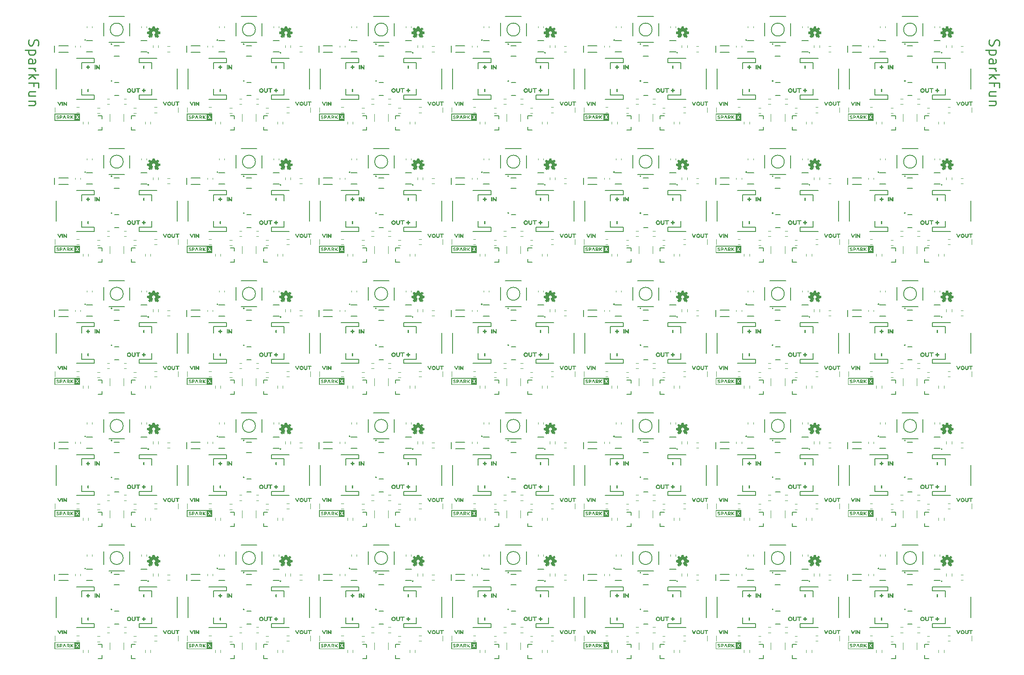
<source format=gto>
%TF.GenerationSoftware,KiCad,Pcbnew,7.0.10*%
%TF.CreationDate,2024-03-13T10:51:02+00:00*%
%TF.ProjectId,SparkX_Soft_Power_Switch_panelized,53706172-6b58-45f5-936f-66745f506f77,v01*%
%TF.SameCoordinates,Original*%
%TF.FileFunction,Legend,Top*%
%TF.FilePolarity,Positive*%
%FSLAX46Y46*%
G04 Gerber Fmt 4.6, Leading zero omitted, Abs format (unit mm)*
G04 Created by KiCad (PCBNEW 7.0.10) date 2024-03-13 10:51:02*
%MOMM*%
%LPD*%
G01*
G04 APERTURE LIST*
%ADD10C,0.250000*%
%ADD11C,0.203200*%
%ADD12C,0.200000*%
%ADD13C,0.127000*%
%ADD14C,0.120000*%
%ADD15C,0.018437*%
G04 APERTURE END LIST*
D10*
X183658000Y123954575D02*
X183562761Y123668861D01*
X183562761Y123668861D02*
X183562761Y123192670D01*
X183562761Y123192670D02*
X183658000Y123002194D01*
X183658000Y123002194D02*
X183753238Y122906956D01*
X183753238Y122906956D02*
X183943714Y122811718D01*
X183943714Y122811718D02*
X184134190Y122811718D01*
X184134190Y122811718D02*
X184324666Y122906956D01*
X184324666Y122906956D02*
X184419904Y123002194D01*
X184419904Y123002194D02*
X184515142Y123192670D01*
X184515142Y123192670D02*
X184610380Y123573623D01*
X184610380Y123573623D02*
X184705619Y123764099D01*
X184705619Y123764099D02*
X184800857Y123859337D01*
X184800857Y123859337D02*
X184991333Y123954575D01*
X184991333Y123954575D02*
X185181809Y123954575D01*
X185181809Y123954575D02*
X185372285Y123859337D01*
X185372285Y123859337D02*
X185467523Y123764099D01*
X185467523Y123764099D02*
X185562761Y123573623D01*
X185562761Y123573623D02*
X185562761Y123097432D01*
X185562761Y123097432D02*
X185467523Y122811718D01*
X184896095Y121954575D02*
X182896095Y121954575D01*
X184800857Y121954575D02*
X184896095Y121764099D01*
X184896095Y121764099D02*
X184896095Y121383146D01*
X184896095Y121383146D02*
X184800857Y121192670D01*
X184800857Y121192670D02*
X184705619Y121097432D01*
X184705619Y121097432D02*
X184515142Y121002194D01*
X184515142Y121002194D02*
X183943714Y121002194D01*
X183943714Y121002194D02*
X183753238Y121097432D01*
X183753238Y121097432D02*
X183658000Y121192670D01*
X183658000Y121192670D02*
X183562761Y121383146D01*
X183562761Y121383146D02*
X183562761Y121764099D01*
X183562761Y121764099D02*
X183658000Y121954575D01*
X183562761Y119287908D02*
X184610380Y119287908D01*
X184610380Y119287908D02*
X184800857Y119383146D01*
X184800857Y119383146D02*
X184896095Y119573622D01*
X184896095Y119573622D02*
X184896095Y119954575D01*
X184896095Y119954575D02*
X184800857Y120145051D01*
X183658000Y119287908D02*
X183562761Y119478384D01*
X183562761Y119478384D02*
X183562761Y119954575D01*
X183562761Y119954575D02*
X183658000Y120145051D01*
X183658000Y120145051D02*
X183848476Y120240289D01*
X183848476Y120240289D02*
X184038952Y120240289D01*
X184038952Y120240289D02*
X184229428Y120145051D01*
X184229428Y120145051D02*
X184324666Y119954575D01*
X184324666Y119954575D02*
X184324666Y119478384D01*
X184324666Y119478384D02*
X184419904Y119287908D01*
X183562761Y118335527D02*
X184896095Y118335527D01*
X184515142Y118335527D02*
X184705619Y118240289D01*
X184705619Y118240289D02*
X184800857Y118145051D01*
X184800857Y118145051D02*
X184896095Y117954575D01*
X184896095Y117954575D02*
X184896095Y117764098D01*
X183562761Y117097432D02*
X185562761Y117097432D01*
X184324666Y116906956D02*
X183562761Y116335527D01*
X184896095Y116335527D02*
X184134190Y117097432D01*
X184610380Y114811717D02*
X184610380Y115478384D01*
X183562761Y115478384D02*
X185562761Y115478384D01*
X185562761Y115478384D02*
X185562761Y114526003D01*
X184896095Y112906955D02*
X183562761Y112906955D01*
X184896095Y113764098D02*
X183848476Y113764098D01*
X183848476Y113764098D02*
X183658000Y113668860D01*
X183658000Y113668860D02*
X183562761Y113478384D01*
X183562761Y113478384D02*
X183562761Y113192669D01*
X183562761Y113192669D02*
X183658000Y113002193D01*
X183658000Y113002193D02*
X183753238Y112906955D01*
X184896095Y111954574D02*
X183562761Y111954574D01*
X184705619Y111954574D02*
X184800857Y111859336D01*
X184800857Y111859336D02*
X184896095Y111668860D01*
X184896095Y111668860D02*
X184896095Y111383145D01*
X184896095Y111383145D02*
X184800857Y111192669D01*
X184800857Y111192669D02*
X184610380Y111097431D01*
X184610380Y111097431D02*
X183562761Y111097431D01*
X-4492000Y123954575D02*
X-4587239Y123668861D01*
X-4587239Y123668861D02*
X-4587239Y123192670D01*
X-4587239Y123192670D02*
X-4492000Y123002194D01*
X-4492000Y123002194D02*
X-4396762Y122906956D01*
X-4396762Y122906956D02*
X-4206286Y122811718D01*
X-4206286Y122811718D02*
X-4015810Y122811718D01*
X-4015810Y122811718D02*
X-3825334Y122906956D01*
X-3825334Y122906956D02*
X-3730096Y123002194D01*
X-3730096Y123002194D02*
X-3634858Y123192670D01*
X-3634858Y123192670D02*
X-3539620Y123573623D01*
X-3539620Y123573623D02*
X-3444381Y123764099D01*
X-3444381Y123764099D02*
X-3349143Y123859337D01*
X-3349143Y123859337D02*
X-3158667Y123954575D01*
X-3158667Y123954575D02*
X-2968191Y123954575D01*
X-2968191Y123954575D02*
X-2777715Y123859337D01*
X-2777715Y123859337D02*
X-2682477Y123764099D01*
X-2682477Y123764099D02*
X-2587239Y123573623D01*
X-2587239Y123573623D02*
X-2587239Y123097432D01*
X-2587239Y123097432D02*
X-2682477Y122811718D01*
X-3253905Y121954575D02*
X-5253905Y121954575D01*
X-3349143Y121954575D02*
X-3253905Y121764099D01*
X-3253905Y121764099D02*
X-3253905Y121383146D01*
X-3253905Y121383146D02*
X-3349143Y121192670D01*
X-3349143Y121192670D02*
X-3444381Y121097432D01*
X-3444381Y121097432D02*
X-3634858Y121002194D01*
X-3634858Y121002194D02*
X-4206286Y121002194D01*
X-4206286Y121002194D02*
X-4396762Y121097432D01*
X-4396762Y121097432D02*
X-4492000Y121192670D01*
X-4492000Y121192670D02*
X-4587239Y121383146D01*
X-4587239Y121383146D02*
X-4587239Y121764099D01*
X-4587239Y121764099D02*
X-4492000Y121954575D01*
X-4587239Y119287908D02*
X-3539620Y119287908D01*
X-3539620Y119287908D02*
X-3349143Y119383146D01*
X-3349143Y119383146D02*
X-3253905Y119573622D01*
X-3253905Y119573622D02*
X-3253905Y119954575D01*
X-3253905Y119954575D02*
X-3349143Y120145051D01*
X-4492000Y119287908D02*
X-4587239Y119478384D01*
X-4587239Y119478384D02*
X-4587239Y119954575D01*
X-4587239Y119954575D02*
X-4492000Y120145051D01*
X-4492000Y120145051D02*
X-4301524Y120240289D01*
X-4301524Y120240289D02*
X-4111048Y120240289D01*
X-4111048Y120240289D02*
X-3920572Y120145051D01*
X-3920572Y120145051D02*
X-3825334Y119954575D01*
X-3825334Y119954575D02*
X-3825334Y119478384D01*
X-3825334Y119478384D02*
X-3730096Y119287908D01*
X-4587239Y118335527D02*
X-3253905Y118335527D01*
X-3634858Y118335527D02*
X-3444381Y118240289D01*
X-3444381Y118240289D02*
X-3349143Y118145051D01*
X-3349143Y118145051D02*
X-3253905Y117954575D01*
X-3253905Y117954575D02*
X-3253905Y117764098D01*
X-4587239Y117097432D02*
X-2587239Y117097432D01*
X-3825334Y116906956D02*
X-4587239Y116335527D01*
X-3253905Y116335527D02*
X-4015810Y117097432D01*
X-3539620Y114811717D02*
X-3539620Y115478384D01*
X-4587239Y115478384D02*
X-2587239Y115478384D01*
X-2587239Y115478384D02*
X-2587239Y114526003D01*
X-3253905Y112906955D02*
X-4587239Y112906955D01*
X-3253905Y113764098D02*
X-4301524Y113764098D01*
X-4301524Y113764098D02*
X-4492000Y113668860D01*
X-4492000Y113668860D02*
X-4587239Y113478384D01*
X-4587239Y113478384D02*
X-4587239Y113192669D01*
X-4587239Y113192669D02*
X-4492000Y113002193D01*
X-4492000Y113002193D02*
X-4396762Y112906955D01*
X-3253905Y111954574D02*
X-4587239Y111954574D01*
X-3444381Y111954574D02*
X-3349143Y111859336D01*
X-3349143Y111859336D02*
X-3253905Y111668860D01*
X-3253905Y111668860D02*
X-3253905Y111383145D01*
X-3253905Y111383145D02*
X-3349143Y111192669D01*
X-3349143Y111192669D02*
X-3539620Y111097431D01*
X-3539620Y111097431D02*
X-4587239Y111097431D01*
D11*
%TO.C,Q3*%
X12270600Y11938000D02*
X13129400Y11938000D01*
X13129400Y9398000D02*
X12270600Y9398000D01*
D12*
X11784000Y12268200D02*
G75*
G03*
X11584000Y12268200I-100000J0D01*
G01*
X11584000Y12268200D02*
G75*
G03*
X11784000Y12268200I100000J0D01*
G01*
D11*
X64070600Y89638000D02*
X64929400Y89638000D01*
X64929400Y87098000D02*
X64070600Y87098000D01*
D12*
X63584000Y89968200D02*
G75*
G03*
X63384000Y89968200I-100000J0D01*
G01*
X63384000Y89968200D02*
G75*
G03*
X63584000Y89968200I100000J0D01*
G01*
D11*
X89970600Y11938000D02*
X90829400Y11938000D01*
X90829400Y9398000D02*
X89970600Y9398000D01*
D12*
X89484000Y12268200D02*
G75*
G03*
X89284000Y12268200I-100000J0D01*
G01*
X89284000Y12268200D02*
G75*
G03*
X89484000Y12268200I100000J0D01*
G01*
D11*
X89970600Y115538000D02*
X90829400Y115538000D01*
X90829400Y112998000D02*
X89970600Y112998000D01*
D12*
X89484000Y115868200D02*
G75*
G03*
X89284000Y115868200I-100000J0D01*
G01*
X89284000Y115868200D02*
G75*
G03*
X89484000Y115868200I100000J0D01*
G01*
D11*
X115870600Y37838000D02*
X116729400Y37838000D01*
X116729400Y35298000D02*
X115870600Y35298000D01*
D12*
X115384000Y38168200D02*
G75*
G03*
X115184000Y38168200I-100000J0D01*
G01*
X115184000Y38168200D02*
G75*
G03*
X115384000Y38168200I100000J0D01*
G01*
D11*
X64070600Y11938000D02*
X64929400Y11938000D01*
X64929400Y9398000D02*
X64070600Y9398000D01*
D12*
X63584000Y12268200D02*
G75*
G03*
X63384000Y12268200I-100000J0D01*
G01*
X63384000Y12268200D02*
G75*
G03*
X63584000Y12268200I100000J0D01*
G01*
D11*
X89970600Y37838000D02*
X90829400Y37838000D01*
X90829400Y35298000D02*
X89970600Y35298000D01*
D12*
X89484000Y38168200D02*
G75*
G03*
X89284000Y38168200I-100000J0D01*
G01*
X89284000Y38168200D02*
G75*
G03*
X89484000Y38168200I100000J0D01*
G01*
D11*
X64070600Y63738000D02*
X64929400Y63738000D01*
X64929400Y61198000D02*
X64070600Y61198000D01*
D12*
X63584000Y64068200D02*
G75*
G03*
X63384000Y64068200I-100000J0D01*
G01*
X63384000Y64068200D02*
G75*
G03*
X63584000Y64068200I100000J0D01*
G01*
D11*
X12270600Y63738000D02*
X13129400Y63738000D01*
X13129400Y61198000D02*
X12270600Y61198000D01*
D12*
X11784000Y64068200D02*
G75*
G03*
X11584000Y64068200I-100000J0D01*
G01*
X11584000Y64068200D02*
G75*
G03*
X11784000Y64068200I100000J0D01*
G01*
D11*
X12270600Y115538000D02*
X13129400Y115538000D01*
X13129400Y112998000D02*
X12270600Y112998000D01*
D12*
X11784000Y115868200D02*
G75*
G03*
X11584000Y115868200I-100000J0D01*
G01*
X11584000Y115868200D02*
G75*
G03*
X11784000Y115868200I100000J0D01*
G01*
D11*
X38170600Y37838000D02*
X39029400Y37838000D01*
X39029400Y35298000D02*
X38170600Y35298000D01*
D12*
X37684000Y38168200D02*
G75*
G03*
X37484000Y38168200I-100000J0D01*
G01*
X37484000Y38168200D02*
G75*
G03*
X37684000Y38168200I100000J0D01*
G01*
D11*
X38170600Y63738000D02*
X39029400Y63738000D01*
X39029400Y61198000D02*
X38170600Y61198000D01*
D12*
X37684000Y64068200D02*
G75*
G03*
X37484000Y64068200I-100000J0D01*
G01*
X37484000Y64068200D02*
G75*
G03*
X37684000Y64068200I100000J0D01*
G01*
D11*
X38170600Y89638000D02*
X39029400Y89638000D01*
X39029400Y87098000D02*
X38170600Y87098000D01*
D12*
X37684000Y89968200D02*
G75*
G03*
X37484000Y89968200I-100000J0D01*
G01*
X37484000Y89968200D02*
G75*
G03*
X37684000Y89968200I100000J0D01*
G01*
D11*
X38170600Y11938000D02*
X39029400Y11938000D01*
X39029400Y9398000D02*
X38170600Y9398000D01*
D12*
X37684000Y12268200D02*
G75*
G03*
X37484000Y12268200I-100000J0D01*
G01*
X37484000Y12268200D02*
G75*
G03*
X37684000Y12268200I100000J0D01*
G01*
D11*
X38170600Y115538000D02*
X39029400Y115538000D01*
X39029400Y112998000D02*
X38170600Y112998000D01*
D12*
X37684000Y115868200D02*
G75*
G03*
X37484000Y115868200I-100000J0D01*
G01*
X37484000Y115868200D02*
G75*
G03*
X37684000Y115868200I100000J0D01*
G01*
D11*
X12270600Y37838000D02*
X13129400Y37838000D01*
X13129400Y35298000D02*
X12270600Y35298000D01*
D12*
X11784000Y38168200D02*
G75*
G03*
X11584000Y38168200I-100000J0D01*
G01*
X11584000Y38168200D02*
G75*
G03*
X11784000Y38168200I100000J0D01*
G01*
D11*
X12270600Y89638000D02*
X13129400Y89638000D01*
X13129400Y87098000D02*
X12270600Y87098000D01*
D12*
X11784000Y89968200D02*
G75*
G03*
X11584000Y89968200I-100000J0D01*
G01*
X11584000Y89968200D02*
G75*
G03*
X11784000Y89968200I100000J0D01*
G01*
D11*
X64070600Y37838000D02*
X64929400Y37838000D01*
X64929400Y35298000D02*
X64070600Y35298000D01*
D12*
X63584000Y38168200D02*
G75*
G03*
X63384000Y38168200I-100000J0D01*
G01*
X63384000Y38168200D02*
G75*
G03*
X63584000Y38168200I100000J0D01*
G01*
D11*
X64070600Y115538000D02*
X64929400Y115538000D01*
X64929400Y112998000D02*
X64070600Y112998000D01*
D12*
X63584000Y115868200D02*
G75*
G03*
X63384000Y115868200I-100000J0D01*
G01*
X63384000Y115868200D02*
G75*
G03*
X63584000Y115868200I100000J0D01*
G01*
D11*
X89970600Y63738000D02*
X90829400Y63738000D01*
X90829400Y61198000D02*
X89970600Y61198000D01*
D12*
X89484000Y64068200D02*
G75*
G03*
X89284000Y64068200I-100000J0D01*
G01*
X89284000Y64068200D02*
G75*
G03*
X89484000Y64068200I100000J0D01*
G01*
D11*
X89970600Y89638000D02*
X90829400Y89638000D01*
X90829400Y87098000D02*
X89970600Y87098000D01*
D12*
X89484000Y89968200D02*
G75*
G03*
X89284000Y89968200I-100000J0D01*
G01*
X89284000Y89968200D02*
G75*
G03*
X89484000Y89968200I100000J0D01*
G01*
D11*
X115870600Y11938000D02*
X116729400Y11938000D01*
X116729400Y9398000D02*
X115870600Y9398000D01*
D12*
X115384000Y12268200D02*
G75*
G03*
X115184000Y12268200I-100000J0D01*
G01*
X115184000Y12268200D02*
G75*
G03*
X115384000Y12268200I100000J0D01*
G01*
D11*
X167670600Y115538000D02*
X168529400Y115538000D01*
X168529400Y112998000D02*
X167670600Y112998000D01*
D12*
X167184000Y115868200D02*
G75*
G03*
X166984000Y115868200I-100000J0D01*
G01*
X166984000Y115868200D02*
G75*
G03*
X167184000Y115868200I100000J0D01*
G01*
D11*
X141770600Y115538000D02*
X142629400Y115538000D01*
X142629400Y112998000D02*
X141770600Y112998000D01*
D12*
X141284000Y115868200D02*
G75*
G03*
X141084000Y115868200I-100000J0D01*
G01*
X141084000Y115868200D02*
G75*
G03*
X141284000Y115868200I100000J0D01*
G01*
D11*
X167670600Y11938000D02*
X168529400Y11938000D01*
X168529400Y9398000D02*
X167670600Y9398000D01*
D12*
X167184000Y12268200D02*
G75*
G03*
X166984000Y12268200I-100000J0D01*
G01*
X166984000Y12268200D02*
G75*
G03*
X167184000Y12268200I100000J0D01*
G01*
D11*
X115870600Y89638000D02*
X116729400Y89638000D01*
X116729400Y87098000D02*
X115870600Y87098000D01*
D12*
X115384000Y89968200D02*
G75*
G03*
X115184000Y89968200I-100000J0D01*
G01*
X115184000Y89968200D02*
G75*
G03*
X115384000Y89968200I100000J0D01*
G01*
D11*
X115870600Y115538000D02*
X116729400Y115538000D01*
X116729400Y112998000D02*
X115870600Y112998000D01*
D12*
X115384000Y115868200D02*
G75*
G03*
X115184000Y115868200I-100000J0D01*
G01*
X115184000Y115868200D02*
G75*
G03*
X115384000Y115868200I100000J0D01*
G01*
D11*
X115870600Y63738000D02*
X116729400Y63738000D01*
X116729400Y61198000D02*
X115870600Y61198000D01*
D12*
X115384000Y64068200D02*
G75*
G03*
X115184000Y64068200I-100000J0D01*
G01*
X115184000Y64068200D02*
G75*
G03*
X115384000Y64068200I100000J0D01*
G01*
D11*
X141770600Y37838000D02*
X142629400Y37838000D01*
X142629400Y35298000D02*
X141770600Y35298000D01*
D12*
X141284000Y38168200D02*
G75*
G03*
X141084000Y38168200I-100000J0D01*
G01*
X141084000Y38168200D02*
G75*
G03*
X141284000Y38168200I100000J0D01*
G01*
D11*
X141770600Y63738000D02*
X142629400Y63738000D01*
X142629400Y61198000D02*
X141770600Y61198000D01*
D12*
X141284000Y64068200D02*
G75*
G03*
X141084000Y64068200I-100000J0D01*
G01*
X141084000Y64068200D02*
G75*
G03*
X141284000Y64068200I100000J0D01*
G01*
D11*
X167670600Y89638000D02*
X168529400Y89638000D01*
X168529400Y87098000D02*
X167670600Y87098000D01*
D12*
X167184000Y89968200D02*
G75*
G03*
X166984000Y89968200I-100000J0D01*
G01*
X166984000Y89968200D02*
G75*
G03*
X167184000Y89968200I100000J0D01*
G01*
D11*
X167670600Y37838000D02*
X168529400Y37838000D01*
X168529400Y35298000D02*
X167670600Y35298000D01*
D12*
X167184000Y38168200D02*
G75*
G03*
X166984000Y38168200I-100000J0D01*
G01*
X166984000Y38168200D02*
G75*
G03*
X167184000Y38168200I100000J0D01*
G01*
D11*
X141770600Y11938000D02*
X142629400Y11938000D01*
X142629400Y9398000D02*
X141770600Y9398000D01*
D12*
X141284000Y12268200D02*
G75*
G03*
X141084000Y12268200I-100000J0D01*
G01*
X141084000Y12268200D02*
G75*
G03*
X141284000Y12268200I100000J0D01*
G01*
D11*
X141770600Y89638000D02*
X142629400Y89638000D01*
X142629400Y87098000D02*
X141770600Y87098000D01*
D12*
X141284000Y89968200D02*
G75*
G03*
X141084000Y89968200I-100000J0D01*
G01*
X141084000Y89968200D02*
G75*
G03*
X141284000Y89968200I100000J0D01*
G01*
D11*
X167670600Y63738000D02*
X168529400Y63738000D01*
X168529400Y61198000D02*
X167670600Y61198000D01*
D12*
X167184000Y64068200D02*
G75*
G03*
X166984000Y64068200I-100000J0D01*
G01*
X166984000Y64068200D02*
G75*
G03*
X167184000Y64068200I100000J0D01*
G01*
D13*
%TO.C,U2*%
X7966000Y20150000D02*
X6766000Y20150000D01*
X7966000Y17950000D02*
X6766000Y17950000D01*
D12*
X6616000Y20300000D02*
G75*
G03*
X6416000Y20300000I-100000J0D01*
G01*
X6416000Y20300000D02*
G75*
G03*
X6616000Y20300000I100000J0D01*
G01*
D13*
X59766000Y123750000D02*
X58566000Y123750000D01*
X59766000Y121550000D02*
X58566000Y121550000D01*
D12*
X58416000Y123900000D02*
G75*
G03*
X58216000Y123900000I-100000J0D01*
G01*
X58216000Y123900000D02*
G75*
G03*
X58416000Y123900000I100000J0D01*
G01*
D13*
X111566000Y97850000D02*
X110366000Y97850000D01*
X111566000Y95650000D02*
X110366000Y95650000D01*
D12*
X110216000Y98000000D02*
G75*
G03*
X110016000Y98000000I-100000J0D01*
G01*
X110016000Y98000000D02*
G75*
G03*
X110216000Y98000000I100000J0D01*
G01*
D13*
X163366000Y20150000D02*
X162166000Y20150000D01*
X163366000Y17950000D02*
X162166000Y17950000D01*
D12*
X162016000Y20300000D02*
G75*
G03*
X161816000Y20300000I-100000J0D01*
G01*
X161816000Y20300000D02*
G75*
G03*
X162016000Y20300000I100000J0D01*
G01*
D13*
X85666000Y46050000D02*
X84466000Y46050000D01*
X85666000Y43850000D02*
X84466000Y43850000D01*
D12*
X84316000Y46200000D02*
G75*
G03*
X84116000Y46200000I-100000J0D01*
G01*
X84116000Y46200000D02*
G75*
G03*
X84316000Y46200000I100000J0D01*
G01*
D13*
X85666000Y97850000D02*
X84466000Y97850000D01*
X85666000Y95650000D02*
X84466000Y95650000D01*
D12*
X84316000Y98000000D02*
G75*
G03*
X84116000Y98000000I-100000J0D01*
G01*
X84116000Y98000000D02*
G75*
G03*
X84316000Y98000000I100000J0D01*
G01*
D13*
X85666000Y20150000D02*
X84466000Y20150000D01*
X85666000Y17950000D02*
X84466000Y17950000D01*
D12*
X84316000Y20300000D02*
G75*
G03*
X84116000Y20300000I-100000J0D01*
G01*
X84116000Y20300000D02*
G75*
G03*
X84316000Y20300000I100000J0D01*
G01*
D13*
X137466000Y46050000D02*
X136266000Y46050000D01*
X137466000Y43850000D02*
X136266000Y43850000D01*
D12*
X136116000Y46200000D02*
G75*
G03*
X135916000Y46200000I-100000J0D01*
G01*
X135916000Y46200000D02*
G75*
G03*
X136116000Y46200000I100000J0D01*
G01*
D13*
X59766000Y97850000D02*
X58566000Y97850000D01*
X59766000Y95650000D02*
X58566000Y95650000D01*
D12*
X58416000Y98000000D02*
G75*
G03*
X58216000Y98000000I-100000J0D01*
G01*
X58216000Y98000000D02*
G75*
G03*
X58416000Y98000000I100000J0D01*
G01*
D13*
X137466000Y20150000D02*
X136266000Y20150000D01*
X137466000Y17950000D02*
X136266000Y17950000D01*
D12*
X136116000Y20300000D02*
G75*
G03*
X135916000Y20300000I-100000J0D01*
G01*
X135916000Y20300000D02*
G75*
G03*
X136116000Y20300000I100000J0D01*
G01*
D13*
X111566000Y123750000D02*
X110366000Y123750000D01*
X111566000Y121550000D02*
X110366000Y121550000D01*
D12*
X110216000Y123900000D02*
G75*
G03*
X110016000Y123900000I-100000J0D01*
G01*
X110016000Y123900000D02*
G75*
G03*
X110216000Y123900000I100000J0D01*
G01*
D13*
X137466000Y71950000D02*
X136266000Y71950000D01*
X137466000Y69750000D02*
X136266000Y69750000D01*
D12*
X136116000Y72100000D02*
G75*
G03*
X135916000Y72100000I-100000J0D01*
G01*
X135916000Y72100000D02*
G75*
G03*
X136116000Y72100000I100000J0D01*
G01*
D13*
X85666000Y71950000D02*
X84466000Y71950000D01*
X85666000Y69750000D02*
X84466000Y69750000D01*
D12*
X84316000Y72100000D02*
G75*
G03*
X84116000Y72100000I-100000J0D01*
G01*
X84116000Y72100000D02*
G75*
G03*
X84316000Y72100000I100000J0D01*
G01*
D13*
X85666000Y123750000D02*
X84466000Y123750000D01*
X85666000Y121550000D02*
X84466000Y121550000D01*
D12*
X84316000Y123900000D02*
G75*
G03*
X84116000Y123900000I-100000J0D01*
G01*
X84116000Y123900000D02*
G75*
G03*
X84316000Y123900000I100000J0D01*
G01*
D13*
X59766000Y71950000D02*
X58566000Y71950000D01*
X59766000Y69750000D02*
X58566000Y69750000D01*
D12*
X58416000Y72100000D02*
G75*
G03*
X58216000Y72100000I-100000J0D01*
G01*
X58216000Y72100000D02*
G75*
G03*
X58416000Y72100000I100000J0D01*
G01*
D13*
X111566000Y46050000D02*
X110366000Y46050000D01*
X111566000Y43850000D02*
X110366000Y43850000D01*
D12*
X110216000Y46200000D02*
G75*
G03*
X110016000Y46200000I-100000J0D01*
G01*
X110016000Y46200000D02*
G75*
G03*
X110216000Y46200000I100000J0D01*
G01*
D13*
X111566000Y71950000D02*
X110366000Y71950000D01*
X111566000Y69750000D02*
X110366000Y69750000D01*
D12*
X110216000Y72100000D02*
G75*
G03*
X110016000Y72100000I-100000J0D01*
G01*
X110016000Y72100000D02*
G75*
G03*
X110216000Y72100000I100000J0D01*
G01*
D13*
X137466000Y97850000D02*
X136266000Y97850000D01*
X137466000Y95650000D02*
X136266000Y95650000D01*
D12*
X136116000Y98000000D02*
G75*
G03*
X135916000Y98000000I-100000J0D01*
G01*
X135916000Y98000000D02*
G75*
G03*
X136116000Y98000000I100000J0D01*
G01*
D13*
X111566000Y20150000D02*
X110366000Y20150000D01*
X111566000Y17950000D02*
X110366000Y17950000D01*
D12*
X110216000Y20300000D02*
G75*
G03*
X110016000Y20300000I-100000J0D01*
G01*
X110016000Y20300000D02*
G75*
G03*
X110216000Y20300000I100000J0D01*
G01*
D13*
X137466000Y123750000D02*
X136266000Y123750000D01*
X137466000Y121550000D02*
X136266000Y121550000D01*
D12*
X136116000Y123900000D02*
G75*
G03*
X135916000Y123900000I-100000J0D01*
G01*
X135916000Y123900000D02*
G75*
G03*
X136116000Y123900000I100000J0D01*
G01*
D13*
X163366000Y123750000D02*
X162166000Y123750000D01*
X163366000Y121550000D02*
X162166000Y121550000D01*
D12*
X162016000Y123900000D02*
G75*
G03*
X161816000Y123900000I-100000J0D01*
G01*
X161816000Y123900000D02*
G75*
G03*
X162016000Y123900000I100000J0D01*
G01*
D13*
X163366000Y71950000D02*
X162166000Y71950000D01*
X163366000Y69750000D02*
X162166000Y69750000D01*
D12*
X162016000Y72100000D02*
G75*
G03*
X161816000Y72100000I-100000J0D01*
G01*
X161816000Y72100000D02*
G75*
G03*
X162016000Y72100000I100000J0D01*
G01*
D13*
X163366000Y46050000D02*
X162166000Y46050000D01*
X163366000Y43850000D02*
X162166000Y43850000D01*
D12*
X162016000Y46200000D02*
G75*
G03*
X161816000Y46200000I-100000J0D01*
G01*
X161816000Y46200000D02*
G75*
G03*
X162016000Y46200000I100000J0D01*
G01*
D13*
X163366000Y97850000D02*
X162166000Y97850000D01*
X163366000Y95650000D02*
X162166000Y95650000D01*
D12*
X162016000Y98000000D02*
G75*
G03*
X161816000Y98000000I-100000J0D01*
G01*
X161816000Y98000000D02*
G75*
G03*
X162016000Y98000000I100000J0D01*
G01*
D13*
X33866000Y20150000D02*
X32666000Y20150000D01*
X33866000Y17950000D02*
X32666000Y17950000D01*
D12*
X32516000Y20300000D02*
G75*
G03*
X32316000Y20300000I-100000J0D01*
G01*
X32316000Y20300000D02*
G75*
G03*
X32516000Y20300000I100000J0D01*
G01*
D13*
X33866000Y71950000D02*
X32666000Y71950000D01*
X33866000Y69750000D02*
X32666000Y69750000D01*
D12*
X32516000Y72100000D02*
G75*
G03*
X32316000Y72100000I-100000J0D01*
G01*
X32316000Y72100000D02*
G75*
G03*
X32516000Y72100000I100000J0D01*
G01*
D13*
X7966000Y123750000D02*
X6766000Y123750000D01*
X7966000Y121550000D02*
X6766000Y121550000D01*
D12*
X6616000Y123900000D02*
G75*
G03*
X6416000Y123900000I-100000J0D01*
G01*
X6416000Y123900000D02*
G75*
G03*
X6616000Y123900000I100000J0D01*
G01*
D13*
X33866000Y123750000D02*
X32666000Y123750000D01*
X33866000Y121550000D02*
X32666000Y121550000D01*
D12*
X32516000Y123900000D02*
G75*
G03*
X32316000Y123900000I-100000J0D01*
G01*
X32316000Y123900000D02*
G75*
G03*
X32516000Y123900000I100000J0D01*
G01*
D13*
X59766000Y20150000D02*
X58566000Y20150000D01*
X59766000Y17950000D02*
X58566000Y17950000D01*
D12*
X58416000Y20300000D02*
G75*
G03*
X58216000Y20300000I-100000J0D01*
G01*
X58216000Y20300000D02*
G75*
G03*
X58416000Y20300000I100000J0D01*
G01*
D13*
X59766000Y46050000D02*
X58566000Y46050000D01*
X59766000Y43850000D02*
X58566000Y43850000D01*
D12*
X58416000Y46200000D02*
G75*
G03*
X58216000Y46200000I-100000J0D01*
G01*
X58216000Y46200000D02*
G75*
G03*
X58416000Y46200000I100000J0D01*
G01*
D13*
X7966000Y46050000D02*
X6766000Y46050000D01*
X7966000Y43850000D02*
X6766000Y43850000D01*
D12*
X6616000Y46200000D02*
G75*
G03*
X6416000Y46200000I-100000J0D01*
G01*
X6416000Y46200000D02*
G75*
G03*
X6616000Y46200000I100000J0D01*
G01*
D13*
X7966000Y71950000D02*
X6766000Y71950000D01*
X7966000Y69750000D02*
X6766000Y69750000D01*
D12*
X6616000Y72100000D02*
G75*
G03*
X6416000Y72100000I-100000J0D01*
G01*
X6416000Y72100000D02*
G75*
G03*
X6616000Y72100000I100000J0D01*
G01*
D13*
X7966000Y97850000D02*
X6766000Y97850000D01*
X7966000Y95650000D02*
X6766000Y95650000D01*
D12*
X6616000Y98000000D02*
G75*
G03*
X6416000Y98000000I-100000J0D01*
G01*
X6416000Y98000000D02*
G75*
G03*
X6616000Y98000000I100000J0D01*
G01*
D13*
X33866000Y46050000D02*
X32666000Y46050000D01*
X33866000Y43850000D02*
X32666000Y43850000D01*
D12*
X32516000Y46200000D02*
G75*
G03*
X32316000Y46200000I-100000J0D01*
G01*
X32316000Y46200000D02*
G75*
G03*
X32516000Y46200000I100000J0D01*
G01*
D13*
X33866000Y97850000D02*
X32666000Y97850000D01*
X33866000Y95650000D02*
X32666000Y95650000D01*
D12*
X32516000Y98000000D02*
G75*
G03*
X32316000Y98000000I-100000J0D01*
G01*
X32316000Y98000000D02*
G75*
G03*
X32516000Y98000000I100000J0D01*
G01*
%TO.C,kibuzzard-65F1758C*%
G36*
X8528348Y93111351D02*
G01*
X8560792Y93078311D01*
X8566745Y93016398D01*
X8566745Y92354411D01*
X8564959Y92312739D01*
X8553648Y92281783D01*
X8522097Y92257673D01*
X8460780Y92249636D01*
X8394700Y92260947D01*
X8363148Y92294880D01*
X8356005Y92355602D01*
X8356005Y93017589D01*
X8357791Y93058666D01*
X8369102Y93090217D01*
X8400653Y93114327D01*
X8461970Y93122364D01*
X8528348Y93111351D01*
G37*
G36*
X9371013Y93115220D02*
G01*
X9401969Y93100933D01*
X9416852Y93075930D01*
X9423995Y93015208D01*
X9423995Y92354411D01*
X9422209Y92312739D01*
X9410898Y92281783D01*
X9379347Y92257673D01*
X9318030Y92249636D01*
X9253736Y92256780D01*
X9223970Y92279402D01*
X9139767Y92391585D01*
X9065749Y92490010D01*
X9001919Y92574677D01*
X8948274Y92645585D01*
X8904817Y92702735D01*
X8871545Y92746127D01*
X8871545Y92354411D01*
X8869759Y92312739D01*
X8858448Y92281783D01*
X8826897Y92257673D01*
X8765580Y92249636D01*
X8706048Y92257673D01*
X8675092Y92281783D01*
X8663781Y92313930D01*
X8661995Y92355602D01*
X8661995Y93019970D01*
X8673306Y93086050D01*
X8707239Y93114030D01*
X8765580Y93121173D01*
X8822134Y93114625D01*
X8851305Y93099742D01*
X8878689Y93068786D01*
X8957799Y92961332D01*
X9027649Y92866777D01*
X9088239Y92785120D01*
X9139568Y92716361D01*
X9181637Y92660501D01*
X9214445Y92617539D01*
X9214445Y93019970D01*
X9225756Y93086050D01*
X9259689Y93114030D01*
X9316244Y93121173D01*
X9371013Y93115220D01*
G37*
G36*
X60328348Y67211351D02*
G01*
X60360792Y67178311D01*
X60366745Y67116398D01*
X60366745Y66454411D01*
X60364959Y66412739D01*
X60353648Y66381783D01*
X60322097Y66357673D01*
X60260780Y66349636D01*
X60194700Y66360947D01*
X60163148Y66394880D01*
X60156005Y66455602D01*
X60156005Y67117589D01*
X60157791Y67158666D01*
X60169102Y67190217D01*
X60200653Y67214327D01*
X60261970Y67222364D01*
X60328348Y67211351D01*
G37*
G36*
X61171013Y67215220D02*
G01*
X61201969Y67200933D01*
X61216852Y67175930D01*
X61223995Y67115208D01*
X61223995Y66454411D01*
X61222209Y66412739D01*
X61210898Y66381783D01*
X61179347Y66357673D01*
X61118030Y66349636D01*
X61053736Y66356780D01*
X61023970Y66379402D01*
X60939767Y66491585D01*
X60865749Y66590010D01*
X60801919Y66674677D01*
X60748274Y66745585D01*
X60704817Y66802735D01*
X60671545Y66846127D01*
X60671545Y66454411D01*
X60669759Y66412739D01*
X60658448Y66381783D01*
X60626897Y66357673D01*
X60565580Y66349636D01*
X60506048Y66357673D01*
X60475092Y66381783D01*
X60463781Y66413930D01*
X60461995Y66455602D01*
X60461995Y67119970D01*
X60473306Y67186050D01*
X60507239Y67214030D01*
X60565580Y67221173D01*
X60622134Y67214625D01*
X60651305Y67199742D01*
X60678689Y67168786D01*
X60757799Y67061332D01*
X60827649Y66966777D01*
X60888239Y66885120D01*
X60939568Y66816361D01*
X60981637Y66760501D01*
X61014445Y66717539D01*
X61014445Y67119970D01*
X61025756Y67186050D01*
X61059689Y67214030D01*
X61116244Y67221173D01*
X61171013Y67215220D01*
G37*
G36*
X8528348Y119011351D02*
G01*
X8560792Y118978311D01*
X8566745Y118916398D01*
X8566745Y118254411D01*
X8564959Y118212739D01*
X8553648Y118181783D01*
X8522097Y118157673D01*
X8460780Y118149636D01*
X8394700Y118160947D01*
X8363148Y118194880D01*
X8356005Y118255602D01*
X8356005Y118917589D01*
X8357791Y118958666D01*
X8369102Y118990217D01*
X8400653Y119014327D01*
X8461970Y119022364D01*
X8528348Y119011351D01*
G37*
G36*
X9371013Y119015220D02*
G01*
X9401969Y119000933D01*
X9416852Y118975930D01*
X9423995Y118915208D01*
X9423995Y118254411D01*
X9422209Y118212739D01*
X9410898Y118181783D01*
X9379347Y118157673D01*
X9318030Y118149636D01*
X9253736Y118156780D01*
X9223970Y118179402D01*
X9139767Y118291585D01*
X9065749Y118390010D01*
X9001919Y118474677D01*
X8948274Y118545585D01*
X8904817Y118602735D01*
X8871545Y118646127D01*
X8871545Y118254411D01*
X8869759Y118212739D01*
X8858448Y118181783D01*
X8826897Y118157673D01*
X8765580Y118149636D01*
X8706048Y118157673D01*
X8675092Y118181783D01*
X8663781Y118213930D01*
X8661995Y118255602D01*
X8661995Y118919970D01*
X8673306Y118986050D01*
X8707239Y119014030D01*
X8765580Y119021173D01*
X8822134Y119014625D01*
X8851305Y118999742D01*
X8878689Y118968786D01*
X8957799Y118861332D01*
X9027649Y118766777D01*
X9088239Y118685120D01*
X9139568Y118616361D01*
X9181637Y118560501D01*
X9214445Y118517539D01*
X9214445Y118919970D01*
X9225756Y118986050D01*
X9259689Y119014030D01*
X9316244Y119021173D01*
X9371013Y119015220D01*
G37*
G36*
X86228348Y41311351D02*
G01*
X86260792Y41278311D01*
X86266745Y41216398D01*
X86266745Y40554411D01*
X86264959Y40512739D01*
X86253648Y40481783D01*
X86222097Y40457673D01*
X86160780Y40449636D01*
X86094700Y40460947D01*
X86063148Y40494880D01*
X86056005Y40555602D01*
X86056005Y41217589D01*
X86057791Y41258666D01*
X86069102Y41290217D01*
X86100653Y41314327D01*
X86161970Y41322364D01*
X86228348Y41311351D01*
G37*
G36*
X87071013Y41315220D02*
G01*
X87101969Y41300933D01*
X87116852Y41275930D01*
X87123995Y41215208D01*
X87123995Y40554411D01*
X87122209Y40512739D01*
X87110898Y40481783D01*
X87079347Y40457673D01*
X87018030Y40449636D01*
X86953736Y40456780D01*
X86923970Y40479402D01*
X86839767Y40591585D01*
X86765749Y40690010D01*
X86701919Y40774677D01*
X86648274Y40845585D01*
X86604817Y40902735D01*
X86571545Y40946127D01*
X86571545Y40554411D01*
X86569759Y40512739D01*
X86558448Y40481783D01*
X86526897Y40457673D01*
X86465580Y40449636D01*
X86406048Y40457673D01*
X86375092Y40481783D01*
X86363781Y40513930D01*
X86361995Y40555602D01*
X86361995Y41219970D01*
X86373306Y41286050D01*
X86407239Y41314030D01*
X86465580Y41321173D01*
X86522134Y41314625D01*
X86551305Y41299742D01*
X86578689Y41268786D01*
X86657799Y41161332D01*
X86727649Y41066777D01*
X86788239Y40985120D01*
X86839568Y40916361D01*
X86881637Y40860501D01*
X86914445Y40817539D01*
X86914445Y41219970D01*
X86925756Y41286050D01*
X86959689Y41314030D01*
X87016244Y41321173D01*
X87071013Y41315220D01*
G37*
G36*
X34428348Y15411351D02*
G01*
X34460792Y15378311D01*
X34466745Y15316398D01*
X34466745Y14654411D01*
X34464959Y14612739D01*
X34453648Y14581783D01*
X34422097Y14557673D01*
X34360780Y14549636D01*
X34294700Y14560947D01*
X34263148Y14594880D01*
X34256005Y14655602D01*
X34256005Y15317589D01*
X34257791Y15358666D01*
X34269102Y15390217D01*
X34300653Y15414327D01*
X34361970Y15422364D01*
X34428348Y15411351D01*
G37*
G36*
X35271013Y15415220D02*
G01*
X35301969Y15400933D01*
X35316852Y15375930D01*
X35323995Y15315208D01*
X35323995Y14654411D01*
X35322209Y14612739D01*
X35310898Y14581783D01*
X35279347Y14557673D01*
X35218030Y14549636D01*
X35153736Y14556780D01*
X35123970Y14579402D01*
X35039767Y14691585D01*
X34965749Y14790010D01*
X34901919Y14874677D01*
X34848274Y14945585D01*
X34804817Y15002735D01*
X34771545Y15046127D01*
X34771545Y14654411D01*
X34769759Y14612739D01*
X34758448Y14581783D01*
X34726897Y14557673D01*
X34665580Y14549636D01*
X34606048Y14557673D01*
X34575092Y14581783D01*
X34563781Y14613930D01*
X34561995Y14655602D01*
X34561995Y15319970D01*
X34573306Y15386050D01*
X34607239Y15414030D01*
X34665580Y15421173D01*
X34722134Y15414625D01*
X34751305Y15399742D01*
X34778689Y15368786D01*
X34857799Y15261332D01*
X34927649Y15166777D01*
X34988239Y15085120D01*
X35039568Y15016361D01*
X35081637Y14960501D01*
X35114445Y14917539D01*
X35114445Y15319970D01*
X35125756Y15386050D01*
X35159689Y15414030D01*
X35216244Y15421173D01*
X35271013Y15415220D01*
G37*
G36*
X60328348Y41311351D02*
G01*
X60360792Y41278311D01*
X60366745Y41216398D01*
X60366745Y40554411D01*
X60364959Y40512739D01*
X60353648Y40481783D01*
X60322097Y40457673D01*
X60260780Y40449636D01*
X60194700Y40460947D01*
X60163148Y40494880D01*
X60156005Y40555602D01*
X60156005Y41217589D01*
X60157791Y41258666D01*
X60169102Y41290217D01*
X60200653Y41314327D01*
X60261970Y41322364D01*
X60328348Y41311351D01*
G37*
G36*
X61171013Y41315220D02*
G01*
X61201969Y41300933D01*
X61216852Y41275930D01*
X61223995Y41215208D01*
X61223995Y40554411D01*
X61222209Y40512739D01*
X61210898Y40481783D01*
X61179347Y40457673D01*
X61118030Y40449636D01*
X61053736Y40456780D01*
X61023970Y40479402D01*
X60939767Y40591585D01*
X60865749Y40690010D01*
X60801919Y40774677D01*
X60748274Y40845585D01*
X60704817Y40902735D01*
X60671545Y40946127D01*
X60671545Y40554411D01*
X60669759Y40512739D01*
X60658448Y40481783D01*
X60626897Y40457673D01*
X60565580Y40449636D01*
X60506048Y40457673D01*
X60475092Y40481783D01*
X60463781Y40513930D01*
X60461995Y40555602D01*
X60461995Y41219970D01*
X60473306Y41286050D01*
X60507239Y41314030D01*
X60565580Y41321173D01*
X60622134Y41314625D01*
X60651305Y41299742D01*
X60678689Y41268786D01*
X60757799Y41161332D01*
X60827649Y41066777D01*
X60888239Y40985120D01*
X60939568Y40916361D01*
X60981637Y40860501D01*
X61014445Y40817539D01*
X61014445Y41219970D01*
X61025756Y41286050D01*
X61059689Y41314030D01*
X61116244Y41321173D01*
X61171013Y41315220D01*
G37*
G36*
X60328348Y119011351D02*
G01*
X60360792Y118978311D01*
X60366745Y118916398D01*
X60366745Y118254411D01*
X60364959Y118212739D01*
X60353648Y118181783D01*
X60322097Y118157673D01*
X60260780Y118149636D01*
X60194700Y118160947D01*
X60163148Y118194880D01*
X60156005Y118255602D01*
X60156005Y118917589D01*
X60157791Y118958666D01*
X60169102Y118990217D01*
X60200653Y119014327D01*
X60261970Y119022364D01*
X60328348Y119011351D01*
G37*
G36*
X61171013Y119015220D02*
G01*
X61201969Y119000933D01*
X61216852Y118975930D01*
X61223995Y118915208D01*
X61223995Y118254411D01*
X61222209Y118212739D01*
X61210898Y118181783D01*
X61179347Y118157673D01*
X61118030Y118149636D01*
X61053736Y118156780D01*
X61023970Y118179402D01*
X60939767Y118291585D01*
X60865749Y118390010D01*
X60801919Y118474677D01*
X60748274Y118545585D01*
X60704817Y118602735D01*
X60671545Y118646127D01*
X60671545Y118254411D01*
X60669759Y118212739D01*
X60658448Y118181783D01*
X60626897Y118157673D01*
X60565580Y118149636D01*
X60506048Y118157673D01*
X60475092Y118181783D01*
X60463781Y118213930D01*
X60461995Y118255602D01*
X60461995Y118919970D01*
X60473306Y118986050D01*
X60507239Y119014030D01*
X60565580Y119021173D01*
X60622134Y119014625D01*
X60651305Y118999742D01*
X60678689Y118968786D01*
X60757799Y118861332D01*
X60827649Y118766777D01*
X60888239Y118685120D01*
X60939568Y118616361D01*
X60981637Y118560501D01*
X61014445Y118517539D01*
X61014445Y118919970D01*
X61025756Y118986050D01*
X61059689Y119014030D01*
X61116244Y119021173D01*
X61171013Y119015220D01*
G37*
G36*
X8528348Y41311351D02*
G01*
X8560792Y41278311D01*
X8566745Y41216398D01*
X8566745Y40554411D01*
X8564959Y40512739D01*
X8553648Y40481783D01*
X8522097Y40457673D01*
X8460780Y40449636D01*
X8394700Y40460947D01*
X8363148Y40494880D01*
X8356005Y40555602D01*
X8356005Y41217589D01*
X8357791Y41258666D01*
X8369102Y41290217D01*
X8400653Y41314327D01*
X8461970Y41322364D01*
X8528348Y41311351D01*
G37*
G36*
X9371013Y41315220D02*
G01*
X9401969Y41300933D01*
X9416852Y41275930D01*
X9423995Y41215208D01*
X9423995Y40554411D01*
X9422209Y40512739D01*
X9410898Y40481783D01*
X9379347Y40457673D01*
X9318030Y40449636D01*
X9253736Y40456780D01*
X9223970Y40479402D01*
X9139767Y40591585D01*
X9065749Y40690010D01*
X9001919Y40774677D01*
X8948274Y40845585D01*
X8904817Y40902735D01*
X8871545Y40946127D01*
X8871545Y40554411D01*
X8869759Y40512739D01*
X8858448Y40481783D01*
X8826897Y40457673D01*
X8765580Y40449636D01*
X8706048Y40457673D01*
X8675092Y40481783D01*
X8663781Y40513930D01*
X8661995Y40555602D01*
X8661995Y41219970D01*
X8673306Y41286050D01*
X8707239Y41314030D01*
X8765580Y41321173D01*
X8822134Y41314625D01*
X8851305Y41299742D01*
X8878689Y41268786D01*
X8957799Y41161332D01*
X9027649Y41066777D01*
X9088239Y40985120D01*
X9139568Y40916361D01*
X9181637Y40860501D01*
X9214445Y40817539D01*
X9214445Y41219970D01*
X9225756Y41286050D01*
X9259689Y41314030D01*
X9316244Y41321173D01*
X9371013Y41315220D01*
G37*
G36*
X86228348Y67211351D02*
G01*
X86260792Y67178311D01*
X86266745Y67116398D01*
X86266745Y66454411D01*
X86264959Y66412739D01*
X86253648Y66381783D01*
X86222097Y66357673D01*
X86160780Y66349636D01*
X86094700Y66360947D01*
X86063148Y66394880D01*
X86056005Y66455602D01*
X86056005Y67117589D01*
X86057791Y67158666D01*
X86069102Y67190217D01*
X86100653Y67214327D01*
X86161970Y67222364D01*
X86228348Y67211351D01*
G37*
G36*
X87071013Y67215220D02*
G01*
X87101969Y67200933D01*
X87116852Y67175930D01*
X87123995Y67115208D01*
X87123995Y66454411D01*
X87122209Y66412739D01*
X87110898Y66381783D01*
X87079347Y66357673D01*
X87018030Y66349636D01*
X86953736Y66356780D01*
X86923970Y66379402D01*
X86839767Y66491585D01*
X86765749Y66590010D01*
X86701919Y66674677D01*
X86648274Y66745585D01*
X86604817Y66802735D01*
X86571545Y66846127D01*
X86571545Y66454411D01*
X86569759Y66412739D01*
X86558448Y66381783D01*
X86526897Y66357673D01*
X86465580Y66349636D01*
X86406048Y66357673D01*
X86375092Y66381783D01*
X86363781Y66413930D01*
X86361995Y66455602D01*
X86361995Y67119970D01*
X86373306Y67186050D01*
X86407239Y67214030D01*
X86465580Y67221173D01*
X86522134Y67214625D01*
X86551305Y67199742D01*
X86578689Y67168786D01*
X86657799Y67061332D01*
X86727649Y66966777D01*
X86788239Y66885120D01*
X86839568Y66816361D01*
X86881637Y66760501D01*
X86914445Y66717539D01*
X86914445Y67119970D01*
X86925756Y67186050D01*
X86959689Y67214030D01*
X87016244Y67221173D01*
X87071013Y67215220D01*
G37*
G36*
X34428348Y41311351D02*
G01*
X34460792Y41278311D01*
X34466745Y41216398D01*
X34466745Y40554411D01*
X34464959Y40512739D01*
X34453648Y40481783D01*
X34422097Y40457673D01*
X34360780Y40449636D01*
X34294700Y40460947D01*
X34263148Y40494880D01*
X34256005Y40555602D01*
X34256005Y41217589D01*
X34257791Y41258666D01*
X34269102Y41290217D01*
X34300653Y41314327D01*
X34361970Y41322364D01*
X34428348Y41311351D01*
G37*
G36*
X35271013Y41315220D02*
G01*
X35301969Y41300933D01*
X35316852Y41275930D01*
X35323995Y41215208D01*
X35323995Y40554411D01*
X35322209Y40512739D01*
X35310898Y40481783D01*
X35279347Y40457673D01*
X35218030Y40449636D01*
X35153736Y40456780D01*
X35123970Y40479402D01*
X35039767Y40591585D01*
X34965749Y40690010D01*
X34901919Y40774677D01*
X34848274Y40845585D01*
X34804817Y40902735D01*
X34771545Y40946127D01*
X34771545Y40554411D01*
X34769759Y40512739D01*
X34758448Y40481783D01*
X34726897Y40457673D01*
X34665580Y40449636D01*
X34606048Y40457673D01*
X34575092Y40481783D01*
X34563781Y40513930D01*
X34561995Y40555602D01*
X34561995Y41219970D01*
X34573306Y41286050D01*
X34607239Y41314030D01*
X34665580Y41321173D01*
X34722134Y41314625D01*
X34751305Y41299742D01*
X34778689Y41268786D01*
X34857799Y41161332D01*
X34927649Y41066777D01*
X34988239Y40985120D01*
X35039568Y40916361D01*
X35081637Y40860501D01*
X35114445Y40817539D01*
X35114445Y41219970D01*
X35125756Y41286050D01*
X35159689Y41314030D01*
X35216244Y41321173D01*
X35271013Y41315220D01*
G37*
G36*
X8528348Y67211351D02*
G01*
X8560792Y67178311D01*
X8566745Y67116398D01*
X8566745Y66454411D01*
X8564959Y66412739D01*
X8553648Y66381783D01*
X8522097Y66357673D01*
X8460780Y66349636D01*
X8394700Y66360947D01*
X8363148Y66394880D01*
X8356005Y66455602D01*
X8356005Y67117589D01*
X8357791Y67158666D01*
X8369102Y67190217D01*
X8400653Y67214327D01*
X8461970Y67222364D01*
X8528348Y67211351D01*
G37*
G36*
X9371013Y67215220D02*
G01*
X9401969Y67200933D01*
X9416852Y67175930D01*
X9423995Y67115208D01*
X9423995Y66454411D01*
X9422209Y66412739D01*
X9410898Y66381783D01*
X9379347Y66357673D01*
X9318030Y66349636D01*
X9253736Y66356780D01*
X9223970Y66379402D01*
X9139767Y66491585D01*
X9065749Y66590010D01*
X9001919Y66674677D01*
X8948274Y66745585D01*
X8904817Y66802735D01*
X8871545Y66846127D01*
X8871545Y66454411D01*
X8869759Y66412739D01*
X8858448Y66381783D01*
X8826897Y66357673D01*
X8765580Y66349636D01*
X8706048Y66357673D01*
X8675092Y66381783D01*
X8663781Y66413930D01*
X8661995Y66455602D01*
X8661995Y67119970D01*
X8673306Y67186050D01*
X8707239Y67214030D01*
X8765580Y67221173D01*
X8822134Y67214625D01*
X8851305Y67199742D01*
X8878689Y67168786D01*
X8957799Y67061332D01*
X9027649Y66966777D01*
X9088239Y66885120D01*
X9139568Y66816361D01*
X9181637Y66760501D01*
X9214445Y66717539D01*
X9214445Y67119970D01*
X9225756Y67186050D01*
X9259689Y67214030D01*
X9316244Y67221173D01*
X9371013Y67215220D01*
G37*
G36*
X34428348Y67211351D02*
G01*
X34460792Y67178311D01*
X34466745Y67116398D01*
X34466745Y66454411D01*
X34464959Y66412739D01*
X34453648Y66381783D01*
X34422097Y66357673D01*
X34360780Y66349636D01*
X34294700Y66360947D01*
X34263148Y66394880D01*
X34256005Y66455602D01*
X34256005Y67117589D01*
X34257791Y67158666D01*
X34269102Y67190217D01*
X34300653Y67214327D01*
X34361970Y67222364D01*
X34428348Y67211351D01*
G37*
G36*
X35271013Y67215220D02*
G01*
X35301969Y67200933D01*
X35316852Y67175930D01*
X35323995Y67115208D01*
X35323995Y66454411D01*
X35322209Y66412739D01*
X35310898Y66381783D01*
X35279347Y66357673D01*
X35218030Y66349636D01*
X35153736Y66356780D01*
X35123970Y66379402D01*
X35039767Y66491585D01*
X34965749Y66590010D01*
X34901919Y66674677D01*
X34848274Y66745585D01*
X34804817Y66802735D01*
X34771545Y66846127D01*
X34771545Y66454411D01*
X34769759Y66412739D01*
X34758448Y66381783D01*
X34726897Y66357673D01*
X34665580Y66349636D01*
X34606048Y66357673D01*
X34575092Y66381783D01*
X34563781Y66413930D01*
X34561995Y66455602D01*
X34561995Y67119970D01*
X34573306Y67186050D01*
X34607239Y67214030D01*
X34665580Y67221173D01*
X34722134Y67214625D01*
X34751305Y67199742D01*
X34778689Y67168786D01*
X34857799Y67061332D01*
X34927649Y66966777D01*
X34988239Y66885120D01*
X35039568Y66816361D01*
X35081637Y66760501D01*
X35114445Y66717539D01*
X35114445Y67119970D01*
X35125756Y67186050D01*
X35159689Y67214030D01*
X35216244Y67221173D01*
X35271013Y67215220D01*
G37*
G36*
X34428348Y93111351D02*
G01*
X34460792Y93078311D01*
X34466745Y93016398D01*
X34466745Y92354411D01*
X34464959Y92312739D01*
X34453648Y92281783D01*
X34422097Y92257673D01*
X34360780Y92249636D01*
X34294700Y92260947D01*
X34263148Y92294880D01*
X34256005Y92355602D01*
X34256005Y93017589D01*
X34257791Y93058666D01*
X34269102Y93090217D01*
X34300653Y93114327D01*
X34361970Y93122364D01*
X34428348Y93111351D01*
G37*
G36*
X35271013Y93115220D02*
G01*
X35301969Y93100933D01*
X35316852Y93075930D01*
X35323995Y93015208D01*
X35323995Y92354411D01*
X35322209Y92312739D01*
X35310898Y92281783D01*
X35279347Y92257673D01*
X35218030Y92249636D01*
X35153736Y92256780D01*
X35123970Y92279402D01*
X35039767Y92391585D01*
X34965749Y92490010D01*
X34901919Y92574677D01*
X34848274Y92645585D01*
X34804817Y92702735D01*
X34771545Y92746127D01*
X34771545Y92354411D01*
X34769759Y92312739D01*
X34758448Y92281783D01*
X34726897Y92257673D01*
X34665580Y92249636D01*
X34606048Y92257673D01*
X34575092Y92281783D01*
X34563781Y92313930D01*
X34561995Y92355602D01*
X34561995Y93019970D01*
X34573306Y93086050D01*
X34607239Y93114030D01*
X34665580Y93121173D01*
X34722134Y93114625D01*
X34751305Y93099742D01*
X34778689Y93068786D01*
X34857799Y92961332D01*
X34927649Y92866777D01*
X34988239Y92785120D01*
X35039568Y92716361D01*
X35081637Y92660501D01*
X35114445Y92617539D01*
X35114445Y93019970D01*
X35125756Y93086050D01*
X35159689Y93114030D01*
X35216244Y93121173D01*
X35271013Y93115220D01*
G37*
G36*
X34428348Y119011351D02*
G01*
X34460792Y118978311D01*
X34466745Y118916398D01*
X34466745Y118254411D01*
X34464959Y118212739D01*
X34453648Y118181783D01*
X34422097Y118157673D01*
X34360780Y118149636D01*
X34294700Y118160947D01*
X34263148Y118194880D01*
X34256005Y118255602D01*
X34256005Y118917589D01*
X34257791Y118958666D01*
X34269102Y118990217D01*
X34300653Y119014327D01*
X34361970Y119022364D01*
X34428348Y119011351D01*
G37*
G36*
X35271013Y119015220D02*
G01*
X35301969Y119000933D01*
X35316852Y118975930D01*
X35323995Y118915208D01*
X35323995Y118254411D01*
X35322209Y118212739D01*
X35310898Y118181783D01*
X35279347Y118157673D01*
X35218030Y118149636D01*
X35153736Y118156780D01*
X35123970Y118179402D01*
X35039767Y118291585D01*
X34965749Y118390010D01*
X34901919Y118474677D01*
X34848274Y118545585D01*
X34804817Y118602735D01*
X34771545Y118646127D01*
X34771545Y118254411D01*
X34769759Y118212739D01*
X34758448Y118181783D01*
X34726897Y118157673D01*
X34665580Y118149636D01*
X34606048Y118157673D01*
X34575092Y118181783D01*
X34563781Y118213930D01*
X34561995Y118255602D01*
X34561995Y118919970D01*
X34573306Y118986050D01*
X34607239Y119014030D01*
X34665580Y119021173D01*
X34722134Y119014625D01*
X34751305Y118999742D01*
X34778689Y118968786D01*
X34857799Y118861332D01*
X34927649Y118766777D01*
X34988239Y118685120D01*
X35039568Y118616361D01*
X35081637Y118560501D01*
X35114445Y118517539D01*
X35114445Y118919970D01*
X35125756Y118986050D01*
X35159689Y119014030D01*
X35216244Y119021173D01*
X35271013Y119015220D01*
G37*
G36*
X60328348Y15411351D02*
G01*
X60360792Y15378311D01*
X60366745Y15316398D01*
X60366745Y14654411D01*
X60364959Y14612739D01*
X60353648Y14581783D01*
X60322097Y14557673D01*
X60260780Y14549636D01*
X60194700Y14560947D01*
X60163148Y14594880D01*
X60156005Y14655602D01*
X60156005Y15317589D01*
X60157791Y15358666D01*
X60169102Y15390217D01*
X60200653Y15414327D01*
X60261970Y15422364D01*
X60328348Y15411351D01*
G37*
G36*
X61171013Y15415220D02*
G01*
X61201969Y15400933D01*
X61216852Y15375930D01*
X61223995Y15315208D01*
X61223995Y14654411D01*
X61222209Y14612739D01*
X61210898Y14581783D01*
X61179347Y14557673D01*
X61118030Y14549636D01*
X61053736Y14556780D01*
X61023970Y14579402D01*
X60939767Y14691585D01*
X60865749Y14790010D01*
X60801919Y14874677D01*
X60748274Y14945585D01*
X60704817Y15002735D01*
X60671545Y15046127D01*
X60671545Y14654411D01*
X60669759Y14612739D01*
X60658448Y14581783D01*
X60626897Y14557673D01*
X60565580Y14549636D01*
X60506048Y14557673D01*
X60475092Y14581783D01*
X60463781Y14613930D01*
X60461995Y14655602D01*
X60461995Y15319970D01*
X60473306Y15386050D01*
X60507239Y15414030D01*
X60565580Y15421173D01*
X60622134Y15414625D01*
X60651305Y15399742D01*
X60678689Y15368786D01*
X60757799Y15261332D01*
X60827649Y15166777D01*
X60888239Y15085120D01*
X60939568Y15016361D01*
X60981637Y14960501D01*
X61014445Y14917539D01*
X61014445Y15319970D01*
X61025756Y15386050D01*
X61059689Y15414030D01*
X61116244Y15421173D01*
X61171013Y15415220D01*
G37*
G36*
X60328348Y93111351D02*
G01*
X60360792Y93078311D01*
X60366745Y93016398D01*
X60366745Y92354411D01*
X60364959Y92312739D01*
X60353648Y92281783D01*
X60322097Y92257673D01*
X60260780Y92249636D01*
X60194700Y92260947D01*
X60163148Y92294880D01*
X60156005Y92355602D01*
X60156005Y93017589D01*
X60157791Y93058666D01*
X60169102Y93090217D01*
X60200653Y93114327D01*
X60261970Y93122364D01*
X60328348Y93111351D01*
G37*
G36*
X61171013Y93115220D02*
G01*
X61201969Y93100933D01*
X61216852Y93075930D01*
X61223995Y93015208D01*
X61223995Y92354411D01*
X61222209Y92312739D01*
X61210898Y92281783D01*
X61179347Y92257673D01*
X61118030Y92249636D01*
X61053736Y92256780D01*
X61023970Y92279402D01*
X60939767Y92391585D01*
X60865749Y92490010D01*
X60801919Y92574677D01*
X60748274Y92645585D01*
X60704817Y92702735D01*
X60671545Y92746127D01*
X60671545Y92354411D01*
X60669759Y92312739D01*
X60658448Y92281783D01*
X60626897Y92257673D01*
X60565580Y92249636D01*
X60506048Y92257673D01*
X60475092Y92281783D01*
X60463781Y92313930D01*
X60461995Y92355602D01*
X60461995Y93019970D01*
X60473306Y93086050D01*
X60507239Y93114030D01*
X60565580Y93121173D01*
X60622134Y93114625D01*
X60651305Y93099742D01*
X60678689Y93068786D01*
X60757799Y92961332D01*
X60827649Y92866777D01*
X60888239Y92785120D01*
X60939568Y92716361D01*
X60981637Y92660501D01*
X61014445Y92617539D01*
X61014445Y93019970D01*
X61025756Y93086050D01*
X61059689Y93114030D01*
X61116244Y93121173D01*
X61171013Y93115220D01*
G37*
G36*
X86228348Y15411351D02*
G01*
X86260792Y15378311D01*
X86266745Y15316398D01*
X86266745Y14654411D01*
X86264959Y14612739D01*
X86253648Y14581783D01*
X86222097Y14557673D01*
X86160780Y14549636D01*
X86094700Y14560947D01*
X86063148Y14594880D01*
X86056005Y14655602D01*
X86056005Y15317589D01*
X86057791Y15358666D01*
X86069102Y15390217D01*
X86100653Y15414327D01*
X86161970Y15422364D01*
X86228348Y15411351D01*
G37*
G36*
X87071013Y15415220D02*
G01*
X87101969Y15400933D01*
X87116852Y15375930D01*
X87123995Y15315208D01*
X87123995Y14654411D01*
X87122209Y14612739D01*
X87110898Y14581783D01*
X87079347Y14557673D01*
X87018030Y14549636D01*
X86953736Y14556780D01*
X86923970Y14579402D01*
X86839767Y14691585D01*
X86765749Y14790010D01*
X86701919Y14874677D01*
X86648274Y14945585D01*
X86604817Y15002735D01*
X86571545Y15046127D01*
X86571545Y14654411D01*
X86569759Y14612739D01*
X86558448Y14581783D01*
X86526897Y14557673D01*
X86465580Y14549636D01*
X86406048Y14557673D01*
X86375092Y14581783D01*
X86363781Y14613930D01*
X86361995Y14655602D01*
X86361995Y15319970D01*
X86373306Y15386050D01*
X86407239Y15414030D01*
X86465580Y15421173D01*
X86522134Y15414625D01*
X86551305Y15399742D01*
X86578689Y15368786D01*
X86657799Y15261332D01*
X86727649Y15166777D01*
X86788239Y15085120D01*
X86839568Y15016361D01*
X86881637Y14960501D01*
X86914445Y14917539D01*
X86914445Y15319970D01*
X86925756Y15386050D01*
X86959689Y15414030D01*
X87016244Y15421173D01*
X87071013Y15415220D01*
G37*
G36*
X138028348Y15411351D02*
G01*
X138060792Y15378311D01*
X138066745Y15316398D01*
X138066745Y14654411D01*
X138064959Y14612739D01*
X138053648Y14581783D01*
X138022097Y14557673D01*
X137960780Y14549636D01*
X137894700Y14560947D01*
X137863148Y14594880D01*
X137856005Y14655602D01*
X137856005Y15317589D01*
X137857791Y15358666D01*
X137869102Y15390217D01*
X137900653Y15414327D01*
X137961970Y15422364D01*
X138028348Y15411351D01*
G37*
G36*
X138871013Y15415220D02*
G01*
X138901969Y15400933D01*
X138916852Y15375930D01*
X138923995Y15315208D01*
X138923995Y14654411D01*
X138922209Y14612739D01*
X138910898Y14581783D01*
X138879347Y14557673D01*
X138818030Y14549636D01*
X138753736Y14556780D01*
X138723970Y14579402D01*
X138639767Y14691585D01*
X138565749Y14790010D01*
X138501919Y14874677D01*
X138448274Y14945585D01*
X138404817Y15002735D01*
X138371545Y15046127D01*
X138371545Y14654411D01*
X138369759Y14612739D01*
X138358448Y14581783D01*
X138326897Y14557673D01*
X138265580Y14549636D01*
X138206048Y14557673D01*
X138175092Y14581783D01*
X138163781Y14613930D01*
X138161995Y14655602D01*
X138161995Y15319970D01*
X138173306Y15386050D01*
X138207239Y15414030D01*
X138265580Y15421173D01*
X138322134Y15414625D01*
X138351305Y15399742D01*
X138378689Y15368786D01*
X138457799Y15261332D01*
X138527649Y15166777D01*
X138588239Y15085120D01*
X138639568Y15016361D01*
X138681637Y14960501D01*
X138714445Y14917539D01*
X138714445Y15319970D01*
X138725756Y15386050D01*
X138759689Y15414030D01*
X138816244Y15421173D01*
X138871013Y15415220D01*
G37*
G36*
X163928348Y67211351D02*
G01*
X163960792Y67178311D01*
X163966745Y67116398D01*
X163966745Y66454411D01*
X163964959Y66412739D01*
X163953648Y66381783D01*
X163922097Y66357673D01*
X163860780Y66349636D01*
X163794700Y66360947D01*
X163763148Y66394880D01*
X163756005Y66455602D01*
X163756005Y67117589D01*
X163757791Y67158666D01*
X163769102Y67190217D01*
X163800653Y67214327D01*
X163861970Y67222364D01*
X163928348Y67211351D01*
G37*
G36*
X164771013Y67215220D02*
G01*
X164801969Y67200933D01*
X164816852Y67175930D01*
X164823995Y67115208D01*
X164823995Y66454411D01*
X164822209Y66412739D01*
X164810898Y66381783D01*
X164779347Y66357673D01*
X164718030Y66349636D01*
X164653736Y66356780D01*
X164623970Y66379402D01*
X164539767Y66491585D01*
X164465749Y66590010D01*
X164401919Y66674677D01*
X164348274Y66745585D01*
X164304817Y66802735D01*
X164271545Y66846127D01*
X164271545Y66454411D01*
X164269759Y66412739D01*
X164258448Y66381783D01*
X164226897Y66357673D01*
X164165580Y66349636D01*
X164106048Y66357673D01*
X164075092Y66381783D01*
X164063781Y66413930D01*
X164061995Y66455602D01*
X164061995Y67119970D01*
X164073306Y67186050D01*
X164107239Y67214030D01*
X164165580Y67221173D01*
X164222134Y67214625D01*
X164251305Y67199742D01*
X164278689Y67168786D01*
X164357799Y67061332D01*
X164427649Y66966777D01*
X164488239Y66885120D01*
X164539568Y66816361D01*
X164581637Y66760501D01*
X164614445Y66717539D01*
X164614445Y67119970D01*
X164625756Y67186050D01*
X164659689Y67214030D01*
X164716244Y67221173D01*
X164771013Y67215220D01*
G37*
G36*
X86228348Y93111351D02*
G01*
X86260792Y93078311D01*
X86266745Y93016398D01*
X86266745Y92354411D01*
X86264959Y92312739D01*
X86253648Y92281783D01*
X86222097Y92257673D01*
X86160780Y92249636D01*
X86094700Y92260947D01*
X86063148Y92294880D01*
X86056005Y92355602D01*
X86056005Y93017589D01*
X86057791Y93058666D01*
X86069102Y93090217D01*
X86100653Y93114327D01*
X86161970Y93122364D01*
X86228348Y93111351D01*
G37*
G36*
X87071013Y93115220D02*
G01*
X87101969Y93100933D01*
X87116852Y93075930D01*
X87123995Y93015208D01*
X87123995Y92354411D01*
X87122209Y92312739D01*
X87110898Y92281783D01*
X87079347Y92257673D01*
X87018030Y92249636D01*
X86953736Y92256780D01*
X86923970Y92279402D01*
X86839767Y92391585D01*
X86765749Y92490010D01*
X86701919Y92574677D01*
X86648274Y92645585D01*
X86604817Y92702735D01*
X86571545Y92746127D01*
X86571545Y92354411D01*
X86569759Y92312739D01*
X86558448Y92281783D01*
X86526897Y92257673D01*
X86465580Y92249636D01*
X86406048Y92257673D01*
X86375092Y92281783D01*
X86363781Y92313930D01*
X86361995Y92355602D01*
X86361995Y93019970D01*
X86373306Y93086050D01*
X86407239Y93114030D01*
X86465580Y93121173D01*
X86522134Y93114625D01*
X86551305Y93099742D01*
X86578689Y93068786D01*
X86657799Y92961332D01*
X86727649Y92866777D01*
X86788239Y92785120D01*
X86839568Y92716361D01*
X86881637Y92660501D01*
X86914445Y92617539D01*
X86914445Y93019970D01*
X86925756Y93086050D01*
X86959689Y93114030D01*
X87016244Y93121173D01*
X87071013Y93115220D01*
G37*
G36*
X138028348Y93111351D02*
G01*
X138060792Y93078311D01*
X138066745Y93016398D01*
X138066745Y92354411D01*
X138064959Y92312739D01*
X138053648Y92281783D01*
X138022097Y92257673D01*
X137960780Y92249636D01*
X137894700Y92260947D01*
X137863148Y92294880D01*
X137856005Y92355602D01*
X137856005Y93017589D01*
X137857791Y93058666D01*
X137869102Y93090217D01*
X137900653Y93114327D01*
X137961970Y93122364D01*
X138028348Y93111351D01*
G37*
G36*
X138871013Y93115220D02*
G01*
X138901969Y93100933D01*
X138916852Y93075930D01*
X138923995Y93015208D01*
X138923995Y92354411D01*
X138922209Y92312739D01*
X138910898Y92281783D01*
X138879347Y92257673D01*
X138818030Y92249636D01*
X138753736Y92256780D01*
X138723970Y92279402D01*
X138639767Y92391585D01*
X138565749Y92490010D01*
X138501919Y92574677D01*
X138448274Y92645585D01*
X138404817Y92702735D01*
X138371545Y92746127D01*
X138371545Y92354411D01*
X138369759Y92312739D01*
X138358448Y92281783D01*
X138326897Y92257673D01*
X138265580Y92249636D01*
X138206048Y92257673D01*
X138175092Y92281783D01*
X138163781Y92313930D01*
X138161995Y92355602D01*
X138161995Y93019970D01*
X138173306Y93086050D01*
X138207239Y93114030D01*
X138265580Y93121173D01*
X138322134Y93114625D01*
X138351305Y93099742D01*
X138378689Y93068786D01*
X138457799Y92961332D01*
X138527649Y92866777D01*
X138588239Y92785120D01*
X138639568Y92716361D01*
X138681637Y92660501D01*
X138714445Y92617539D01*
X138714445Y93019970D01*
X138725756Y93086050D01*
X138759689Y93114030D01*
X138816244Y93121173D01*
X138871013Y93115220D01*
G37*
G36*
X163928348Y15411351D02*
G01*
X163960792Y15378311D01*
X163966745Y15316398D01*
X163966745Y14654411D01*
X163964959Y14612739D01*
X163953648Y14581783D01*
X163922097Y14557673D01*
X163860780Y14549636D01*
X163794700Y14560947D01*
X163763148Y14594880D01*
X163756005Y14655602D01*
X163756005Y15317589D01*
X163757791Y15358666D01*
X163769102Y15390217D01*
X163800653Y15414327D01*
X163861970Y15422364D01*
X163928348Y15411351D01*
G37*
G36*
X164771013Y15415220D02*
G01*
X164801969Y15400933D01*
X164816852Y15375930D01*
X164823995Y15315208D01*
X164823995Y14654411D01*
X164822209Y14612739D01*
X164810898Y14581783D01*
X164779347Y14557673D01*
X164718030Y14549636D01*
X164653736Y14556780D01*
X164623970Y14579402D01*
X164539767Y14691585D01*
X164465749Y14790010D01*
X164401919Y14874677D01*
X164348274Y14945585D01*
X164304817Y15002735D01*
X164271545Y15046127D01*
X164271545Y14654411D01*
X164269759Y14612739D01*
X164258448Y14581783D01*
X164226897Y14557673D01*
X164165580Y14549636D01*
X164106048Y14557673D01*
X164075092Y14581783D01*
X164063781Y14613930D01*
X164061995Y14655602D01*
X164061995Y15319970D01*
X164073306Y15386050D01*
X164107239Y15414030D01*
X164165580Y15421173D01*
X164222134Y15414625D01*
X164251305Y15399742D01*
X164278689Y15368786D01*
X164357799Y15261332D01*
X164427649Y15166777D01*
X164488239Y15085120D01*
X164539568Y15016361D01*
X164581637Y14960501D01*
X164614445Y14917539D01*
X164614445Y15319970D01*
X164625756Y15386050D01*
X164659689Y15414030D01*
X164716244Y15421173D01*
X164771013Y15415220D01*
G37*
G36*
X86228348Y119011351D02*
G01*
X86260792Y118978311D01*
X86266745Y118916398D01*
X86266745Y118254411D01*
X86264959Y118212739D01*
X86253648Y118181783D01*
X86222097Y118157673D01*
X86160780Y118149636D01*
X86094700Y118160947D01*
X86063148Y118194880D01*
X86056005Y118255602D01*
X86056005Y118917589D01*
X86057791Y118958666D01*
X86069102Y118990217D01*
X86100653Y119014327D01*
X86161970Y119022364D01*
X86228348Y119011351D01*
G37*
G36*
X87071013Y119015220D02*
G01*
X87101969Y119000933D01*
X87116852Y118975930D01*
X87123995Y118915208D01*
X87123995Y118254411D01*
X87122209Y118212739D01*
X87110898Y118181783D01*
X87079347Y118157673D01*
X87018030Y118149636D01*
X86953736Y118156780D01*
X86923970Y118179402D01*
X86839767Y118291585D01*
X86765749Y118390010D01*
X86701919Y118474677D01*
X86648274Y118545585D01*
X86604817Y118602735D01*
X86571545Y118646127D01*
X86571545Y118254411D01*
X86569759Y118212739D01*
X86558448Y118181783D01*
X86526897Y118157673D01*
X86465580Y118149636D01*
X86406048Y118157673D01*
X86375092Y118181783D01*
X86363781Y118213930D01*
X86361995Y118255602D01*
X86361995Y118919970D01*
X86373306Y118986050D01*
X86407239Y119014030D01*
X86465580Y119021173D01*
X86522134Y119014625D01*
X86551305Y118999742D01*
X86578689Y118968786D01*
X86657799Y118861332D01*
X86727649Y118766777D01*
X86788239Y118685120D01*
X86839568Y118616361D01*
X86881637Y118560501D01*
X86914445Y118517539D01*
X86914445Y118919970D01*
X86925756Y118986050D01*
X86959689Y119014030D01*
X87016244Y119021173D01*
X87071013Y119015220D01*
G37*
G36*
X112128348Y119011351D02*
G01*
X112160792Y118978311D01*
X112166745Y118916398D01*
X112166745Y118254411D01*
X112164959Y118212739D01*
X112153648Y118181783D01*
X112122097Y118157673D01*
X112060780Y118149636D01*
X111994700Y118160947D01*
X111963148Y118194880D01*
X111956005Y118255602D01*
X111956005Y118917589D01*
X111957791Y118958666D01*
X111969102Y118990217D01*
X112000653Y119014327D01*
X112061970Y119022364D01*
X112128348Y119011351D01*
G37*
G36*
X112971013Y119015220D02*
G01*
X113001969Y119000933D01*
X113016852Y118975930D01*
X113023995Y118915208D01*
X113023995Y118254411D01*
X113022209Y118212739D01*
X113010898Y118181783D01*
X112979347Y118157673D01*
X112918030Y118149636D01*
X112853736Y118156780D01*
X112823970Y118179402D01*
X112739767Y118291585D01*
X112665749Y118390010D01*
X112601919Y118474677D01*
X112548274Y118545585D01*
X112504817Y118602735D01*
X112471545Y118646127D01*
X112471545Y118254411D01*
X112469759Y118212739D01*
X112458448Y118181783D01*
X112426897Y118157673D01*
X112365580Y118149636D01*
X112306048Y118157673D01*
X112275092Y118181783D01*
X112263781Y118213930D01*
X112261995Y118255602D01*
X112261995Y118919970D01*
X112273306Y118986050D01*
X112307239Y119014030D01*
X112365580Y119021173D01*
X112422134Y119014625D01*
X112451305Y118999742D01*
X112478689Y118968786D01*
X112557799Y118861332D01*
X112627649Y118766777D01*
X112688239Y118685120D01*
X112739568Y118616361D01*
X112781637Y118560501D01*
X112814445Y118517539D01*
X112814445Y118919970D01*
X112825756Y118986050D01*
X112859689Y119014030D01*
X112916244Y119021173D01*
X112971013Y119015220D01*
G37*
G36*
X163928348Y119011351D02*
G01*
X163960792Y118978311D01*
X163966745Y118916398D01*
X163966745Y118254411D01*
X163964959Y118212739D01*
X163953648Y118181783D01*
X163922097Y118157673D01*
X163860780Y118149636D01*
X163794700Y118160947D01*
X163763148Y118194880D01*
X163756005Y118255602D01*
X163756005Y118917589D01*
X163757791Y118958666D01*
X163769102Y118990217D01*
X163800653Y119014327D01*
X163861970Y119022364D01*
X163928348Y119011351D01*
G37*
G36*
X164771013Y119015220D02*
G01*
X164801969Y119000933D01*
X164816852Y118975930D01*
X164823995Y118915208D01*
X164823995Y118254411D01*
X164822209Y118212739D01*
X164810898Y118181783D01*
X164779347Y118157673D01*
X164718030Y118149636D01*
X164653736Y118156780D01*
X164623970Y118179402D01*
X164539767Y118291585D01*
X164465749Y118390010D01*
X164401919Y118474677D01*
X164348274Y118545585D01*
X164304817Y118602735D01*
X164271545Y118646127D01*
X164271545Y118254411D01*
X164269759Y118212739D01*
X164258448Y118181783D01*
X164226897Y118157673D01*
X164165580Y118149636D01*
X164106048Y118157673D01*
X164075092Y118181783D01*
X164063781Y118213930D01*
X164061995Y118255602D01*
X164061995Y118919970D01*
X164073306Y118986050D01*
X164107239Y119014030D01*
X164165580Y119021173D01*
X164222134Y119014625D01*
X164251305Y118999742D01*
X164278689Y118968786D01*
X164357799Y118861332D01*
X164427649Y118766777D01*
X164488239Y118685120D01*
X164539568Y118616361D01*
X164581637Y118560501D01*
X164614445Y118517539D01*
X164614445Y118919970D01*
X164625756Y118986050D01*
X164659689Y119014030D01*
X164716244Y119021173D01*
X164771013Y119015220D01*
G37*
G36*
X112128348Y15411351D02*
G01*
X112160792Y15378311D01*
X112166745Y15316398D01*
X112166745Y14654411D01*
X112164959Y14612739D01*
X112153648Y14581783D01*
X112122097Y14557673D01*
X112060780Y14549636D01*
X111994700Y14560947D01*
X111963148Y14594880D01*
X111956005Y14655602D01*
X111956005Y15317589D01*
X111957791Y15358666D01*
X111969102Y15390217D01*
X112000653Y15414327D01*
X112061970Y15422364D01*
X112128348Y15411351D01*
G37*
G36*
X112971013Y15415220D02*
G01*
X113001969Y15400933D01*
X113016852Y15375930D01*
X113023995Y15315208D01*
X113023995Y14654411D01*
X113022209Y14612739D01*
X113010898Y14581783D01*
X112979347Y14557673D01*
X112918030Y14549636D01*
X112853736Y14556780D01*
X112823970Y14579402D01*
X112739767Y14691585D01*
X112665749Y14790010D01*
X112601919Y14874677D01*
X112548274Y14945585D01*
X112504817Y15002735D01*
X112471545Y15046127D01*
X112471545Y14654411D01*
X112469759Y14612739D01*
X112458448Y14581783D01*
X112426897Y14557673D01*
X112365580Y14549636D01*
X112306048Y14557673D01*
X112275092Y14581783D01*
X112263781Y14613930D01*
X112261995Y14655602D01*
X112261995Y15319970D01*
X112273306Y15386050D01*
X112307239Y15414030D01*
X112365580Y15421173D01*
X112422134Y15414625D01*
X112451305Y15399742D01*
X112478689Y15368786D01*
X112557799Y15261332D01*
X112627649Y15166777D01*
X112688239Y15085120D01*
X112739568Y15016361D01*
X112781637Y14960501D01*
X112814445Y14917539D01*
X112814445Y15319970D01*
X112825756Y15386050D01*
X112859689Y15414030D01*
X112916244Y15421173D01*
X112971013Y15415220D01*
G37*
G36*
X112128348Y41311351D02*
G01*
X112160792Y41278311D01*
X112166745Y41216398D01*
X112166745Y40554411D01*
X112164959Y40512739D01*
X112153648Y40481783D01*
X112122097Y40457673D01*
X112060780Y40449636D01*
X111994700Y40460947D01*
X111963148Y40494880D01*
X111956005Y40555602D01*
X111956005Y41217589D01*
X111957791Y41258666D01*
X111969102Y41290217D01*
X112000653Y41314327D01*
X112061970Y41322364D01*
X112128348Y41311351D01*
G37*
G36*
X112971013Y41315220D02*
G01*
X113001969Y41300933D01*
X113016852Y41275930D01*
X113023995Y41215208D01*
X113023995Y40554411D01*
X113022209Y40512739D01*
X113010898Y40481783D01*
X112979347Y40457673D01*
X112918030Y40449636D01*
X112853736Y40456780D01*
X112823970Y40479402D01*
X112739767Y40591585D01*
X112665749Y40690010D01*
X112601919Y40774677D01*
X112548274Y40845585D01*
X112504817Y40902735D01*
X112471545Y40946127D01*
X112471545Y40554411D01*
X112469759Y40512739D01*
X112458448Y40481783D01*
X112426897Y40457673D01*
X112365580Y40449636D01*
X112306048Y40457673D01*
X112275092Y40481783D01*
X112263781Y40513930D01*
X112261995Y40555602D01*
X112261995Y41219970D01*
X112273306Y41286050D01*
X112307239Y41314030D01*
X112365580Y41321173D01*
X112422134Y41314625D01*
X112451305Y41299742D01*
X112478689Y41268786D01*
X112557799Y41161332D01*
X112627649Y41066777D01*
X112688239Y40985120D01*
X112739568Y40916361D01*
X112781637Y40860501D01*
X112814445Y40817539D01*
X112814445Y41219970D01*
X112825756Y41286050D01*
X112859689Y41314030D01*
X112916244Y41321173D01*
X112971013Y41315220D01*
G37*
G36*
X112128348Y67211351D02*
G01*
X112160792Y67178311D01*
X112166745Y67116398D01*
X112166745Y66454411D01*
X112164959Y66412739D01*
X112153648Y66381783D01*
X112122097Y66357673D01*
X112060780Y66349636D01*
X111994700Y66360947D01*
X111963148Y66394880D01*
X111956005Y66455602D01*
X111956005Y67117589D01*
X111957791Y67158666D01*
X111969102Y67190217D01*
X112000653Y67214327D01*
X112061970Y67222364D01*
X112128348Y67211351D01*
G37*
G36*
X112971013Y67215220D02*
G01*
X113001969Y67200933D01*
X113016852Y67175930D01*
X113023995Y67115208D01*
X113023995Y66454411D01*
X113022209Y66412739D01*
X113010898Y66381783D01*
X112979347Y66357673D01*
X112918030Y66349636D01*
X112853736Y66356780D01*
X112823970Y66379402D01*
X112739767Y66491585D01*
X112665749Y66590010D01*
X112601919Y66674677D01*
X112548274Y66745585D01*
X112504817Y66802735D01*
X112471545Y66846127D01*
X112471545Y66454411D01*
X112469759Y66412739D01*
X112458448Y66381783D01*
X112426897Y66357673D01*
X112365580Y66349636D01*
X112306048Y66357673D01*
X112275092Y66381783D01*
X112263781Y66413930D01*
X112261995Y66455602D01*
X112261995Y67119970D01*
X112273306Y67186050D01*
X112307239Y67214030D01*
X112365580Y67221173D01*
X112422134Y67214625D01*
X112451305Y67199742D01*
X112478689Y67168786D01*
X112557799Y67061332D01*
X112627649Y66966777D01*
X112688239Y66885120D01*
X112739568Y66816361D01*
X112781637Y66760501D01*
X112814445Y66717539D01*
X112814445Y67119970D01*
X112825756Y67186050D01*
X112859689Y67214030D01*
X112916244Y67221173D01*
X112971013Y67215220D01*
G37*
G36*
X112128348Y93111351D02*
G01*
X112160792Y93078311D01*
X112166745Y93016398D01*
X112166745Y92354411D01*
X112164959Y92312739D01*
X112153648Y92281783D01*
X112122097Y92257673D01*
X112060780Y92249636D01*
X111994700Y92260947D01*
X111963148Y92294880D01*
X111956005Y92355602D01*
X111956005Y93017589D01*
X111957791Y93058666D01*
X111969102Y93090217D01*
X112000653Y93114327D01*
X112061970Y93122364D01*
X112128348Y93111351D01*
G37*
G36*
X112971013Y93115220D02*
G01*
X113001969Y93100933D01*
X113016852Y93075930D01*
X113023995Y93015208D01*
X113023995Y92354411D01*
X113022209Y92312739D01*
X113010898Y92281783D01*
X112979347Y92257673D01*
X112918030Y92249636D01*
X112853736Y92256780D01*
X112823970Y92279402D01*
X112739767Y92391585D01*
X112665749Y92490010D01*
X112601919Y92574677D01*
X112548274Y92645585D01*
X112504817Y92702735D01*
X112471545Y92746127D01*
X112471545Y92354411D01*
X112469759Y92312739D01*
X112458448Y92281783D01*
X112426897Y92257673D01*
X112365580Y92249636D01*
X112306048Y92257673D01*
X112275092Y92281783D01*
X112263781Y92313930D01*
X112261995Y92355602D01*
X112261995Y93019970D01*
X112273306Y93086050D01*
X112307239Y93114030D01*
X112365580Y93121173D01*
X112422134Y93114625D01*
X112451305Y93099742D01*
X112478689Y93068786D01*
X112557799Y92961332D01*
X112627649Y92866777D01*
X112688239Y92785120D01*
X112739568Y92716361D01*
X112781637Y92660501D01*
X112814445Y92617539D01*
X112814445Y93019970D01*
X112825756Y93086050D01*
X112859689Y93114030D01*
X112916244Y93121173D01*
X112971013Y93115220D01*
G37*
G36*
X138028348Y41311351D02*
G01*
X138060792Y41278311D01*
X138066745Y41216398D01*
X138066745Y40554411D01*
X138064959Y40512739D01*
X138053648Y40481783D01*
X138022097Y40457673D01*
X137960780Y40449636D01*
X137894700Y40460947D01*
X137863148Y40494880D01*
X137856005Y40555602D01*
X137856005Y41217589D01*
X137857791Y41258666D01*
X137869102Y41290217D01*
X137900653Y41314327D01*
X137961970Y41322364D01*
X138028348Y41311351D01*
G37*
G36*
X138871013Y41315220D02*
G01*
X138901969Y41300933D01*
X138916852Y41275930D01*
X138923995Y41215208D01*
X138923995Y40554411D01*
X138922209Y40512739D01*
X138910898Y40481783D01*
X138879347Y40457673D01*
X138818030Y40449636D01*
X138753736Y40456780D01*
X138723970Y40479402D01*
X138639767Y40591585D01*
X138565749Y40690010D01*
X138501919Y40774677D01*
X138448274Y40845585D01*
X138404817Y40902735D01*
X138371545Y40946127D01*
X138371545Y40554411D01*
X138369759Y40512739D01*
X138358448Y40481783D01*
X138326897Y40457673D01*
X138265580Y40449636D01*
X138206048Y40457673D01*
X138175092Y40481783D01*
X138163781Y40513930D01*
X138161995Y40555602D01*
X138161995Y41219970D01*
X138173306Y41286050D01*
X138207239Y41314030D01*
X138265580Y41321173D01*
X138322134Y41314625D01*
X138351305Y41299742D01*
X138378689Y41268786D01*
X138457799Y41161332D01*
X138527649Y41066777D01*
X138588239Y40985120D01*
X138639568Y40916361D01*
X138681637Y40860501D01*
X138714445Y40817539D01*
X138714445Y41219970D01*
X138725756Y41286050D01*
X138759689Y41314030D01*
X138816244Y41321173D01*
X138871013Y41315220D01*
G37*
G36*
X138028348Y67211351D02*
G01*
X138060792Y67178311D01*
X138066745Y67116398D01*
X138066745Y66454411D01*
X138064959Y66412739D01*
X138053648Y66381783D01*
X138022097Y66357673D01*
X137960780Y66349636D01*
X137894700Y66360947D01*
X137863148Y66394880D01*
X137856005Y66455602D01*
X137856005Y67117589D01*
X137857791Y67158666D01*
X137869102Y67190217D01*
X137900653Y67214327D01*
X137961970Y67222364D01*
X138028348Y67211351D01*
G37*
G36*
X138871013Y67215220D02*
G01*
X138901969Y67200933D01*
X138916852Y67175930D01*
X138923995Y67115208D01*
X138923995Y66454411D01*
X138922209Y66412739D01*
X138910898Y66381783D01*
X138879347Y66357673D01*
X138818030Y66349636D01*
X138753736Y66356780D01*
X138723970Y66379402D01*
X138639767Y66491585D01*
X138565749Y66590010D01*
X138501919Y66674677D01*
X138448274Y66745585D01*
X138404817Y66802735D01*
X138371545Y66846127D01*
X138371545Y66454411D01*
X138369759Y66412739D01*
X138358448Y66381783D01*
X138326897Y66357673D01*
X138265580Y66349636D01*
X138206048Y66357673D01*
X138175092Y66381783D01*
X138163781Y66413930D01*
X138161995Y66455602D01*
X138161995Y67119970D01*
X138173306Y67186050D01*
X138207239Y67214030D01*
X138265580Y67221173D01*
X138322134Y67214625D01*
X138351305Y67199742D01*
X138378689Y67168786D01*
X138457799Y67061332D01*
X138527649Y66966777D01*
X138588239Y66885120D01*
X138639568Y66816361D01*
X138681637Y66760501D01*
X138714445Y66717539D01*
X138714445Y67119970D01*
X138725756Y67186050D01*
X138759689Y67214030D01*
X138816244Y67221173D01*
X138871013Y67215220D01*
G37*
G36*
X138028348Y119011351D02*
G01*
X138060792Y118978311D01*
X138066745Y118916398D01*
X138066745Y118254411D01*
X138064959Y118212739D01*
X138053648Y118181783D01*
X138022097Y118157673D01*
X137960780Y118149636D01*
X137894700Y118160947D01*
X137863148Y118194880D01*
X137856005Y118255602D01*
X137856005Y118917589D01*
X137857791Y118958666D01*
X137869102Y118990217D01*
X137900653Y119014327D01*
X137961970Y119022364D01*
X138028348Y119011351D01*
G37*
G36*
X138871013Y119015220D02*
G01*
X138901969Y119000933D01*
X138916852Y118975930D01*
X138923995Y118915208D01*
X138923995Y118254411D01*
X138922209Y118212739D01*
X138910898Y118181783D01*
X138879347Y118157673D01*
X138818030Y118149636D01*
X138753736Y118156780D01*
X138723970Y118179402D01*
X138639767Y118291585D01*
X138565749Y118390010D01*
X138501919Y118474677D01*
X138448274Y118545585D01*
X138404817Y118602735D01*
X138371545Y118646127D01*
X138371545Y118254411D01*
X138369759Y118212739D01*
X138358448Y118181783D01*
X138326897Y118157673D01*
X138265580Y118149636D01*
X138206048Y118157673D01*
X138175092Y118181783D01*
X138163781Y118213930D01*
X138161995Y118255602D01*
X138161995Y118919970D01*
X138173306Y118986050D01*
X138207239Y119014030D01*
X138265580Y119021173D01*
X138322134Y119014625D01*
X138351305Y118999742D01*
X138378689Y118968786D01*
X138457799Y118861332D01*
X138527649Y118766777D01*
X138588239Y118685120D01*
X138639568Y118616361D01*
X138681637Y118560501D01*
X138714445Y118517539D01*
X138714445Y118919970D01*
X138725756Y118986050D01*
X138759689Y119014030D01*
X138816244Y119021173D01*
X138871013Y119015220D01*
G37*
G36*
X163928348Y41311351D02*
G01*
X163960792Y41278311D01*
X163966745Y41216398D01*
X163966745Y40554411D01*
X163964959Y40512739D01*
X163953648Y40481783D01*
X163922097Y40457673D01*
X163860780Y40449636D01*
X163794700Y40460947D01*
X163763148Y40494880D01*
X163756005Y40555602D01*
X163756005Y41217589D01*
X163757791Y41258666D01*
X163769102Y41290217D01*
X163800653Y41314327D01*
X163861970Y41322364D01*
X163928348Y41311351D01*
G37*
G36*
X164771013Y41315220D02*
G01*
X164801969Y41300933D01*
X164816852Y41275930D01*
X164823995Y41215208D01*
X164823995Y40554411D01*
X164822209Y40512739D01*
X164810898Y40481783D01*
X164779347Y40457673D01*
X164718030Y40449636D01*
X164653736Y40456780D01*
X164623970Y40479402D01*
X164539767Y40591585D01*
X164465749Y40690010D01*
X164401919Y40774677D01*
X164348274Y40845585D01*
X164304817Y40902735D01*
X164271545Y40946127D01*
X164271545Y40554411D01*
X164269759Y40512739D01*
X164258448Y40481783D01*
X164226897Y40457673D01*
X164165580Y40449636D01*
X164106048Y40457673D01*
X164075092Y40481783D01*
X164063781Y40513930D01*
X164061995Y40555602D01*
X164061995Y41219970D01*
X164073306Y41286050D01*
X164107239Y41314030D01*
X164165580Y41321173D01*
X164222134Y41314625D01*
X164251305Y41299742D01*
X164278689Y41268786D01*
X164357799Y41161332D01*
X164427649Y41066777D01*
X164488239Y40985120D01*
X164539568Y40916361D01*
X164581637Y40860501D01*
X164614445Y40817539D01*
X164614445Y41219970D01*
X164625756Y41286050D01*
X164659689Y41314030D01*
X164716244Y41321173D01*
X164771013Y41315220D01*
G37*
G36*
X163928348Y93111351D02*
G01*
X163960792Y93078311D01*
X163966745Y93016398D01*
X163966745Y92354411D01*
X163964959Y92312739D01*
X163953648Y92281783D01*
X163922097Y92257673D01*
X163860780Y92249636D01*
X163794700Y92260947D01*
X163763148Y92294880D01*
X163756005Y92355602D01*
X163756005Y93017589D01*
X163757791Y93058666D01*
X163769102Y93090217D01*
X163800653Y93114327D01*
X163861970Y93122364D01*
X163928348Y93111351D01*
G37*
G36*
X164771013Y93115220D02*
G01*
X164801969Y93100933D01*
X164816852Y93075930D01*
X164823995Y93015208D01*
X164823995Y92354411D01*
X164822209Y92312739D01*
X164810898Y92281783D01*
X164779347Y92257673D01*
X164718030Y92249636D01*
X164653736Y92256780D01*
X164623970Y92279402D01*
X164539767Y92391585D01*
X164465749Y92490010D01*
X164401919Y92574677D01*
X164348274Y92645585D01*
X164304817Y92702735D01*
X164271545Y92746127D01*
X164271545Y92354411D01*
X164269759Y92312739D01*
X164258448Y92281783D01*
X164226897Y92257673D01*
X164165580Y92249636D01*
X164106048Y92257673D01*
X164075092Y92281783D01*
X164063781Y92313930D01*
X164061995Y92355602D01*
X164061995Y93019970D01*
X164073306Y93086050D01*
X164107239Y93114030D01*
X164165580Y93121173D01*
X164222134Y93114625D01*
X164251305Y93099742D01*
X164278689Y93068786D01*
X164357799Y92961332D01*
X164427649Y92866777D01*
X164488239Y92785120D01*
X164539568Y92716361D01*
X164581637Y92660501D01*
X164614445Y92617539D01*
X164614445Y93019970D01*
X164625756Y93086050D01*
X164659689Y93114030D01*
X164716244Y93121173D01*
X164771013Y93115220D01*
G37*
G36*
X8528348Y15411351D02*
G01*
X8560792Y15378311D01*
X8566745Y15316398D01*
X8566745Y14654411D01*
X8564959Y14612739D01*
X8553648Y14581783D01*
X8522097Y14557673D01*
X8460780Y14549636D01*
X8394700Y14560947D01*
X8363148Y14594880D01*
X8356005Y14655602D01*
X8356005Y15317589D01*
X8357791Y15358666D01*
X8369102Y15390217D01*
X8400653Y15414327D01*
X8461970Y15422364D01*
X8528348Y15411351D01*
G37*
G36*
X9371013Y15415220D02*
G01*
X9401969Y15400933D01*
X9416852Y15375930D01*
X9423995Y15315208D01*
X9423995Y14654411D01*
X9422209Y14612739D01*
X9410898Y14581783D01*
X9379347Y14557673D01*
X9318030Y14549636D01*
X9253736Y14556780D01*
X9223970Y14579402D01*
X9139767Y14691585D01*
X9065749Y14790010D01*
X9001919Y14874677D01*
X8948274Y14945585D01*
X8904817Y15002735D01*
X8871545Y15046127D01*
X8871545Y14654411D01*
X8869759Y14612739D01*
X8858448Y14581783D01*
X8826897Y14557673D01*
X8765580Y14549636D01*
X8706048Y14557673D01*
X8675092Y14581783D01*
X8663781Y14613930D01*
X8661995Y14655602D01*
X8661995Y15319970D01*
X8673306Y15386050D01*
X8707239Y15414030D01*
X8765580Y15421173D01*
X8822134Y15414625D01*
X8851305Y15399742D01*
X8878689Y15368786D01*
X8957799Y15261332D01*
X9027649Y15166777D01*
X9088239Y15085120D01*
X9139568Y15016361D01*
X9181637Y14960501D01*
X9214445Y14917539D01*
X9214445Y15319970D01*
X9225756Y15386050D01*
X9259689Y15414030D01*
X9316244Y15421173D01*
X9371013Y15415220D01*
G37*
D14*
%TO.C,R8*%
X19318500Y4301258D02*
X19318500Y3826742D01*
X18273500Y4301258D02*
X18273500Y3826742D01*
X19318500Y30201258D02*
X19318500Y29726742D01*
X18273500Y30201258D02*
X18273500Y29726742D01*
X19318500Y82001258D02*
X19318500Y81526742D01*
X18273500Y82001258D02*
X18273500Y81526742D01*
X19318500Y107901258D02*
X19318500Y107426742D01*
X18273500Y107901258D02*
X18273500Y107426742D01*
X45218500Y4301258D02*
X45218500Y3826742D01*
X44173500Y4301258D02*
X44173500Y3826742D01*
X19318500Y56101258D02*
X19318500Y55626742D01*
X18273500Y56101258D02*
X18273500Y55626742D01*
X45218500Y30201258D02*
X45218500Y29726742D01*
X44173500Y30201258D02*
X44173500Y29726742D01*
X45218500Y56101258D02*
X45218500Y55626742D01*
X44173500Y56101258D02*
X44173500Y55626742D01*
X148818500Y107901258D02*
X148818500Y107426742D01*
X147773500Y107901258D02*
X147773500Y107426742D01*
X45218500Y107901258D02*
X45218500Y107426742D01*
X44173500Y107901258D02*
X44173500Y107426742D01*
X71118500Y4301258D02*
X71118500Y3826742D01*
X70073500Y4301258D02*
X70073500Y3826742D01*
X71118500Y82001258D02*
X71118500Y81526742D01*
X70073500Y82001258D02*
X70073500Y81526742D01*
X97018500Y4301258D02*
X97018500Y3826742D01*
X95973500Y4301258D02*
X95973500Y3826742D01*
X97018500Y82001258D02*
X97018500Y81526742D01*
X95973500Y82001258D02*
X95973500Y81526742D01*
X122918500Y4301258D02*
X122918500Y3826742D01*
X121873500Y4301258D02*
X121873500Y3826742D01*
X71118500Y107901258D02*
X71118500Y107426742D01*
X70073500Y107901258D02*
X70073500Y107426742D01*
X122918500Y82001258D02*
X122918500Y81526742D01*
X121873500Y82001258D02*
X121873500Y81526742D01*
X45218500Y82001258D02*
X45218500Y81526742D01*
X44173500Y82001258D02*
X44173500Y81526742D01*
X122918500Y107901258D02*
X122918500Y107426742D01*
X121873500Y107901258D02*
X121873500Y107426742D01*
X71118500Y56101258D02*
X71118500Y55626742D01*
X70073500Y56101258D02*
X70073500Y55626742D01*
X97018500Y56101258D02*
X97018500Y55626742D01*
X95973500Y56101258D02*
X95973500Y55626742D01*
X122918500Y30201258D02*
X122918500Y29726742D01*
X121873500Y30201258D02*
X121873500Y29726742D01*
X97018500Y30201258D02*
X97018500Y29726742D01*
X95973500Y30201258D02*
X95973500Y29726742D01*
X71118500Y30201258D02*
X71118500Y29726742D01*
X70073500Y30201258D02*
X70073500Y29726742D01*
X148818500Y4301258D02*
X148818500Y3826742D01*
X147773500Y4301258D02*
X147773500Y3826742D01*
X97018500Y107901258D02*
X97018500Y107426742D01*
X95973500Y107901258D02*
X95973500Y107426742D01*
X122918500Y56101258D02*
X122918500Y55626742D01*
X121873500Y56101258D02*
X121873500Y55626742D01*
X148818500Y30201258D02*
X148818500Y29726742D01*
X147773500Y30201258D02*
X147773500Y29726742D01*
X148818500Y82001258D02*
X148818500Y81526742D01*
X147773500Y82001258D02*
X147773500Y81526742D01*
X148818500Y56101258D02*
X148818500Y55626742D01*
X147773500Y56101258D02*
X147773500Y55626742D01*
X174718500Y30201258D02*
X174718500Y29726742D01*
X173673500Y30201258D02*
X173673500Y29726742D01*
X174718500Y56101258D02*
X174718500Y55626742D01*
X173673500Y56101258D02*
X173673500Y55626742D01*
X174718500Y82001258D02*
X174718500Y81526742D01*
X173673500Y82001258D02*
X173673500Y81526742D01*
X174718500Y107901258D02*
X174718500Y107426742D01*
X173673500Y107901258D02*
X173673500Y107426742D01*
X174718500Y4301258D02*
X174718500Y3826742D01*
X173673500Y4301258D02*
X173673500Y3826742D01*
%TO.C,R4*%
X20082742Y7126500D02*
X20557258Y7126500D01*
X20082742Y6081500D02*
X20557258Y6081500D01*
X45982742Y84826500D02*
X46457258Y84826500D01*
X45982742Y83781500D02*
X46457258Y83781500D01*
X71882742Y84826500D02*
X72357258Y84826500D01*
X71882742Y83781500D02*
X72357258Y83781500D01*
X97782742Y33026500D02*
X98257258Y33026500D01*
X97782742Y31981500D02*
X98257258Y31981500D01*
X20082742Y33026500D02*
X20557258Y33026500D01*
X20082742Y31981500D02*
X20557258Y31981500D01*
X123682742Y7126500D02*
X124157258Y7126500D01*
X123682742Y6081500D02*
X124157258Y6081500D01*
X123682742Y58926500D02*
X124157258Y58926500D01*
X123682742Y57881500D02*
X124157258Y57881500D01*
X45982742Y58926500D02*
X46457258Y58926500D01*
X45982742Y57881500D02*
X46457258Y57881500D01*
X20082742Y84826500D02*
X20557258Y84826500D01*
X20082742Y83781500D02*
X20557258Y83781500D01*
X45982742Y33026500D02*
X46457258Y33026500D01*
X45982742Y31981500D02*
X46457258Y31981500D01*
X71882742Y110726500D02*
X72357258Y110726500D01*
X71882742Y109681500D02*
X72357258Y109681500D01*
X97782742Y58926500D02*
X98257258Y58926500D01*
X97782742Y57881500D02*
X98257258Y57881500D01*
X45982742Y7126500D02*
X46457258Y7126500D01*
X45982742Y6081500D02*
X46457258Y6081500D01*
X45982742Y110726500D02*
X46457258Y110726500D01*
X45982742Y109681500D02*
X46457258Y109681500D01*
X20082742Y58926500D02*
X20557258Y58926500D01*
X20082742Y57881500D02*
X20557258Y57881500D01*
X20082742Y110726500D02*
X20557258Y110726500D01*
X20082742Y109681500D02*
X20557258Y109681500D01*
X71882742Y7126500D02*
X72357258Y7126500D01*
X71882742Y6081500D02*
X72357258Y6081500D01*
X71882742Y33026500D02*
X72357258Y33026500D01*
X71882742Y31981500D02*
X72357258Y31981500D01*
X71882742Y58926500D02*
X72357258Y58926500D01*
X71882742Y57881500D02*
X72357258Y57881500D01*
X97782742Y7126500D02*
X98257258Y7126500D01*
X97782742Y6081500D02*
X98257258Y6081500D01*
X97782742Y84826500D02*
X98257258Y84826500D01*
X97782742Y83781500D02*
X98257258Y83781500D01*
X97782742Y110726500D02*
X98257258Y110726500D01*
X97782742Y109681500D02*
X98257258Y109681500D01*
X123682742Y33026500D02*
X124157258Y33026500D01*
X123682742Y31981500D02*
X124157258Y31981500D01*
X149582742Y58926500D02*
X150057258Y58926500D01*
X149582742Y57881500D02*
X150057258Y57881500D01*
X149582742Y110726500D02*
X150057258Y110726500D01*
X149582742Y109681500D02*
X150057258Y109681500D01*
X175482742Y110726500D02*
X175957258Y110726500D01*
X175482742Y109681500D02*
X175957258Y109681500D01*
X123682742Y110726500D02*
X124157258Y110726500D01*
X123682742Y109681500D02*
X124157258Y109681500D01*
X123682742Y84826500D02*
X124157258Y84826500D01*
X123682742Y83781500D02*
X124157258Y83781500D01*
X149582742Y33026500D02*
X150057258Y33026500D01*
X149582742Y31981500D02*
X150057258Y31981500D01*
X149582742Y7126500D02*
X150057258Y7126500D01*
X149582742Y6081500D02*
X150057258Y6081500D01*
X149582742Y84826500D02*
X150057258Y84826500D01*
X149582742Y83781500D02*
X150057258Y83781500D01*
X175482742Y33026500D02*
X175957258Y33026500D01*
X175482742Y31981500D02*
X175957258Y31981500D01*
X175482742Y58926500D02*
X175957258Y58926500D01*
X175482742Y57881500D02*
X175957258Y57881500D01*
X175482742Y7126500D02*
X175957258Y7126500D01*
X175482742Y6081500D02*
X175957258Y6081500D01*
X175482742Y84826500D02*
X175957258Y84826500D01*
X175482742Y83781500D02*
X175957258Y83781500D01*
%TO.C,R1*%
X19797500Y18812742D02*
X19797500Y19287258D01*
X20842500Y18812742D02*
X20842500Y19287258D01*
X19797500Y96512742D02*
X19797500Y96987258D01*
X20842500Y96512742D02*
X20842500Y96987258D01*
X19797500Y44712742D02*
X19797500Y45187258D01*
X20842500Y44712742D02*
X20842500Y45187258D01*
X19797500Y70612742D02*
X19797500Y71087258D01*
X20842500Y70612742D02*
X20842500Y71087258D01*
X97497500Y18812742D02*
X97497500Y19287258D01*
X98542500Y18812742D02*
X98542500Y19287258D01*
X45697500Y18812742D02*
X45697500Y19287258D01*
X46742500Y18812742D02*
X46742500Y19287258D01*
X123397500Y96512742D02*
X123397500Y96987258D01*
X124442500Y96512742D02*
X124442500Y96987258D01*
X71597500Y44712742D02*
X71597500Y45187258D01*
X72642500Y44712742D02*
X72642500Y45187258D01*
X71597500Y18812742D02*
X71597500Y19287258D01*
X72642500Y18812742D02*
X72642500Y19287258D01*
X97497500Y44712742D02*
X97497500Y45187258D01*
X98542500Y44712742D02*
X98542500Y45187258D01*
X71597500Y70612742D02*
X71597500Y71087258D01*
X72642500Y70612742D02*
X72642500Y71087258D01*
X97497500Y96512742D02*
X97497500Y96987258D01*
X98542500Y96512742D02*
X98542500Y96987258D01*
X175197500Y70612742D02*
X175197500Y71087258D01*
X176242500Y70612742D02*
X176242500Y71087258D01*
X175197500Y122412742D02*
X175197500Y122887258D01*
X176242500Y122412742D02*
X176242500Y122887258D01*
X71597500Y122412742D02*
X71597500Y122887258D01*
X72642500Y122412742D02*
X72642500Y122887258D01*
X149297500Y70612742D02*
X149297500Y71087258D01*
X150342500Y70612742D02*
X150342500Y71087258D01*
X45697500Y70612742D02*
X45697500Y71087258D01*
X46742500Y70612742D02*
X46742500Y71087258D01*
X149297500Y18812742D02*
X149297500Y19287258D01*
X150342500Y18812742D02*
X150342500Y19287258D01*
X45697500Y44712742D02*
X45697500Y45187258D01*
X46742500Y44712742D02*
X46742500Y45187258D01*
X123397500Y44712742D02*
X123397500Y45187258D01*
X124442500Y44712742D02*
X124442500Y45187258D01*
X45697500Y122412742D02*
X45697500Y122887258D01*
X46742500Y122412742D02*
X46742500Y122887258D01*
X97497500Y70612742D02*
X97497500Y71087258D01*
X98542500Y70612742D02*
X98542500Y71087258D01*
X19797500Y122412742D02*
X19797500Y122887258D01*
X20842500Y122412742D02*
X20842500Y122887258D01*
X123397500Y18812742D02*
X123397500Y19287258D01*
X124442500Y18812742D02*
X124442500Y19287258D01*
X71597500Y96512742D02*
X71597500Y96987258D01*
X72642500Y96512742D02*
X72642500Y96987258D01*
X45697500Y96512742D02*
X45697500Y96987258D01*
X46742500Y96512742D02*
X46742500Y96987258D01*
X97497500Y122412742D02*
X97497500Y122887258D01*
X98542500Y122412742D02*
X98542500Y122887258D01*
X123397500Y70612742D02*
X123397500Y71087258D01*
X124442500Y70612742D02*
X124442500Y71087258D01*
X123397500Y122412742D02*
X123397500Y122887258D01*
X124442500Y122412742D02*
X124442500Y122887258D01*
X149297500Y44712742D02*
X149297500Y45187258D01*
X150342500Y44712742D02*
X150342500Y45187258D01*
X149297500Y96512742D02*
X149297500Y96987258D01*
X150342500Y96512742D02*
X150342500Y96987258D01*
X149297500Y122412742D02*
X149297500Y122887258D01*
X150342500Y122412742D02*
X150342500Y122887258D01*
X175197500Y18812742D02*
X175197500Y19287258D01*
X176242500Y18812742D02*
X176242500Y19287258D01*
X175197500Y44712742D02*
X175197500Y45187258D01*
X176242500Y44712742D02*
X176242500Y45187258D01*
X175197500Y96512742D02*
X175197500Y96987258D01*
X176242500Y96512742D02*
X176242500Y96987258D01*
%TO.C,D3*%
X24768000Y6104000D02*
X24768000Y7104000D01*
X24768000Y57904000D02*
X24768000Y58904000D01*
X24768000Y32004000D02*
X24768000Y33004000D01*
X102468000Y109704000D02*
X102468000Y110704000D01*
X76568000Y32004000D02*
X76568000Y33004000D01*
X50668000Y109704000D02*
X50668000Y110704000D01*
X76568000Y57904000D02*
X76568000Y58904000D01*
X24768000Y109704000D02*
X24768000Y110704000D01*
X76568000Y6104000D02*
X76568000Y7104000D01*
X76568000Y109704000D02*
X76568000Y110704000D01*
X102468000Y32004000D02*
X102468000Y33004000D01*
X180168000Y57904000D02*
X180168000Y58904000D01*
X50668000Y83804000D02*
X50668000Y84804000D01*
X102468000Y83804000D02*
X102468000Y84804000D01*
X50668000Y6104000D02*
X50668000Y7104000D01*
X50668000Y57904000D02*
X50668000Y58904000D01*
X24768000Y83804000D02*
X24768000Y84804000D01*
X50668000Y32004000D02*
X50668000Y33004000D01*
X76568000Y83804000D02*
X76568000Y84804000D01*
X102468000Y6104000D02*
X102468000Y7104000D01*
X102468000Y57904000D02*
X102468000Y58904000D01*
X128368000Y32004000D02*
X128368000Y33004000D01*
X128368000Y57904000D02*
X128368000Y58904000D01*
X128368000Y83804000D02*
X128368000Y84804000D01*
X128368000Y109704000D02*
X128368000Y110704000D01*
X154268000Y32004000D02*
X154268000Y33004000D01*
X154268000Y6104000D02*
X154268000Y7104000D01*
X154268000Y83804000D02*
X154268000Y84804000D01*
X128368000Y6104000D02*
X128368000Y7104000D01*
X180168000Y6104000D02*
X180168000Y7104000D01*
X154268000Y57904000D02*
X154268000Y58904000D01*
X154268000Y109704000D02*
X154268000Y110704000D01*
X180168000Y32004000D02*
X180168000Y33004000D01*
X180168000Y109704000D02*
X180168000Y110704000D01*
X180168000Y83804000D02*
X180168000Y84804000D01*
%TO.C,G\u002A\u002A\u002A*%
G36*
X2837567Y4827455D02*
G01*
X2683128Y4827455D01*
X2583730Y5072234D01*
X2480208Y5325259D01*
X2277288Y4827455D01*
X2126847Y4827455D01*
X2414234Y5502690D01*
X2550180Y5502690D01*
X2837567Y4827455D01*
G37*
G36*
X3781195Y5204807D02*
G01*
X4053088Y5497692D01*
X4231018Y5497692D01*
X3958126Y5213303D01*
X4243513Y4827455D01*
X4066583Y4827455D01*
X3858665Y5112843D01*
X3781195Y5032375D01*
X3781195Y4827455D01*
X3633754Y4827455D01*
X3633754Y5497692D01*
X3781195Y5497692D01*
X3781195Y5204807D01*
G37*
G36*
X5548000Y4471096D02*
G01*
X549968Y4471096D01*
X549968Y5726102D01*
X678417Y5726102D01*
X678417Y4599545D01*
X4431439Y4599545D01*
X4431439Y4827455D01*
X4668846Y4827455D01*
X4836280Y4827455D01*
X4987720Y5057365D01*
X5138161Y4827455D01*
X5311593Y4827455D01*
X5077685Y5170320D01*
X5301597Y5497692D01*
X5134163Y5497692D01*
X4992219Y5280277D01*
X4851274Y5497692D01*
X4678842Y5497692D01*
X4902754Y5168321D01*
X4668846Y4827455D01*
X4431439Y4827455D01*
X4431439Y5726102D01*
X678417Y5726102D01*
X549968Y5726102D01*
X549968Y5854551D01*
X5548000Y5854551D01*
X5548000Y4471096D01*
G37*
G36*
X3262189Y5497463D02*
G01*
X3276551Y5496778D01*
X3290494Y5495636D01*
X3304016Y5494037D01*
X3317120Y5491981D01*
X3329806Y5489468D01*
X3342074Y5486499D01*
X3353926Y5483072D01*
X3365362Y5479189D01*
X3376383Y5474849D01*
X3386990Y5470052D01*
X3397183Y5464798D01*
X3406963Y5459088D01*
X3416330Y5452920D01*
X3425287Y5446296D01*
X3433832Y5439215D01*
X3441909Y5431723D01*
X3449460Y5423870D01*
X3456485Y5415655D01*
X3462985Y5407079D01*
X3468961Y5398142D01*
X3474413Y5388847D01*
X3479343Y5379192D01*
X3483750Y5369180D01*
X3487636Y5358810D01*
X3491002Y5348083D01*
X3493848Y5337001D01*
X3496175Y5325564D01*
X3497983Y5313772D01*
X3499274Y5301627D01*
X3500048Y5289129D01*
X3500306Y5276279D01*
X3500306Y5274280D01*
X3500148Y5264270D01*
X3499675Y5254485D01*
X3498886Y5244925D01*
X3497784Y5235592D01*
X3496368Y5226487D01*
X3494639Y5217612D01*
X3492599Y5208969D01*
X3490248Y5200559D01*
X3487586Y5192382D01*
X3484614Y5184442D01*
X3481333Y5176739D01*
X3477745Y5169274D01*
X3473848Y5162050D01*
X3469645Y5155067D01*
X3465136Y5148327D01*
X3460322Y5141832D01*
X3455261Y5135565D01*
X3450012Y5129508D01*
X3444575Y5123663D01*
X3438947Y5118029D01*
X3433130Y5112605D01*
X3427121Y5107392D01*
X3420921Y5102390D01*
X3414527Y5097599D01*
X3407941Y5093019D01*
X3401161Y5088649D01*
X3394185Y5084491D01*
X3387015Y5080543D01*
X3379648Y5076806D01*
X3372084Y5073281D01*
X3364323Y5069965D01*
X3356363Y5066861D01*
X3520298Y4827455D01*
X3347866Y4827455D01*
X3204423Y5041871D01*
X3088468Y5041871D01*
X3088468Y4827455D01*
X2941026Y4827455D01*
X2941026Y5364744D01*
X3088468Y5364744D01*
X3088468Y5172320D01*
X3237909Y5172320D01*
X3244651Y5172425D01*
X3251193Y5172739D01*
X3257536Y5173262D01*
X3263680Y5173991D01*
X3269625Y5174925D01*
X3275371Y5176062D01*
X3280918Y5177402D01*
X3286265Y5178942D01*
X3291414Y5180681D01*
X3296363Y5182618D01*
X3301113Y5184752D01*
X3305664Y5187079D01*
X3310016Y5189601D01*
X3314168Y5192314D01*
X3318122Y5195217D01*
X3321876Y5198309D01*
X3325414Y5201654D01*
X3328718Y5205127D01*
X3331790Y5208729D01*
X3334629Y5212460D01*
X3337237Y5216320D01*
X3339614Y5220309D01*
X3341762Y5224426D01*
X3343680Y5228672D01*
X3345370Y5233048D01*
X3346832Y5237552D01*
X3348068Y5242185D01*
X3349077Y5246947D01*
X3349860Y5251837D01*
X3350419Y5256857D01*
X3350754Y5262005D01*
X3350865Y5267282D01*
X3350865Y5268782D01*
X3350748Y5274686D01*
X3350395Y5280402D01*
X3349807Y5285931D01*
X3348983Y5291273D01*
X3347921Y5296427D01*
X3346621Y5301394D01*
X3345083Y5306173D01*
X3343305Y5310765D01*
X3341288Y5315170D01*
X3339029Y5319387D01*
X3336528Y5323416D01*
X3333786Y5327259D01*
X3330800Y5330913D01*
X3327570Y5334381D01*
X3324096Y5337661D01*
X3320377Y5340753D01*
X3316441Y5343658D01*
X3312318Y5346376D01*
X3308007Y5348906D01*
X3303509Y5351249D01*
X3298823Y5353405D01*
X3293950Y5355373D01*
X3288889Y5357153D01*
X3283641Y5358746D01*
X3278206Y5360152D01*
X3272583Y5361370D01*
X3266773Y5362401D01*
X3260775Y5363244D01*
X3254590Y5363900D01*
X3248218Y5364369D01*
X3241658Y5364650D01*
X3234910Y5364744D01*
X3088468Y5364744D01*
X2941026Y5364744D01*
X2941026Y5497692D01*
X3247406Y5497692D01*
X3262189Y5497463D01*
G37*
G36*
X1826007Y5498621D02*
G01*
X1833439Y5498412D01*
X1840766Y5498065D01*
X1847988Y5497582D01*
X1855104Y5496965D01*
X1862115Y5496214D01*
X1869021Y5495331D01*
X1875821Y5494318D01*
X1882515Y5493176D01*
X1889105Y5491907D01*
X1895588Y5490511D01*
X1901967Y5488992D01*
X1908240Y5487349D01*
X1914407Y5485585D01*
X1920469Y5483701D01*
X1926426Y5481698D01*
X1932277Y5479495D01*
X1938022Y5477198D01*
X1943660Y5474803D01*
X1949190Y5472311D01*
X1954612Y5469719D01*
X1959925Y5467026D01*
X1965129Y5464230D01*
X1970221Y5461331D01*
X1975202Y5458326D01*
X1980072Y5455214D01*
X1984828Y5451994D01*
X1989471Y5448664D01*
X1994000Y5445223D01*
X1998414Y5441669D01*
X2002712Y5438000D01*
X2006894Y5434217D01*
X2011041Y5430327D01*
X2015050Y5426345D01*
X2018923Y5422268D01*
X2022661Y5418098D01*
X2026268Y5413834D01*
X2029746Y5409476D01*
X2033095Y5405025D01*
X2036320Y5400480D01*
X2039422Y5395841D01*
X2042403Y5391108D01*
X2045265Y5386282D01*
X2048011Y5381362D01*
X2050642Y5376349D01*
X2053162Y5371241D01*
X2055572Y5366040D01*
X2057874Y5360745D01*
X2059965Y5355369D01*
X2061926Y5349922D01*
X2063757Y5344404D01*
X2065457Y5338817D01*
X2067025Y5333159D01*
X2068461Y5327430D01*
X2069763Y5321632D01*
X2070931Y5315763D01*
X2071965Y5309824D01*
X2072863Y5303815D01*
X2073625Y5297735D01*
X2074250Y5291585D01*
X2074738Y5285365D01*
X2075087Y5279074D01*
X2075297Y5272714D01*
X2075367Y5266283D01*
X2075367Y5264283D01*
X2074867Y5265283D01*
X2074785Y5258032D01*
X2074539Y5250897D01*
X2074129Y5243878D01*
X2073555Y5236974D01*
X2072817Y5230184D01*
X2071915Y5223507D01*
X2070850Y5216944D01*
X2069620Y5210492D01*
X2068226Y5204152D01*
X2066668Y5197922D01*
X2064946Y5191802D01*
X2063060Y5185791D01*
X2061010Y5179888D01*
X2058796Y5174093D01*
X2056418Y5168405D01*
X2053876Y5162823D01*
X2051187Y5157353D01*
X2048371Y5151999D01*
X2045427Y5146760D01*
X2042357Y5141636D01*
X2039160Y5136627D01*
X2035839Y5131731D01*
X2032393Y5126948D01*
X2028823Y5122277D01*
X2025130Y5117717D01*
X2021315Y5113268D01*
X2017379Y5108928D01*
X2013321Y5104698D01*
X2009144Y5100576D01*
X2004847Y5096561D01*
X2000432Y5092654D01*
X1995899Y5088852D01*
X1991260Y5085251D01*
X1986526Y5081755D01*
X1981698Y5078366D01*
X1976773Y5075084D01*
X1971752Y5071912D01*
X1966634Y5068848D01*
X1961417Y5065894D01*
X1956102Y5063050D01*
X1950687Y5060318D01*
X1945171Y5057698D01*
X1939555Y5055190D01*
X1933837Y5052796D01*
X1928016Y5050517D01*
X1922093Y5048352D01*
X1916065Y5046303D01*
X1909932Y5044370D01*
X1897446Y5040856D01*
X1884731Y5037810D01*
X1871794Y5035233D01*
X1858640Y5033124D01*
X1845275Y5031484D01*
X1831705Y5030313D01*
X1817936Y5029610D01*
X1803974Y5029376D01*
X1692018Y5029376D01*
X1692018Y4828455D01*
X1544576Y4828455D01*
X1544576Y5364744D01*
X1692518Y5364744D01*
X1692518Y5159825D01*
X1809472Y5159825D01*
X1816307Y5159936D01*
X1822944Y5160271D01*
X1829383Y5160829D01*
X1835626Y5161613D01*
X1841672Y5162622D01*
X1847522Y5163857D01*
X1853178Y5165319D01*
X1858640Y5167009D01*
X1863909Y5168928D01*
X1868985Y5171075D01*
X1873869Y5173452D01*
X1878562Y5176060D01*
X1883065Y5178900D01*
X1887378Y5181971D01*
X1891502Y5185275D01*
X1895438Y5188813D01*
X1899157Y5192526D01*
X1902632Y5196355D01*
X1905861Y5200298D01*
X1908847Y5204354D01*
X1911590Y5208521D01*
X1914090Y5212798D01*
X1916349Y5217183D01*
X1918367Y5221675D01*
X1920144Y5226273D01*
X1921683Y5230974D01*
X1922982Y5235778D01*
X1924044Y5240683D01*
X1924869Y5245688D01*
X1925457Y5250791D01*
X1925809Y5255990D01*
X1925926Y5261285D01*
X1925926Y5263284D01*
X1925803Y5269381D01*
X1925433Y5275301D01*
X1924816Y5281042D01*
X1923950Y5286603D01*
X1922836Y5291982D01*
X1921472Y5297179D01*
X1919857Y5302191D01*
X1917992Y5307017D01*
X1915874Y5311655D01*
X1913504Y5316105D01*
X1910881Y5320364D01*
X1908003Y5324432D01*
X1904871Y5328306D01*
X1901484Y5331985D01*
X1897840Y5335469D01*
X1893939Y5338754D01*
X1889903Y5341929D01*
X1885670Y5344893D01*
X1881241Y5347648D01*
X1876617Y5350195D01*
X1871800Y5352533D01*
X1866791Y5354665D01*
X1861592Y5356590D01*
X1856204Y5358309D01*
X1850628Y5359823D01*
X1844866Y5361133D01*
X1838920Y5362239D01*
X1832791Y5363143D01*
X1826480Y5363844D01*
X1819989Y5364345D01*
X1813320Y5364644D01*
X1806473Y5364744D01*
X1692518Y5364744D01*
X1544576Y5364744D01*
X1544576Y5498691D01*
X1818468Y5498691D01*
X1826007Y5498621D01*
G37*
G36*
X1155376Y5506600D02*
G01*
X1164435Y5506338D01*
X1173409Y5505901D01*
X1182297Y5505290D01*
X1191097Y5504507D01*
X1199808Y5503552D01*
X1208428Y5502425D01*
X1216955Y5501128D01*
X1225389Y5499661D01*
X1233728Y5498024D01*
X1241970Y5496220D01*
X1250114Y5494248D01*
X1258159Y5492108D01*
X1266102Y5489803D01*
X1273943Y5487332D01*
X1281680Y5484697D01*
X1289329Y5481903D01*
X1296907Y5478957D01*
X1304414Y5475858D01*
X1311848Y5472608D01*
X1319208Y5469205D01*
X1326495Y5465649D01*
X1333707Y5461942D01*
X1340844Y5458082D01*
X1347905Y5454070D01*
X1354888Y5449906D01*
X1361794Y5445589D01*
X1368622Y5441120D01*
X1375371Y5436499D01*
X1382040Y5431725D01*
X1388628Y5426800D01*
X1395135Y5421721D01*
X1318665Y5310765D01*
X1307444Y5318240D01*
X1296276Y5325298D01*
X1285166Y5331947D01*
X1274120Y5338192D01*
X1263145Y5344038D01*
X1252246Y5349492D01*
X1241429Y5354559D01*
X1230700Y5359246D01*
X1225353Y5361337D01*
X1219995Y5363298D01*
X1214629Y5365129D01*
X1209255Y5366829D01*
X1203876Y5368397D01*
X1198492Y5369833D01*
X1193105Y5371135D01*
X1187717Y5372303D01*
X1182329Y5373337D01*
X1176942Y5374235D01*
X1171558Y5374997D01*
X1166178Y5375622D01*
X1160805Y5376110D01*
X1155439Y5376459D01*
X1150081Y5376669D01*
X1144734Y5376739D01*
X1139474Y5376669D01*
X1134378Y5376460D01*
X1129447Y5376113D01*
X1124679Y5375630D01*
X1120076Y5375013D01*
X1115636Y5374262D01*
X1111360Y5373379D01*
X1107249Y5372366D01*
X1103301Y5371224D01*
X1099517Y5369955D01*
X1095898Y5368559D01*
X1092442Y5367040D01*
X1089150Y5365397D01*
X1086023Y5363633D01*
X1083059Y5361749D01*
X1080259Y5359746D01*
X1077629Y5357649D01*
X1075174Y5355483D01*
X1072894Y5353248D01*
X1070786Y5350945D01*
X1068852Y5348574D01*
X1067090Y5346137D01*
X1065498Y5343634D01*
X1064078Y5341066D01*
X1062827Y5338433D01*
X1061746Y5335737D01*
X1060833Y5332977D01*
X1060087Y5330156D01*
X1059509Y5327273D01*
X1059097Y5324329D01*
X1058850Y5321325D01*
X1058768Y5318262D01*
X1058768Y5316263D01*
X1058791Y5314219D01*
X1058861Y5312210D01*
X1058978Y5310236D01*
X1059142Y5308297D01*
X1059353Y5306394D01*
X1059611Y5304525D01*
X1059916Y5302692D01*
X1060267Y5300894D01*
X1060665Y5299131D01*
X1061110Y5297403D01*
X1061602Y5295710D01*
X1062141Y5294053D01*
X1062727Y5292431D01*
X1063360Y5290843D01*
X1064039Y5289291D01*
X1064765Y5287774D01*
X1065556Y5286286D01*
X1066429Y5284821D01*
X1067383Y5283378D01*
X1068420Y5281956D01*
X1069539Y5280555D01*
X1070739Y5279173D01*
X1072022Y5277810D01*
X1073387Y5276466D01*
X1074834Y5275139D01*
X1076362Y5273829D01*
X1077973Y5272536D01*
X1079666Y5271257D01*
X1081440Y5269993D01*
X1083297Y5268744D01*
X1085236Y5267507D01*
X1087256Y5266283D01*
X1091546Y5264013D01*
X1096175Y5261714D01*
X1101155Y5259404D01*
X1106499Y5257099D01*
X1112217Y5254817D01*
X1118322Y5252577D01*
X1124826Y5250395D01*
X1131739Y5248290D01*
X1163914Y5239043D01*
X1182695Y5233811D01*
X1203211Y5228298D01*
X1215791Y5224877D01*
X1228037Y5221363D01*
X1239943Y5217755D01*
X1251504Y5214053D01*
X1262714Y5210258D01*
X1273566Y5206369D01*
X1284055Y5202386D01*
X1294175Y5198309D01*
X1299095Y5196219D01*
X1303920Y5194070D01*
X1308650Y5191864D01*
X1313285Y5189602D01*
X1317822Y5187284D01*
X1322262Y5184911D01*
X1326605Y5182484D01*
X1330848Y5180004D01*
X1334992Y5177471D01*
X1339035Y5174886D01*
X1342978Y5172250D01*
X1346818Y5169563D01*
X1350556Y5166826D01*
X1354191Y5164041D01*
X1357722Y5161207D01*
X1361149Y5158325D01*
X1364558Y5155385D01*
X1367851Y5152375D01*
X1371030Y5149297D01*
X1374097Y5146150D01*
X1377052Y5142936D01*
X1379897Y5139656D01*
X1382634Y5136309D01*
X1385264Y5132898D01*
X1387789Y5129422D01*
X1390209Y5125882D01*
X1392528Y5122279D01*
X1394745Y5118614D01*
X1396862Y5114888D01*
X1398882Y5111101D01*
X1400805Y5107253D01*
X1402632Y5103347D01*
X1404354Y5099364D01*
X1405960Y5095287D01*
X1407450Y5091114D01*
X1408825Y5086845D01*
X1410086Y5082480D01*
X1411233Y5078018D01*
X1412268Y5073457D01*
X1413191Y5068798D01*
X1414002Y5064039D01*
X1414703Y5059180D01*
X1415294Y5054219D01*
X1415775Y5049157D01*
X1416149Y5043993D01*
X1416415Y5038725D01*
X1416627Y5027876D01*
X1416627Y5023878D01*
X1416556Y5017734D01*
X1416346Y5011672D01*
X1415994Y5005692D01*
X1415502Y4999794D01*
X1414870Y4993978D01*
X1414096Y4988244D01*
X1413183Y4982592D01*
X1412128Y4977022D01*
X1410934Y4971533D01*
X1409598Y4966127D01*
X1408122Y4960803D01*
X1406506Y4955561D01*
X1404749Y4950401D01*
X1402851Y4945323D01*
X1400813Y4940327D01*
X1398634Y4935413D01*
X1396326Y4930675D01*
X1393902Y4926020D01*
X1391363Y4921450D01*
X1388708Y4916967D01*
X1385939Y4912572D01*
X1383057Y4908265D01*
X1380062Y4904050D01*
X1376955Y4899927D01*
X1373736Y4895897D01*
X1370408Y4891963D01*
X1366969Y4888126D01*
X1363421Y4884386D01*
X1359765Y4880746D01*
X1356001Y4877207D01*
X1352130Y4873771D01*
X1348154Y4870438D01*
X1343989Y4867211D01*
X1339741Y4864087D01*
X1335408Y4861066D01*
X1330989Y4858146D01*
X1326481Y4855326D01*
X1321885Y4852604D01*
X1317197Y4849978D01*
X1312418Y4847448D01*
X1307544Y4845011D01*
X1302576Y4842666D01*
X1297511Y4840412D01*
X1292348Y4838248D01*
X1287085Y4836171D01*
X1281721Y4834181D01*
X1276254Y4832276D01*
X1270684Y4830454D01*
X1259297Y4827126D01*
X1247623Y4824261D01*
X1235656Y4821853D01*
X1223390Y4819896D01*
X1210820Y4818384D01*
X1197939Y4817311D01*
X1184742Y4816672D01*
X1171223Y4816460D01*
X1161671Y4816565D01*
X1152131Y4816881D01*
X1142606Y4817405D01*
X1133098Y4818139D01*
X1123607Y4819080D01*
X1114134Y4820229D01*
X1104683Y4821584D01*
X1095253Y4823145D01*
X1085847Y4824910D01*
X1076466Y4826880D01*
X1067111Y4829054D01*
X1057784Y4831430D01*
X1048486Y4834009D01*
X1039219Y4836789D01*
X1029984Y4839769D01*
X1020783Y4842949D01*
X1011646Y4846341D01*
X1002604Y4849954D01*
X993659Y4853791D01*
X984812Y4857850D01*
X976065Y4862131D01*
X967419Y4866635D01*
X958875Y4871362D01*
X950435Y4876311D01*
X942101Y4881483D01*
X933873Y4886877D01*
X925754Y4892494D01*
X917745Y4898334D01*
X909847Y4904396D01*
X902062Y4910680D01*
X894391Y4917188D01*
X886835Y4923917D01*
X973801Y5028376D01*
X985424Y5019240D01*
X997065Y5010579D01*
X1008741Y5002397D01*
X1020470Y4994702D01*
X1032269Y4987499D01*
X1044156Y4980793D01*
X1056149Y4974592D01*
X1062190Y4971682D01*
X1068264Y4968900D01*
X1074385Y4966264D01*
X1080566Y4963793D01*
X1086808Y4961488D01*
X1093113Y4959349D01*
X1099483Y4957377D01*
X1105919Y4955572D01*
X1112422Y4953936D01*
X1118994Y4952469D01*
X1125636Y4951171D01*
X1132350Y4950045D01*
X1139137Y4949090D01*
X1145999Y4948306D01*
X1152937Y4947696D01*
X1159952Y4947259D01*
X1167047Y4946996D01*
X1174222Y4946908D01*
X1179945Y4946978D01*
X1185493Y4947188D01*
X1190869Y4947534D01*
X1196073Y4948017D01*
X1201107Y4948635D01*
X1205973Y4949386D01*
X1210672Y4950269D01*
X1215206Y4951282D01*
X1219576Y4952424D01*
X1223783Y4953693D01*
X1227829Y4955088D01*
X1231715Y4956608D01*
X1235443Y4958250D01*
X1239015Y4960015D01*
X1242431Y4961899D01*
X1245694Y4963902D01*
X1248781Y4966016D01*
X1251668Y4968236D01*
X1254357Y4970561D01*
X1256846Y4972992D01*
X1259136Y4975528D01*
X1261227Y4978170D01*
X1263119Y4980916D01*
X1264811Y4983769D01*
X1266305Y4986727D01*
X1267599Y4989790D01*
X1268695Y4992959D01*
X1269591Y4996233D01*
X1270288Y4999612D01*
X1270786Y5003097D01*
X1271084Y5006688D01*
X1271184Y5010383D01*
X1271184Y5012383D01*
X1271161Y5014151D01*
X1271091Y5015897D01*
X1270976Y5017619D01*
X1270817Y5019317D01*
X1270613Y5020993D01*
X1270367Y5022644D01*
X1270078Y5024272D01*
X1269747Y5025877D01*
X1269375Y5027459D01*
X1268963Y5029017D01*
X1268512Y5030551D01*
X1268021Y5032062D01*
X1267493Y5033550D01*
X1266927Y5035014D01*
X1266324Y5036455D01*
X1265686Y5037873D01*
X1264995Y5039184D01*
X1264233Y5040496D01*
X1263399Y5041805D01*
X1262492Y5043113D01*
X1261512Y5044417D01*
X1260459Y5045718D01*
X1259330Y5047015D01*
X1258127Y5048306D01*
X1256847Y5049591D01*
X1255490Y5050870D01*
X1254056Y5052142D01*
X1252543Y5053405D01*
X1250951Y5054660D01*
X1249280Y5055905D01*
X1247527Y5057140D01*
X1245694Y5058364D01*
X1241759Y5060636D01*
X1237455Y5062949D01*
X1232788Y5065296D01*
X1227764Y5067673D01*
X1222388Y5070074D01*
X1216666Y5072492D01*
X1210605Y5074921D01*
X1204210Y5077357D01*
X1197394Y5079795D01*
X1190067Y5082238D01*
X1182238Y5084693D01*
X1173910Y5087166D01*
X1155784Y5092187D01*
X1135737Y5097349D01*
X1123134Y5100581D01*
X1110817Y5103901D01*
X1098794Y5107303D01*
X1087069Y5110781D01*
X1075649Y5114330D01*
X1064539Y5117943D01*
X1053745Y5121614D01*
X1043274Y5125338D01*
X1033154Y5129369D01*
X1023414Y5133593D01*
X1018689Y5135779D01*
X1014062Y5138016D01*
X1009532Y5140304D01*
X1005101Y5142644D01*
X1000770Y5145037D01*
X996539Y5147483D01*
X992409Y5149983D01*
X988381Y5152538D01*
X984456Y5155149D01*
X980633Y5157817D01*
X976915Y5160541D01*
X973301Y5163323D01*
X969787Y5166176D01*
X966367Y5169111D01*
X963043Y5172130D01*
X959814Y5175233D01*
X956682Y5178420D01*
X953648Y5181694D01*
X950711Y5185054D01*
X947874Y5188501D01*
X945136Y5192036D01*
X942498Y5195659D01*
X939961Y5199372D01*
X937526Y5203175D01*
X935194Y5207068D01*
X932965Y5211053D01*
X930839Y5215131D01*
X928819Y5219301D01*
X926910Y5223583D01*
X925118Y5227992D01*
X923445Y5232529D01*
X921892Y5237193D01*
X920458Y5241982D01*
X919146Y5246897D01*
X917955Y5251936D01*
X916886Y5257099D01*
X915940Y5262385D01*
X915118Y5267793D01*
X914421Y5273322D01*
X913848Y5278973D01*
X913402Y5284744D01*
X913082Y5290633D01*
X912889Y5296642D01*
X912825Y5302768D01*
X912825Y5304767D01*
X912890Y5310537D01*
X913084Y5316225D01*
X913408Y5321832D01*
X913864Y5327360D01*
X914451Y5332809D01*
X915171Y5338179D01*
X916024Y5343472D01*
X917011Y5348688D01*
X918133Y5353827D01*
X919390Y5358892D01*
X920783Y5363881D01*
X922314Y5368797D01*
X923981Y5373639D01*
X925788Y5378409D01*
X927733Y5383108D01*
X929818Y5387735D01*
X932026Y5392286D01*
X934340Y5396756D01*
X936759Y5401145D01*
X939283Y5405454D01*
X941913Y5409685D01*
X944648Y5413837D01*
X947489Y5417911D01*
X950435Y5421909D01*
X953487Y5425830D01*
X956644Y5429676D01*
X959906Y5433448D01*
X963274Y5437145D01*
X966747Y5440769D01*
X970326Y5444321D01*
X974010Y5447801D01*
X977799Y5451210D01*
X981694Y5454449D01*
X985693Y5457604D01*
X989794Y5460674D01*
X993996Y5463658D01*
X998298Y5466554D01*
X1002698Y5469361D01*
X1007194Y5472077D01*
X1011786Y5474701D01*
X1016472Y5477231D01*
X1021249Y5479665D01*
X1026118Y5482004D01*
X1031075Y5484244D01*
X1036121Y5486384D01*
X1041253Y5488424D01*
X1046470Y5490361D01*
X1051770Y5492194D01*
X1062594Y5495543D01*
X1073699Y5498465D01*
X1085085Y5500953D01*
X1096753Y5503002D01*
X1108701Y5504606D01*
X1120931Y5505759D01*
X1133441Y5506455D01*
X1146233Y5506688D01*
X1155376Y5506600D01*
G37*
G36*
X28737567Y4827455D02*
G01*
X28583128Y4827455D01*
X28483730Y5072234D01*
X28380208Y5325259D01*
X28177288Y4827455D01*
X28026847Y4827455D01*
X28314234Y5502690D01*
X28450180Y5502690D01*
X28737567Y4827455D01*
G37*
G36*
X29681195Y5204807D02*
G01*
X29953088Y5497692D01*
X30131018Y5497692D01*
X29858126Y5213303D01*
X30143513Y4827455D01*
X29966583Y4827455D01*
X29758665Y5112843D01*
X29681195Y5032375D01*
X29681195Y4827455D01*
X29533754Y4827455D01*
X29533754Y5497692D01*
X29681195Y5497692D01*
X29681195Y5204807D01*
G37*
G36*
X31448000Y4471096D02*
G01*
X26449968Y4471096D01*
X26449968Y5726102D01*
X26578417Y5726102D01*
X26578417Y4599545D01*
X30331439Y4599545D01*
X30331439Y4827455D01*
X30568846Y4827455D01*
X30736280Y4827455D01*
X30887720Y5057365D01*
X31038161Y4827455D01*
X31211593Y4827455D01*
X30977685Y5170320D01*
X31201597Y5497692D01*
X31034163Y5497692D01*
X30892219Y5280277D01*
X30751274Y5497692D01*
X30578842Y5497692D01*
X30802754Y5168321D01*
X30568846Y4827455D01*
X30331439Y4827455D01*
X30331439Y5726102D01*
X26578417Y5726102D01*
X26449968Y5726102D01*
X26449968Y5854551D01*
X31448000Y5854551D01*
X31448000Y4471096D01*
G37*
G36*
X29162189Y5497463D02*
G01*
X29176551Y5496778D01*
X29190494Y5495636D01*
X29204016Y5494037D01*
X29217120Y5491981D01*
X29229806Y5489468D01*
X29242074Y5486499D01*
X29253926Y5483072D01*
X29265362Y5479189D01*
X29276383Y5474849D01*
X29286990Y5470052D01*
X29297183Y5464798D01*
X29306963Y5459088D01*
X29316330Y5452920D01*
X29325287Y5446296D01*
X29333832Y5439215D01*
X29341909Y5431723D01*
X29349460Y5423870D01*
X29356485Y5415655D01*
X29362985Y5407079D01*
X29368961Y5398142D01*
X29374413Y5388847D01*
X29379343Y5379192D01*
X29383750Y5369180D01*
X29387636Y5358810D01*
X29391002Y5348083D01*
X29393848Y5337001D01*
X29396175Y5325564D01*
X29397983Y5313772D01*
X29399274Y5301627D01*
X29400048Y5289129D01*
X29400306Y5276279D01*
X29400306Y5274280D01*
X29400148Y5264270D01*
X29399675Y5254485D01*
X29398886Y5244925D01*
X29397784Y5235592D01*
X29396368Y5226487D01*
X29394639Y5217612D01*
X29392599Y5208969D01*
X29390248Y5200559D01*
X29387586Y5192382D01*
X29384614Y5184442D01*
X29381333Y5176739D01*
X29377745Y5169274D01*
X29373848Y5162050D01*
X29369645Y5155067D01*
X29365136Y5148327D01*
X29360322Y5141832D01*
X29355261Y5135565D01*
X29350012Y5129508D01*
X29344575Y5123663D01*
X29338947Y5118029D01*
X29333130Y5112605D01*
X29327121Y5107392D01*
X29320921Y5102390D01*
X29314527Y5097599D01*
X29307941Y5093019D01*
X29301161Y5088649D01*
X29294185Y5084491D01*
X29287015Y5080543D01*
X29279648Y5076806D01*
X29272084Y5073281D01*
X29264323Y5069965D01*
X29256363Y5066861D01*
X29420298Y4827455D01*
X29247866Y4827455D01*
X29104423Y5041871D01*
X28988468Y5041871D01*
X28988468Y4827455D01*
X28841026Y4827455D01*
X28841026Y5364744D01*
X28988468Y5364744D01*
X28988468Y5172320D01*
X29137909Y5172320D01*
X29144651Y5172425D01*
X29151193Y5172739D01*
X29157536Y5173262D01*
X29163680Y5173991D01*
X29169625Y5174925D01*
X29175371Y5176062D01*
X29180918Y5177402D01*
X29186265Y5178942D01*
X29191414Y5180681D01*
X29196363Y5182618D01*
X29201113Y5184752D01*
X29205664Y5187079D01*
X29210016Y5189601D01*
X29214168Y5192314D01*
X29218122Y5195217D01*
X29221876Y5198309D01*
X29225414Y5201654D01*
X29228718Y5205127D01*
X29231790Y5208729D01*
X29234629Y5212460D01*
X29237237Y5216320D01*
X29239614Y5220309D01*
X29241762Y5224426D01*
X29243680Y5228672D01*
X29245370Y5233048D01*
X29246832Y5237552D01*
X29248068Y5242185D01*
X29249077Y5246947D01*
X29249860Y5251837D01*
X29250419Y5256857D01*
X29250754Y5262005D01*
X29250865Y5267282D01*
X29250865Y5268782D01*
X29250748Y5274686D01*
X29250395Y5280402D01*
X29249807Y5285931D01*
X29248983Y5291273D01*
X29247921Y5296427D01*
X29246621Y5301394D01*
X29245083Y5306173D01*
X29243305Y5310765D01*
X29241288Y5315170D01*
X29239029Y5319387D01*
X29236528Y5323416D01*
X29233786Y5327259D01*
X29230800Y5330913D01*
X29227570Y5334381D01*
X29224096Y5337661D01*
X29220377Y5340753D01*
X29216441Y5343658D01*
X29212318Y5346376D01*
X29208007Y5348906D01*
X29203509Y5351249D01*
X29198823Y5353405D01*
X29193950Y5355373D01*
X29188889Y5357153D01*
X29183641Y5358746D01*
X29178206Y5360152D01*
X29172583Y5361370D01*
X29166773Y5362401D01*
X29160775Y5363244D01*
X29154590Y5363900D01*
X29148218Y5364369D01*
X29141658Y5364650D01*
X29134910Y5364744D01*
X28988468Y5364744D01*
X28841026Y5364744D01*
X28841026Y5497692D01*
X29147406Y5497692D01*
X29162189Y5497463D01*
G37*
G36*
X27726007Y5498621D02*
G01*
X27733439Y5498412D01*
X27740766Y5498065D01*
X27747988Y5497582D01*
X27755104Y5496965D01*
X27762115Y5496214D01*
X27769021Y5495331D01*
X27775821Y5494318D01*
X27782515Y5493176D01*
X27789105Y5491907D01*
X27795588Y5490511D01*
X27801967Y5488992D01*
X27808240Y5487349D01*
X27814407Y5485585D01*
X27820469Y5483701D01*
X27826426Y5481698D01*
X27832277Y5479495D01*
X27838022Y5477198D01*
X27843660Y5474803D01*
X27849190Y5472311D01*
X27854612Y5469719D01*
X27859925Y5467026D01*
X27865129Y5464230D01*
X27870221Y5461331D01*
X27875202Y5458326D01*
X27880072Y5455214D01*
X27884828Y5451994D01*
X27889471Y5448664D01*
X27894000Y5445223D01*
X27898414Y5441669D01*
X27902712Y5438000D01*
X27906894Y5434217D01*
X27911041Y5430327D01*
X27915050Y5426345D01*
X27918923Y5422268D01*
X27922661Y5418098D01*
X27926268Y5413834D01*
X27929746Y5409476D01*
X27933095Y5405025D01*
X27936320Y5400480D01*
X27939422Y5395841D01*
X27942403Y5391108D01*
X27945265Y5386282D01*
X27948011Y5381362D01*
X27950642Y5376349D01*
X27953162Y5371241D01*
X27955572Y5366040D01*
X27957874Y5360745D01*
X27959965Y5355369D01*
X27961926Y5349922D01*
X27963757Y5344404D01*
X27965457Y5338817D01*
X27967025Y5333159D01*
X27968461Y5327430D01*
X27969763Y5321632D01*
X27970931Y5315763D01*
X27971965Y5309824D01*
X27972863Y5303815D01*
X27973625Y5297735D01*
X27974250Y5291585D01*
X27974738Y5285365D01*
X27975087Y5279074D01*
X27975297Y5272714D01*
X27975367Y5266283D01*
X27975367Y5264283D01*
X27974867Y5265283D01*
X27974785Y5258032D01*
X27974539Y5250897D01*
X27974129Y5243878D01*
X27973555Y5236974D01*
X27972817Y5230184D01*
X27971915Y5223507D01*
X27970850Y5216944D01*
X27969620Y5210492D01*
X27968226Y5204152D01*
X27966668Y5197922D01*
X27964946Y5191802D01*
X27963060Y5185791D01*
X27961010Y5179888D01*
X27958796Y5174093D01*
X27956418Y5168405D01*
X27953876Y5162823D01*
X27951187Y5157353D01*
X27948371Y5151999D01*
X27945427Y5146760D01*
X27942357Y5141636D01*
X27939160Y5136627D01*
X27935839Y5131731D01*
X27932393Y5126948D01*
X27928823Y5122277D01*
X27925130Y5117717D01*
X27921315Y5113268D01*
X27917379Y5108928D01*
X27913321Y5104698D01*
X27909144Y5100576D01*
X27904847Y5096561D01*
X27900432Y5092654D01*
X27895899Y5088852D01*
X27891260Y5085251D01*
X27886526Y5081755D01*
X27881698Y5078366D01*
X27876773Y5075084D01*
X27871752Y5071912D01*
X27866634Y5068848D01*
X27861417Y5065894D01*
X27856102Y5063050D01*
X27850687Y5060318D01*
X27845171Y5057698D01*
X27839555Y5055190D01*
X27833837Y5052796D01*
X27828016Y5050517D01*
X27822093Y5048352D01*
X27816065Y5046303D01*
X27809932Y5044370D01*
X27797446Y5040856D01*
X27784731Y5037810D01*
X27771794Y5035233D01*
X27758640Y5033124D01*
X27745275Y5031484D01*
X27731705Y5030313D01*
X27717936Y5029610D01*
X27703974Y5029376D01*
X27592018Y5029376D01*
X27592018Y4828455D01*
X27444576Y4828455D01*
X27444576Y5364744D01*
X27592518Y5364744D01*
X27592518Y5159825D01*
X27709472Y5159825D01*
X27716307Y5159936D01*
X27722944Y5160271D01*
X27729383Y5160829D01*
X27735626Y5161613D01*
X27741672Y5162622D01*
X27747522Y5163857D01*
X27753178Y5165319D01*
X27758640Y5167009D01*
X27763909Y5168928D01*
X27768985Y5171075D01*
X27773869Y5173452D01*
X27778562Y5176060D01*
X27783065Y5178900D01*
X27787378Y5181971D01*
X27791502Y5185275D01*
X27795438Y5188813D01*
X27799157Y5192526D01*
X27802632Y5196355D01*
X27805861Y5200298D01*
X27808847Y5204354D01*
X27811590Y5208521D01*
X27814090Y5212798D01*
X27816349Y5217183D01*
X27818367Y5221675D01*
X27820144Y5226273D01*
X27821683Y5230974D01*
X27822982Y5235778D01*
X27824044Y5240683D01*
X27824869Y5245688D01*
X27825457Y5250791D01*
X27825809Y5255990D01*
X27825926Y5261285D01*
X27825926Y5263284D01*
X27825803Y5269381D01*
X27825433Y5275301D01*
X27824816Y5281042D01*
X27823950Y5286603D01*
X27822836Y5291982D01*
X27821472Y5297179D01*
X27819857Y5302191D01*
X27817992Y5307017D01*
X27815874Y5311655D01*
X27813504Y5316105D01*
X27810881Y5320364D01*
X27808003Y5324432D01*
X27804871Y5328306D01*
X27801484Y5331985D01*
X27797840Y5335469D01*
X27793939Y5338754D01*
X27789903Y5341929D01*
X27785670Y5344893D01*
X27781241Y5347648D01*
X27776617Y5350195D01*
X27771800Y5352533D01*
X27766791Y5354665D01*
X27761592Y5356590D01*
X27756204Y5358309D01*
X27750628Y5359823D01*
X27744866Y5361133D01*
X27738920Y5362239D01*
X27732791Y5363143D01*
X27726480Y5363844D01*
X27719989Y5364345D01*
X27713320Y5364644D01*
X27706473Y5364744D01*
X27592518Y5364744D01*
X27444576Y5364744D01*
X27444576Y5498691D01*
X27718468Y5498691D01*
X27726007Y5498621D01*
G37*
G36*
X27055376Y5506600D02*
G01*
X27064435Y5506338D01*
X27073409Y5505901D01*
X27082297Y5505290D01*
X27091097Y5504507D01*
X27099808Y5503552D01*
X27108428Y5502425D01*
X27116955Y5501128D01*
X27125389Y5499661D01*
X27133728Y5498024D01*
X27141970Y5496220D01*
X27150114Y5494248D01*
X27158159Y5492108D01*
X27166102Y5489803D01*
X27173943Y5487332D01*
X27181680Y5484697D01*
X27189329Y5481903D01*
X27196907Y5478957D01*
X27204414Y5475858D01*
X27211848Y5472608D01*
X27219208Y5469205D01*
X27226495Y5465649D01*
X27233707Y5461942D01*
X27240844Y5458082D01*
X27247905Y5454070D01*
X27254888Y5449906D01*
X27261794Y5445589D01*
X27268622Y5441120D01*
X27275371Y5436499D01*
X27282040Y5431725D01*
X27288628Y5426800D01*
X27295135Y5421721D01*
X27218665Y5310765D01*
X27207444Y5318240D01*
X27196276Y5325298D01*
X27185166Y5331947D01*
X27174120Y5338192D01*
X27163145Y5344038D01*
X27152246Y5349492D01*
X27141429Y5354559D01*
X27130700Y5359246D01*
X27125353Y5361337D01*
X27119995Y5363298D01*
X27114629Y5365129D01*
X27109255Y5366829D01*
X27103876Y5368397D01*
X27098492Y5369833D01*
X27093105Y5371135D01*
X27087717Y5372303D01*
X27082329Y5373337D01*
X27076942Y5374235D01*
X27071558Y5374997D01*
X27066178Y5375622D01*
X27060805Y5376110D01*
X27055439Y5376459D01*
X27050081Y5376669D01*
X27044734Y5376739D01*
X27039474Y5376669D01*
X27034378Y5376460D01*
X27029447Y5376113D01*
X27024679Y5375630D01*
X27020076Y5375013D01*
X27015636Y5374262D01*
X27011360Y5373379D01*
X27007249Y5372366D01*
X27003301Y5371224D01*
X26999517Y5369955D01*
X26995898Y5368559D01*
X26992442Y5367040D01*
X26989150Y5365397D01*
X26986023Y5363633D01*
X26983059Y5361749D01*
X26980259Y5359746D01*
X26977629Y5357649D01*
X26975174Y5355483D01*
X26972894Y5353248D01*
X26970786Y5350945D01*
X26968852Y5348574D01*
X26967090Y5346137D01*
X26965498Y5343634D01*
X26964078Y5341066D01*
X26962827Y5338433D01*
X26961746Y5335737D01*
X26960833Y5332977D01*
X26960087Y5330156D01*
X26959509Y5327273D01*
X26959097Y5324329D01*
X26958850Y5321325D01*
X26958768Y5318262D01*
X26958768Y5316263D01*
X26958791Y5314219D01*
X26958861Y5312210D01*
X26958978Y5310236D01*
X26959142Y5308297D01*
X26959353Y5306394D01*
X26959611Y5304525D01*
X26959916Y5302692D01*
X26960267Y5300894D01*
X26960665Y5299131D01*
X26961110Y5297403D01*
X26961602Y5295710D01*
X26962141Y5294053D01*
X26962727Y5292431D01*
X26963360Y5290843D01*
X26964039Y5289291D01*
X26964765Y5287774D01*
X26965556Y5286286D01*
X26966429Y5284821D01*
X26967383Y5283378D01*
X26968420Y5281956D01*
X26969539Y5280555D01*
X26970739Y5279173D01*
X26972022Y5277810D01*
X26973387Y5276466D01*
X26974834Y5275139D01*
X26976362Y5273829D01*
X26977973Y5272536D01*
X26979666Y5271257D01*
X26981440Y5269993D01*
X26983297Y5268744D01*
X26985236Y5267507D01*
X26987256Y5266283D01*
X26991546Y5264013D01*
X26996175Y5261714D01*
X27001155Y5259404D01*
X27006499Y5257099D01*
X27012217Y5254817D01*
X27018322Y5252577D01*
X27024826Y5250395D01*
X27031739Y5248290D01*
X27063914Y5239043D01*
X27082695Y5233811D01*
X27103211Y5228298D01*
X27115791Y5224877D01*
X27128037Y5221363D01*
X27139943Y5217755D01*
X27151504Y5214053D01*
X27162714Y5210258D01*
X27173566Y5206369D01*
X27184055Y5202386D01*
X27194175Y5198309D01*
X27199095Y5196219D01*
X27203920Y5194070D01*
X27208650Y5191864D01*
X27213285Y5189602D01*
X27217822Y5187284D01*
X27222262Y5184911D01*
X27226605Y5182484D01*
X27230848Y5180004D01*
X27234992Y5177471D01*
X27239035Y5174886D01*
X27242978Y5172250D01*
X27246818Y5169563D01*
X27250556Y5166826D01*
X27254191Y5164041D01*
X27257722Y5161207D01*
X27261149Y5158325D01*
X27264558Y5155385D01*
X27267851Y5152375D01*
X27271030Y5149297D01*
X27274097Y5146150D01*
X27277052Y5142936D01*
X27279897Y5139656D01*
X27282634Y5136309D01*
X27285264Y5132898D01*
X27287789Y5129422D01*
X27290209Y5125882D01*
X27292528Y5122279D01*
X27294745Y5118614D01*
X27296862Y5114888D01*
X27298882Y5111101D01*
X27300805Y5107253D01*
X27302632Y5103347D01*
X27304354Y5099364D01*
X27305960Y5095287D01*
X27307450Y5091114D01*
X27308825Y5086845D01*
X27310086Y5082480D01*
X27311233Y5078018D01*
X27312268Y5073457D01*
X27313191Y5068798D01*
X27314002Y5064039D01*
X27314703Y5059180D01*
X27315294Y5054219D01*
X27315775Y5049157D01*
X27316149Y5043993D01*
X27316415Y5038725D01*
X27316627Y5027876D01*
X27316627Y5023878D01*
X27316556Y5017734D01*
X27316346Y5011672D01*
X27315994Y5005692D01*
X27315502Y4999794D01*
X27314870Y4993978D01*
X27314096Y4988244D01*
X27313183Y4982592D01*
X27312128Y4977022D01*
X27310934Y4971533D01*
X27309598Y4966127D01*
X27308122Y4960803D01*
X27306506Y4955561D01*
X27304749Y4950401D01*
X27302851Y4945323D01*
X27300813Y4940327D01*
X27298634Y4935413D01*
X27296326Y4930675D01*
X27293902Y4926020D01*
X27291363Y4921450D01*
X27288708Y4916967D01*
X27285939Y4912572D01*
X27283057Y4908265D01*
X27280062Y4904050D01*
X27276955Y4899927D01*
X27273736Y4895897D01*
X27270408Y4891963D01*
X27266969Y4888126D01*
X27263421Y4884386D01*
X27259765Y4880746D01*
X27256001Y4877207D01*
X27252130Y4873771D01*
X27248154Y4870438D01*
X27243989Y4867211D01*
X27239741Y4864087D01*
X27235408Y4861066D01*
X27230989Y4858146D01*
X27226481Y4855326D01*
X27221885Y4852604D01*
X27217197Y4849978D01*
X27212418Y4847448D01*
X27207544Y4845011D01*
X27202576Y4842666D01*
X27197511Y4840412D01*
X27192348Y4838248D01*
X27187085Y4836171D01*
X27181721Y4834181D01*
X27176254Y4832276D01*
X27170684Y4830454D01*
X27159297Y4827126D01*
X27147623Y4824261D01*
X27135656Y4821853D01*
X27123390Y4819896D01*
X27110820Y4818384D01*
X27097939Y4817311D01*
X27084742Y4816672D01*
X27071223Y4816460D01*
X27061671Y4816565D01*
X27052131Y4816881D01*
X27042606Y4817405D01*
X27033098Y4818139D01*
X27023607Y4819080D01*
X27014134Y4820229D01*
X27004683Y4821584D01*
X26995253Y4823145D01*
X26985847Y4824910D01*
X26976466Y4826880D01*
X26967111Y4829054D01*
X26957784Y4831430D01*
X26948486Y4834009D01*
X26939219Y4836789D01*
X26929984Y4839769D01*
X26920783Y4842949D01*
X26911646Y4846341D01*
X26902604Y4849954D01*
X26893659Y4853791D01*
X26884812Y4857850D01*
X26876065Y4862131D01*
X26867419Y4866635D01*
X26858875Y4871362D01*
X26850435Y4876311D01*
X26842101Y4881483D01*
X26833873Y4886877D01*
X26825754Y4892494D01*
X26817745Y4898334D01*
X26809847Y4904396D01*
X26802062Y4910680D01*
X26794391Y4917188D01*
X26786835Y4923917D01*
X26873801Y5028376D01*
X26885424Y5019240D01*
X26897065Y5010579D01*
X26908741Y5002397D01*
X26920470Y4994702D01*
X26932269Y4987499D01*
X26944156Y4980793D01*
X26956149Y4974592D01*
X26962190Y4971682D01*
X26968264Y4968900D01*
X26974385Y4966264D01*
X26980566Y4963793D01*
X26986808Y4961488D01*
X26993113Y4959349D01*
X26999483Y4957377D01*
X27005919Y4955572D01*
X27012422Y4953936D01*
X27018994Y4952469D01*
X27025636Y4951171D01*
X27032350Y4950045D01*
X27039137Y4949090D01*
X27045999Y4948306D01*
X27052937Y4947696D01*
X27059952Y4947259D01*
X27067047Y4946996D01*
X27074222Y4946908D01*
X27079945Y4946978D01*
X27085493Y4947188D01*
X27090869Y4947534D01*
X27096073Y4948017D01*
X27101107Y4948635D01*
X27105973Y4949386D01*
X27110672Y4950269D01*
X27115206Y4951282D01*
X27119576Y4952424D01*
X27123783Y4953693D01*
X27127829Y4955088D01*
X27131715Y4956608D01*
X27135443Y4958250D01*
X27139015Y4960015D01*
X27142431Y4961899D01*
X27145694Y4963902D01*
X27148781Y4966016D01*
X27151668Y4968236D01*
X27154357Y4970561D01*
X27156846Y4972992D01*
X27159136Y4975528D01*
X27161227Y4978170D01*
X27163119Y4980916D01*
X27164811Y4983769D01*
X27166305Y4986727D01*
X27167599Y4989790D01*
X27168695Y4992959D01*
X27169591Y4996233D01*
X27170288Y4999612D01*
X27170786Y5003097D01*
X27171084Y5006688D01*
X27171184Y5010383D01*
X27171184Y5012383D01*
X27171161Y5014151D01*
X27171091Y5015897D01*
X27170976Y5017619D01*
X27170817Y5019317D01*
X27170613Y5020993D01*
X27170367Y5022644D01*
X27170078Y5024272D01*
X27169747Y5025877D01*
X27169375Y5027459D01*
X27168963Y5029017D01*
X27168512Y5030551D01*
X27168021Y5032062D01*
X27167493Y5033550D01*
X27166927Y5035014D01*
X27166324Y5036455D01*
X27165686Y5037873D01*
X27164995Y5039184D01*
X27164233Y5040496D01*
X27163399Y5041805D01*
X27162492Y5043113D01*
X27161512Y5044417D01*
X27160459Y5045718D01*
X27159330Y5047015D01*
X27158127Y5048306D01*
X27156847Y5049591D01*
X27155490Y5050870D01*
X27154056Y5052142D01*
X27152543Y5053405D01*
X27150951Y5054660D01*
X27149280Y5055905D01*
X27147527Y5057140D01*
X27145694Y5058364D01*
X27141759Y5060636D01*
X27137455Y5062949D01*
X27132788Y5065296D01*
X27127764Y5067673D01*
X27122388Y5070074D01*
X27116666Y5072492D01*
X27110605Y5074921D01*
X27104210Y5077357D01*
X27097394Y5079795D01*
X27090067Y5082238D01*
X27082238Y5084693D01*
X27073910Y5087166D01*
X27055784Y5092187D01*
X27035737Y5097349D01*
X27023134Y5100581D01*
X27010817Y5103901D01*
X26998794Y5107303D01*
X26987069Y5110781D01*
X26975649Y5114330D01*
X26964539Y5117943D01*
X26953745Y5121614D01*
X26943274Y5125338D01*
X26933154Y5129369D01*
X26923414Y5133593D01*
X26918689Y5135779D01*
X26914062Y5138016D01*
X26909532Y5140304D01*
X26905101Y5142644D01*
X26900770Y5145037D01*
X26896539Y5147483D01*
X26892409Y5149983D01*
X26888381Y5152538D01*
X26884456Y5155149D01*
X26880633Y5157817D01*
X26876915Y5160541D01*
X26873301Y5163323D01*
X26869787Y5166176D01*
X26866367Y5169111D01*
X26863043Y5172130D01*
X26859814Y5175233D01*
X26856682Y5178420D01*
X26853648Y5181694D01*
X26850711Y5185054D01*
X26847874Y5188501D01*
X26845136Y5192036D01*
X26842498Y5195659D01*
X26839961Y5199372D01*
X26837526Y5203175D01*
X26835194Y5207068D01*
X26832965Y5211053D01*
X26830839Y5215131D01*
X26828819Y5219301D01*
X26826910Y5223583D01*
X26825118Y5227992D01*
X26823445Y5232529D01*
X26821892Y5237193D01*
X26820458Y5241982D01*
X26819146Y5246897D01*
X26817955Y5251936D01*
X26816886Y5257099D01*
X26815940Y5262385D01*
X26815118Y5267793D01*
X26814421Y5273322D01*
X26813848Y5278973D01*
X26813402Y5284744D01*
X26813082Y5290633D01*
X26812889Y5296642D01*
X26812825Y5302768D01*
X26812825Y5304767D01*
X26812890Y5310537D01*
X26813084Y5316225D01*
X26813408Y5321832D01*
X26813864Y5327360D01*
X26814451Y5332809D01*
X26815171Y5338179D01*
X26816024Y5343472D01*
X26817011Y5348688D01*
X26818133Y5353827D01*
X26819390Y5358892D01*
X26820783Y5363881D01*
X26822314Y5368797D01*
X26823981Y5373639D01*
X26825788Y5378409D01*
X26827733Y5383108D01*
X26829818Y5387735D01*
X26832026Y5392286D01*
X26834340Y5396756D01*
X26836759Y5401145D01*
X26839283Y5405454D01*
X26841913Y5409685D01*
X26844648Y5413837D01*
X26847489Y5417911D01*
X26850435Y5421909D01*
X26853487Y5425830D01*
X26856644Y5429676D01*
X26859906Y5433448D01*
X26863274Y5437145D01*
X26866747Y5440769D01*
X26870326Y5444321D01*
X26874010Y5447801D01*
X26877799Y5451210D01*
X26881694Y5454449D01*
X26885693Y5457604D01*
X26889794Y5460674D01*
X26893996Y5463658D01*
X26898298Y5466554D01*
X26902698Y5469361D01*
X26907194Y5472077D01*
X26911786Y5474701D01*
X26916472Y5477231D01*
X26921249Y5479665D01*
X26926118Y5482004D01*
X26931075Y5484244D01*
X26936121Y5486384D01*
X26941253Y5488424D01*
X26946470Y5490361D01*
X26951770Y5492194D01*
X26962594Y5495543D01*
X26973699Y5498465D01*
X26985085Y5500953D01*
X26996753Y5503002D01*
X27008701Y5504606D01*
X27020931Y5505759D01*
X27033441Y5506455D01*
X27046233Y5506688D01*
X27055376Y5506600D01*
G37*
G36*
X2837567Y56627455D02*
G01*
X2683128Y56627455D01*
X2583730Y56872234D01*
X2480208Y57125259D01*
X2277288Y56627455D01*
X2126847Y56627455D01*
X2414234Y57302690D01*
X2550180Y57302690D01*
X2837567Y56627455D01*
G37*
G36*
X3781195Y57004807D02*
G01*
X4053088Y57297692D01*
X4231018Y57297692D01*
X3958126Y57013303D01*
X4243513Y56627455D01*
X4066583Y56627455D01*
X3858665Y56912843D01*
X3781195Y56832375D01*
X3781195Y56627455D01*
X3633754Y56627455D01*
X3633754Y57297692D01*
X3781195Y57297692D01*
X3781195Y57004807D01*
G37*
G36*
X5548000Y56271096D02*
G01*
X549968Y56271096D01*
X549968Y57526102D01*
X678417Y57526102D01*
X678417Y56399545D01*
X4431439Y56399545D01*
X4431439Y56627455D01*
X4668846Y56627455D01*
X4836280Y56627455D01*
X4987720Y56857365D01*
X5138161Y56627455D01*
X5311593Y56627455D01*
X5077685Y56970320D01*
X5301597Y57297692D01*
X5134163Y57297692D01*
X4992219Y57080277D01*
X4851274Y57297692D01*
X4678842Y57297692D01*
X4902754Y56968321D01*
X4668846Y56627455D01*
X4431439Y56627455D01*
X4431439Y57526102D01*
X678417Y57526102D01*
X549968Y57526102D01*
X549968Y57654551D01*
X5548000Y57654551D01*
X5548000Y56271096D01*
G37*
G36*
X3262189Y57297463D02*
G01*
X3276551Y57296778D01*
X3290494Y57295636D01*
X3304016Y57294037D01*
X3317120Y57291981D01*
X3329806Y57289468D01*
X3342074Y57286499D01*
X3353926Y57283072D01*
X3365362Y57279189D01*
X3376383Y57274849D01*
X3386990Y57270052D01*
X3397183Y57264798D01*
X3406963Y57259088D01*
X3416330Y57252920D01*
X3425287Y57246296D01*
X3433832Y57239215D01*
X3441909Y57231723D01*
X3449460Y57223870D01*
X3456485Y57215655D01*
X3462985Y57207079D01*
X3468961Y57198142D01*
X3474413Y57188847D01*
X3479343Y57179192D01*
X3483750Y57169180D01*
X3487636Y57158810D01*
X3491002Y57148083D01*
X3493848Y57137001D01*
X3496175Y57125564D01*
X3497983Y57113772D01*
X3499274Y57101627D01*
X3500048Y57089129D01*
X3500306Y57076279D01*
X3500306Y57074280D01*
X3500148Y57064270D01*
X3499675Y57054485D01*
X3498886Y57044925D01*
X3497784Y57035592D01*
X3496368Y57026487D01*
X3494639Y57017612D01*
X3492599Y57008969D01*
X3490248Y57000559D01*
X3487586Y56992382D01*
X3484614Y56984442D01*
X3481333Y56976739D01*
X3477745Y56969274D01*
X3473848Y56962050D01*
X3469645Y56955067D01*
X3465136Y56948327D01*
X3460322Y56941832D01*
X3455261Y56935565D01*
X3450012Y56929508D01*
X3444575Y56923663D01*
X3438947Y56918029D01*
X3433130Y56912605D01*
X3427121Y56907392D01*
X3420921Y56902390D01*
X3414527Y56897599D01*
X3407941Y56893019D01*
X3401161Y56888649D01*
X3394185Y56884491D01*
X3387015Y56880543D01*
X3379648Y56876806D01*
X3372084Y56873281D01*
X3364323Y56869965D01*
X3356363Y56866861D01*
X3520298Y56627455D01*
X3347866Y56627455D01*
X3204423Y56841871D01*
X3088468Y56841871D01*
X3088468Y56627455D01*
X2941026Y56627455D01*
X2941026Y57164744D01*
X3088468Y57164744D01*
X3088468Y56972320D01*
X3237909Y56972320D01*
X3244651Y56972425D01*
X3251193Y56972739D01*
X3257536Y56973262D01*
X3263680Y56973991D01*
X3269625Y56974925D01*
X3275371Y56976062D01*
X3280918Y56977402D01*
X3286265Y56978942D01*
X3291414Y56980681D01*
X3296363Y56982618D01*
X3301113Y56984752D01*
X3305664Y56987079D01*
X3310016Y56989601D01*
X3314168Y56992314D01*
X3318122Y56995217D01*
X3321876Y56998309D01*
X3325414Y57001654D01*
X3328718Y57005127D01*
X3331790Y57008729D01*
X3334629Y57012460D01*
X3337237Y57016320D01*
X3339614Y57020309D01*
X3341762Y57024426D01*
X3343680Y57028672D01*
X3345370Y57033048D01*
X3346832Y57037552D01*
X3348068Y57042185D01*
X3349077Y57046947D01*
X3349860Y57051837D01*
X3350419Y57056857D01*
X3350754Y57062005D01*
X3350865Y57067282D01*
X3350865Y57068782D01*
X3350748Y57074686D01*
X3350395Y57080402D01*
X3349807Y57085931D01*
X3348983Y57091273D01*
X3347921Y57096427D01*
X3346621Y57101394D01*
X3345083Y57106173D01*
X3343305Y57110765D01*
X3341288Y57115170D01*
X3339029Y57119387D01*
X3336528Y57123416D01*
X3333786Y57127259D01*
X3330800Y57130913D01*
X3327570Y57134381D01*
X3324096Y57137661D01*
X3320377Y57140753D01*
X3316441Y57143658D01*
X3312318Y57146376D01*
X3308007Y57148906D01*
X3303509Y57151249D01*
X3298823Y57153405D01*
X3293950Y57155373D01*
X3288889Y57157153D01*
X3283641Y57158746D01*
X3278206Y57160152D01*
X3272583Y57161370D01*
X3266773Y57162401D01*
X3260775Y57163244D01*
X3254590Y57163900D01*
X3248218Y57164369D01*
X3241658Y57164650D01*
X3234910Y57164744D01*
X3088468Y57164744D01*
X2941026Y57164744D01*
X2941026Y57297692D01*
X3247406Y57297692D01*
X3262189Y57297463D01*
G37*
G36*
X1826007Y57298621D02*
G01*
X1833439Y57298412D01*
X1840766Y57298065D01*
X1847988Y57297582D01*
X1855104Y57296965D01*
X1862115Y57296214D01*
X1869021Y57295331D01*
X1875821Y57294318D01*
X1882515Y57293176D01*
X1889105Y57291907D01*
X1895588Y57290511D01*
X1901967Y57288992D01*
X1908240Y57287349D01*
X1914407Y57285585D01*
X1920469Y57283701D01*
X1926426Y57281698D01*
X1932277Y57279495D01*
X1938022Y57277198D01*
X1943660Y57274803D01*
X1949190Y57272311D01*
X1954612Y57269719D01*
X1959925Y57267026D01*
X1965129Y57264230D01*
X1970221Y57261331D01*
X1975202Y57258326D01*
X1980072Y57255214D01*
X1984828Y57251994D01*
X1989471Y57248664D01*
X1994000Y57245223D01*
X1998414Y57241669D01*
X2002712Y57238000D01*
X2006894Y57234217D01*
X2011041Y57230327D01*
X2015050Y57226345D01*
X2018923Y57222268D01*
X2022661Y57218098D01*
X2026268Y57213834D01*
X2029746Y57209476D01*
X2033095Y57205025D01*
X2036320Y57200480D01*
X2039422Y57195841D01*
X2042403Y57191108D01*
X2045265Y57186282D01*
X2048011Y57181362D01*
X2050642Y57176349D01*
X2053162Y57171241D01*
X2055572Y57166040D01*
X2057874Y57160745D01*
X2059965Y57155369D01*
X2061926Y57149922D01*
X2063757Y57144404D01*
X2065457Y57138817D01*
X2067025Y57133159D01*
X2068461Y57127430D01*
X2069763Y57121632D01*
X2070931Y57115763D01*
X2071965Y57109824D01*
X2072863Y57103815D01*
X2073625Y57097735D01*
X2074250Y57091585D01*
X2074738Y57085365D01*
X2075087Y57079074D01*
X2075297Y57072714D01*
X2075367Y57066283D01*
X2075367Y57064283D01*
X2074867Y57065283D01*
X2074785Y57058032D01*
X2074539Y57050897D01*
X2074129Y57043878D01*
X2073555Y57036974D01*
X2072817Y57030184D01*
X2071915Y57023507D01*
X2070850Y57016944D01*
X2069620Y57010492D01*
X2068226Y57004152D01*
X2066668Y56997922D01*
X2064946Y56991802D01*
X2063060Y56985791D01*
X2061010Y56979888D01*
X2058796Y56974093D01*
X2056418Y56968405D01*
X2053876Y56962823D01*
X2051187Y56957353D01*
X2048371Y56951999D01*
X2045427Y56946760D01*
X2042357Y56941636D01*
X2039160Y56936627D01*
X2035839Y56931731D01*
X2032393Y56926948D01*
X2028823Y56922277D01*
X2025130Y56917717D01*
X2021315Y56913268D01*
X2017379Y56908928D01*
X2013321Y56904698D01*
X2009144Y56900576D01*
X2004847Y56896561D01*
X2000432Y56892654D01*
X1995899Y56888852D01*
X1991260Y56885251D01*
X1986526Y56881755D01*
X1981698Y56878366D01*
X1976773Y56875084D01*
X1971752Y56871912D01*
X1966634Y56868848D01*
X1961417Y56865894D01*
X1956102Y56863050D01*
X1950687Y56860318D01*
X1945171Y56857698D01*
X1939555Y56855190D01*
X1933837Y56852796D01*
X1928016Y56850517D01*
X1922093Y56848352D01*
X1916065Y56846303D01*
X1909932Y56844370D01*
X1897446Y56840856D01*
X1884731Y56837810D01*
X1871794Y56835233D01*
X1858640Y56833124D01*
X1845275Y56831484D01*
X1831705Y56830313D01*
X1817936Y56829610D01*
X1803974Y56829376D01*
X1692018Y56829376D01*
X1692018Y56628455D01*
X1544576Y56628455D01*
X1544576Y57164744D01*
X1692518Y57164744D01*
X1692518Y56959825D01*
X1809472Y56959825D01*
X1816307Y56959936D01*
X1822944Y56960271D01*
X1829383Y56960829D01*
X1835626Y56961613D01*
X1841672Y56962622D01*
X1847522Y56963857D01*
X1853178Y56965319D01*
X1858640Y56967009D01*
X1863909Y56968928D01*
X1868985Y56971075D01*
X1873869Y56973452D01*
X1878562Y56976060D01*
X1883065Y56978900D01*
X1887378Y56981971D01*
X1891502Y56985275D01*
X1895438Y56988813D01*
X1899157Y56992526D01*
X1902632Y56996355D01*
X1905861Y57000298D01*
X1908847Y57004354D01*
X1911590Y57008521D01*
X1914090Y57012798D01*
X1916349Y57017183D01*
X1918367Y57021675D01*
X1920144Y57026273D01*
X1921683Y57030974D01*
X1922982Y57035778D01*
X1924044Y57040683D01*
X1924869Y57045688D01*
X1925457Y57050791D01*
X1925809Y57055990D01*
X1925926Y57061285D01*
X1925926Y57063284D01*
X1925803Y57069381D01*
X1925433Y57075301D01*
X1924816Y57081042D01*
X1923950Y57086603D01*
X1922836Y57091982D01*
X1921472Y57097179D01*
X1919857Y57102191D01*
X1917992Y57107017D01*
X1915874Y57111655D01*
X1913504Y57116105D01*
X1910881Y57120364D01*
X1908003Y57124432D01*
X1904871Y57128306D01*
X1901484Y57131985D01*
X1897840Y57135469D01*
X1893939Y57138754D01*
X1889903Y57141929D01*
X1885670Y57144893D01*
X1881241Y57147648D01*
X1876617Y57150195D01*
X1871800Y57152533D01*
X1866791Y57154665D01*
X1861592Y57156590D01*
X1856204Y57158309D01*
X1850628Y57159823D01*
X1844866Y57161133D01*
X1838920Y57162239D01*
X1832791Y57163143D01*
X1826480Y57163844D01*
X1819989Y57164345D01*
X1813320Y57164644D01*
X1806473Y57164744D01*
X1692518Y57164744D01*
X1544576Y57164744D01*
X1544576Y57298691D01*
X1818468Y57298691D01*
X1826007Y57298621D01*
G37*
G36*
X1155376Y57306600D02*
G01*
X1164435Y57306338D01*
X1173409Y57305901D01*
X1182297Y57305290D01*
X1191097Y57304507D01*
X1199808Y57303552D01*
X1208428Y57302425D01*
X1216955Y57301128D01*
X1225389Y57299661D01*
X1233728Y57298024D01*
X1241970Y57296220D01*
X1250114Y57294248D01*
X1258159Y57292108D01*
X1266102Y57289803D01*
X1273943Y57287332D01*
X1281680Y57284697D01*
X1289329Y57281903D01*
X1296907Y57278957D01*
X1304414Y57275858D01*
X1311848Y57272608D01*
X1319208Y57269205D01*
X1326495Y57265649D01*
X1333707Y57261942D01*
X1340844Y57258082D01*
X1347905Y57254070D01*
X1354888Y57249906D01*
X1361794Y57245589D01*
X1368622Y57241120D01*
X1375371Y57236499D01*
X1382040Y57231725D01*
X1388628Y57226800D01*
X1395135Y57221721D01*
X1318665Y57110765D01*
X1307444Y57118240D01*
X1296276Y57125298D01*
X1285166Y57131947D01*
X1274120Y57138192D01*
X1263145Y57144038D01*
X1252246Y57149492D01*
X1241429Y57154559D01*
X1230700Y57159246D01*
X1225353Y57161337D01*
X1219995Y57163298D01*
X1214629Y57165129D01*
X1209255Y57166829D01*
X1203876Y57168397D01*
X1198492Y57169833D01*
X1193105Y57171135D01*
X1187717Y57172303D01*
X1182329Y57173337D01*
X1176942Y57174235D01*
X1171558Y57174997D01*
X1166178Y57175622D01*
X1160805Y57176110D01*
X1155439Y57176459D01*
X1150081Y57176669D01*
X1144734Y57176739D01*
X1139474Y57176669D01*
X1134378Y57176460D01*
X1129447Y57176113D01*
X1124679Y57175630D01*
X1120076Y57175013D01*
X1115636Y57174262D01*
X1111360Y57173379D01*
X1107249Y57172366D01*
X1103301Y57171224D01*
X1099517Y57169955D01*
X1095898Y57168559D01*
X1092442Y57167040D01*
X1089150Y57165397D01*
X1086023Y57163633D01*
X1083059Y57161749D01*
X1080259Y57159746D01*
X1077629Y57157649D01*
X1075174Y57155483D01*
X1072894Y57153248D01*
X1070786Y57150945D01*
X1068852Y57148574D01*
X1067090Y57146137D01*
X1065498Y57143634D01*
X1064078Y57141066D01*
X1062827Y57138433D01*
X1061746Y57135737D01*
X1060833Y57132977D01*
X1060087Y57130156D01*
X1059509Y57127273D01*
X1059097Y57124329D01*
X1058850Y57121325D01*
X1058768Y57118262D01*
X1058768Y57116263D01*
X1058791Y57114219D01*
X1058861Y57112210D01*
X1058978Y57110236D01*
X1059142Y57108297D01*
X1059353Y57106394D01*
X1059611Y57104525D01*
X1059916Y57102692D01*
X1060267Y57100894D01*
X1060665Y57099131D01*
X1061110Y57097403D01*
X1061602Y57095710D01*
X1062141Y57094053D01*
X1062727Y57092431D01*
X1063360Y57090843D01*
X1064039Y57089291D01*
X1064765Y57087774D01*
X1065556Y57086286D01*
X1066429Y57084821D01*
X1067383Y57083378D01*
X1068420Y57081956D01*
X1069539Y57080555D01*
X1070739Y57079173D01*
X1072022Y57077810D01*
X1073387Y57076466D01*
X1074834Y57075139D01*
X1076362Y57073829D01*
X1077973Y57072536D01*
X1079666Y57071257D01*
X1081440Y57069993D01*
X1083297Y57068744D01*
X1085236Y57067507D01*
X1087256Y57066283D01*
X1091546Y57064013D01*
X1096175Y57061714D01*
X1101155Y57059404D01*
X1106499Y57057099D01*
X1112217Y57054817D01*
X1118322Y57052577D01*
X1124826Y57050395D01*
X1131739Y57048290D01*
X1163914Y57039043D01*
X1182695Y57033811D01*
X1203211Y57028298D01*
X1215791Y57024877D01*
X1228037Y57021363D01*
X1239943Y57017755D01*
X1251504Y57014053D01*
X1262714Y57010258D01*
X1273566Y57006369D01*
X1284055Y57002386D01*
X1294175Y56998309D01*
X1299095Y56996219D01*
X1303920Y56994070D01*
X1308650Y56991864D01*
X1313285Y56989602D01*
X1317822Y56987284D01*
X1322262Y56984911D01*
X1326605Y56982484D01*
X1330848Y56980004D01*
X1334992Y56977471D01*
X1339035Y56974886D01*
X1342978Y56972250D01*
X1346818Y56969563D01*
X1350556Y56966826D01*
X1354191Y56964041D01*
X1357722Y56961207D01*
X1361149Y56958325D01*
X1364558Y56955385D01*
X1367851Y56952375D01*
X1371030Y56949297D01*
X1374097Y56946150D01*
X1377052Y56942936D01*
X1379897Y56939656D01*
X1382634Y56936309D01*
X1385264Y56932898D01*
X1387789Y56929422D01*
X1390209Y56925882D01*
X1392528Y56922279D01*
X1394745Y56918614D01*
X1396862Y56914888D01*
X1398882Y56911101D01*
X1400805Y56907253D01*
X1402632Y56903347D01*
X1404354Y56899364D01*
X1405960Y56895287D01*
X1407450Y56891114D01*
X1408825Y56886845D01*
X1410086Y56882480D01*
X1411233Y56878018D01*
X1412268Y56873457D01*
X1413191Y56868798D01*
X1414002Y56864039D01*
X1414703Y56859180D01*
X1415294Y56854219D01*
X1415775Y56849157D01*
X1416149Y56843993D01*
X1416415Y56838725D01*
X1416627Y56827876D01*
X1416627Y56823878D01*
X1416556Y56817734D01*
X1416346Y56811672D01*
X1415994Y56805692D01*
X1415502Y56799794D01*
X1414870Y56793978D01*
X1414096Y56788244D01*
X1413183Y56782592D01*
X1412128Y56777022D01*
X1410934Y56771533D01*
X1409598Y56766127D01*
X1408122Y56760803D01*
X1406506Y56755561D01*
X1404749Y56750401D01*
X1402851Y56745323D01*
X1400813Y56740327D01*
X1398634Y56735413D01*
X1396326Y56730675D01*
X1393902Y56726020D01*
X1391363Y56721450D01*
X1388708Y56716967D01*
X1385939Y56712572D01*
X1383057Y56708265D01*
X1380062Y56704050D01*
X1376955Y56699927D01*
X1373736Y56695897D01*
X1370408Y56691963D01*
X1366969Y56688126D01*
X1363421Y56684386D01*
X1359765Y56680746D01*
X1356001Y56677207D01*
X1352130Y56673771D01*
X1348154Y56670438D01*
X1343989Y56667211D01*
X1339741Y56664087D01*
X1335408Y56661066D01*
X1330989Y56658146D01*
X1326481Y56655326D01*
X1321885Y56652604D01*
X1317197Y56649978D01*
X1312418Y56647448D01*
X1307544Y56645011D01*
X1302576Y56642666D01*
X1297511Y56640412D01*
X1292348Y56638248D01*
X1287085Y56636171D01*
X1281721Y56634181D01*
X1276254Y56632276D01*
X1270684Y56630454D01*
X1259297Y56627126D01*
X1247623Y56624261D01*
X1235656Y56621853D01*
X1223390Y56619896D01*
X1210820Y56618384D01*
X1197939Y56617311D01*
X1184742Y56616672D01*
X1171223Y56616460D01*
X1161671Y56616565D01*
X1152131Y56616881D01*
X1142606Y56617405D01*
X1133098Y56618139D01*
X1123607Y56619080D01*
X1114134Y56620229D01*
X1104683Y56621584D01*
X1095253Y56623145D01*
X1085847Y56624910D01*
X1076466Y56626880D01*
X1067111Y56629054D01*
X1057784Y56631430D01*
X1048486Y56634009D01*
X1039219Y56636789D01*
X1029984Y56639769D01*
X1020783Y56642949D01*
X1011646Y56646341D01*
X1002604Y56649954D01*
X993659Y56653791D01*
X984812Y56657850D01*
X976065Y56662131D01*
X967419Y56666635D01*
X958875Y56671362D01*
X950435Y56676311D01*
X942101Y56681483D01*
X933873Y56686877D01*
X925754Y56692494D01*
X917745Y56698334D01*
X909847Y56704396D01*
X902062Y56710680D01*
X894391Y56717188D01*
X886835Y56723917D01*
X973801Y56828376D01*
X985424Y56819240D01*
X997065Y56810579D01*
X1008741Y56802397D01*
X1020470Y56794702D01*
X1032269Y56787499D01*
X1044156Y56780793D01*
X1056149Y56774592D01*
X1062190Y56771682D01*
X1068264Y56768900D01*
X1074385Y56766264D01*
X1080566Y56763793D01*
X1086808Y56761488D01*
X1093113Y56759349D01*
X1099483Y56757377D01*
X1105919Y56755572D01*
X1112422Y56753936D01*
X1118994Y56752469D01*
X1125636Y56751171D01*
X1132350Y56750045D01*
X1139137Y56749090D01*
X1145999Y56748306D01*
X1152937Y56747696D01*
X1159952Y56747259D01*
X1167047Y56746996D01*
X1174222Y56746908D01*
X1179945Y56746978D01*
X1185493Y56747188D01*
X1190869Y56747534D01*
X1196073Y56748017D01*
X1201107Y56748635D01*
X1205973Y56749386D01*
X1210672Y56750269D01*
X1215206Y56751282D01*
X1219576Y56752424D01*
X1223783Y56753693D01*
X1227829Y56755088D01*
X1231715Y56756608D01*
X1235443Y56758250D01*
X1239015Y56760015D01*
X1242431Y56761899D01*
X1245694Y56763902D01*
X1248781Y56766016D01*
X1251668Y56768236D01*
X1254357Y56770561D01*
X1256846Y56772992D01*
X1259136Y56775528D01*
X1261227Y56778170D01*
X1263119Y56780916D01*
X1264811Y56783769D01*
X1266305Y56786727D01*
X1267599Y56789790D01*
X1268695Y56792959D01*
X1269591Y56796233D01*
X1270288Y56799612D01*
X1270786Y56803097D01*
X1271084Y56806688D01*
X1271184Y56810383D01*
X1271184Y56812383D01*
X1271161Y56814151D01*
X1271091Y56815897D01*
X1270976Y56817619D01*
X1270817Y56819317D01*
X1270613Y56820993D01*
X1270367Y56822644D01*
X1270078Y56824272D01*
X1269747Y56825877D01*
X1269375Y56827459D01*
X1268963Y56829017D01*
X1268512Y56830551D01*
X1268021Y56832062D01*
X1267493Y56833550D01*
X1266927Y56835014D01*
X1266324Y56836455D01*
X1265686Y56837873D01*
X1264995Y56839184D01*
X1264233Y56840496D01*
X1263399Y56841805D01*
X1262492Y56843113D01*
X1261512Y56844417D01*
X1260459Y56845718D01*
X1259330Y56847015D01*
X1258127Y56848306D01*
X1256847Y56849591D01*
X1255490Y56850870D01*
X1254056Y56852142D01*
X1252543Y56853405D01*
X1250951Y56854660D01*
X1249280Y56855905D01*
X1247527Y56857140D01*
X1245694Y56858364D01*
X1241759Y56860636D01*
X1237455Y56862949D01*
X1232788Y56865296D01*
X1227764Y56867673D01*
X1222388Y56870074D01*
X1216666Y56872492D01*
X1210605Y56874921D01*
X1204210Y56877357D01*
X1197394Y56879795D01*
X1190067Y56882238D01*
X1182238Y56884693D01*
X1173910Y56887166D01*
X1155784Y56892187D01*
X1135737Y56897349D01*
X1123134Y56900581D01*
X1110817Y56903901D01*
X1098794Y56907303D01*
X1087069Y56910781D01*
X1075649Y56914330D01*
X1064539Y56917943D01*
X1053745Y56921614D01*
X1043274Y56925338D01*
X1033154Y56929369D01*
X1023414Y56933593D01*
X1018689Y56935779D01*
X1014062Y56938016D01*
X1009532Y56940304D01*
X1005101Y56942644D01*
X1000770Y56945037D01*
X996539Y56947483D01*
X992409Y56949983D01*
X988381Y56952538D01*
X984456Y56955149D01*
X980633Y56957817D01*
X976915Y56960541D01*
X973301Y56963323D01*
X969787Y56966176D01*
X966367Y56969111D01*
X963043Y56972130D01*
X959814Y56975233D01*
X956682Y56978420D01*
X953648Y56981694D01*
X950711Y56985054D01*
X947874Y56988501D01*
X945136Y56992036D01*
X942498Y56995659D01*
X939961Y56999372D01*
X937526Y57003175D01*
X935194Y57007068D01*
X932965Y57011053D01*
X930839Y57015131D01*
X928819Y57019301D01*
X926910Y57023583D01*
X925118Y57027992D01*
X923445Y57032529D01*
X921892Y57037193D01*
X920458Y57041982D01*
X919146Y57046897D01*
X917955Y57051936D01*
X916886Y57057099D01*
X915940Y57062385D01*
X915118Y57067793D01*
X914421Y57073322D01*
X913848Y57078973D01*
X913402Y57084744D01*
X913082Y57090633D01*
X912889Y57096642D01*
X912825Y57102768D01*
X912825Y57104767D01*
X912890Y57110537D01*
X913084Y57116225D01*
X913408Y57121832D01*
X913864Y57127360D01*
X914451Y57132809D01*
X915171Y57138179D01*
X916024Y57143472D01*
X917011Y57148688D01*
X918133Y57153827D01*
X919390Y57158892D01*
X920783Y57163881D01*
X922314Y57168797D01*
X923981Y57173639D01*
X925788Y57178409D01*
X927733Y57183108D01*
X929818Y57187735D01*
X932026Y57192286D01*
X934340Y57196756D01*
X936759Y57201145D01*
X939283Y57205454D01*
X941913Y57209685D01*
X944648Y57213837D01*
X947489Y57217911D01*
X950435Y57221909D01*
X953487Y57225830D01*
X956644Y57229676D01*
X959906Y57233448D01*
X963274Y57237145D01*
X966747Y57240769D01*
X970326Y57244321D01*
X974010Y57247801D01*
X977799Y57251210D01*
X981694Y57254449D01*
X985693Y57257604D01*
X989794Y57260674D01*
X993996Y57263658D01*
X998298Y57266554D01*
X1002698Y57269361D01*
X1007194Y57272077D01*
X1011786Y57274701D01*
X1016472Y57277231D01*
X1021249Y57279665D01*
X1026118Y57282004D01*
X1031075Y57284244D01*
X1036121Y57286384D01*
X1041253Y57288424D01*
X1046470Y57290361D01*
X1051770Y57292194D01*
X1062594Y57295543D01*
X1073699Y57298465D01*
X1085085Y57300953D01*
X1096753Y57303002D01*
X1108701Y57304606D01*
X1120931Y57305759D01*
X1133441Y57306455D01*
X1146233Y57306688D01*
X1155376Y57306600D01*
G37*
G36*
X2837567Y82527455D02*
G01*
X2683128Y82527455D01*
X2583730Y82772234D01*
X2480208Y83025259D01*
X2277288Y82527455D01*
X2126847Y82527455D01*
X2414234Y83202690D01*
X2550180Y83202690D01*
X2837567Y82527455D01*
G37*
G36*
X3781195Y82904807D02*
G01*
X4053088Y83197692D01*
X4231018Y83197692D01*
X3958126Y82913303D01*
X4243513Y82527455D01*
X4066583Y82527455D01*
X3858665Y82812843D01*
X3781195Y82732375D01*
X3781195Y82527455D01*
X3633754Y82527455D01*
X3633754Y83197692D01*
X3781195Y83197692D01*
X3781195Y82904807D01*
G37*
G36*
X5548000Y82171096D02*
G01*
X549968Y82171096D01*
X549968Y83426102D01*
X678417Y83426102D01*
X678417Y82299545D01*
X4431439Y82299545D01*
X4431439Y82527455D01*
X4668846Y82527455D01*
X4836280Y82527455D01*
X4987720Y82757365D01*
X5138161Y82527455D01*
X5311593Y82527455D01*
X5077685Y82870320D01*
X5301597Y83197692D01*
X5134163Y83197692D01*
X4992219Y82980277D01*
X4851274Y83197692D01*
X4678842Y83197692D01*
X4902754Y82868321D01*
X4668846Y82527455D01*
X4431439Y82527455D01*
X4431439Y83426102D01*
X678417Y83426102D01*
X549968Y83426102D01*
X549968Y83554551D01*
X5548000Y83554551D01*
X5548000Y82171096D01*
G37*
G36*
X3262189Y83197463D02*
G01*
X3276551Y83196778D01*
X3290494Y83195636D01*
X3304016Y83194037D01*
X3317120Y83191981D01*
X3329806Y83189468D01*
X3342074Y83186499D01*
X3353926Y83183072D01*
X3365362Y83179189D01*
X3376383Y83174849D01*
X3386990Y83170052D01*
X3397183Y83164798D01*
X3406963Y83159088D01*
X3416330Y83152920D01*
X3425287Y83146296D01*
X3433832Y83139215D01*
X3441909Y83131723D01*
X3449460Y83123870D01*
X3456485Y83115655D01*
X3462985Y83107079D01*
X3468961Y83098142D01*
X3474413Y83088847D01*
X3479343Y83079192D01*
X3483750Y83069180D01*
X3487636Y83058810D01*
X3491002Y83048083D01*
X3493848Y83037001D01*
X3496175Y83025564D01*
X3497983Y83013772D01*
X3499274Y83001627D01*
X3500048Y82989129D01*
X3500306Y82976279D01*
X3500306Y82974280D01*
X3500148Y82964270D01*
X3499675Y82954485D01*
X3498886Y82944925D01*
X3497784Y82935592D01*
X3496368Y82926487D01*
X3494639Y82917612D01*
X3492599Y82908969D01*
X3490248Y82900559D01*
X3487586Y82892382D01*
X3484614Y82884442D01*
X3481333Y82876739D01*
X3477745Y82869274D01*
X3473848Y82862050D01*
X3469645Y82855067D01*
X3465136Y82848327D01*
X3460322Y82841832D01*
X3455261Y82835565D01*
X3450012Y82829508D01*
X3444575Y82823663D01*
X3438947Y82818029D01*
X3433130Y82812605D01*
X3427121Y82807392D01*
X3420921Y82802390D01*
X3414527Y82797599D01*
X3407941Y82793019D01*
X3401161Y82788649D01*
X3394185Y82784491D01*
X3387015Y82780543D01*
X3379648Y82776806D01*
X3372084Y82773281D01*
X3364323Y82769965D01*
X3356363Y82766861D01*
X3520298Y82527455D01*
X3347866Y82527455D01*
X3204423Y82741871D01*
X3088468Y82741871D01*
X3088468Y82527455D01*
X2941026Y82527455D01*
X2941026Y83064744D01*
X3088468Y83064744D01*
X3088468Y82872320D01*
X3237909Y82872320D01*
X3244651Y82872425D01*
X3251193Y82872739D01*
X3257536Y82873262D01*
X3263680Y82873991D01*
X3269625Y82874925D01*
X3275371Y82876062D01*
X3280918Y82877402D01*
X3286265Y82878942D01*
X3291414Y82880681D01*
X3296363Y82882618D01*
X3301113Y82884752D01*
X3305664Y82887079D01*
X3310016Y82889601D01*
X3314168Y82892314D01*
X3318122Y82895217D01*
X3321876Y82898309D01*
X3325414Y82901654D01*
X3328718Y82905127D01*
X3331790Y82908729D01*
X3334629Y82912460D01*
X3337237Y82916320D01*
X3339614Y82920309D01*
X3341762Y82924426D01*
X3343680Y82928672D01*
X3345370Y82933048D01*
X3346832Y82937552D01*
X3348068Y82942185D01*
X3349077Y82946947D01*
X3349860Y82951837D01*
X3350419Y82956857D01*
X3350754Y82962005D01*
X3350865Y82967282D01*
X3350865Y82968782D01*
X3350748Y82974686D01*
X3350395Y82980402D01*
X3349807Y82985931D01*
X3348983Y82991273D01*
X3347921Y82996427D01*
X3346621Y83001394D01*
X3345083Y83006173D01*
X3343305Y83010765D01*
X3341288Y83015170D01*
X3339029Y83019387D01*
X3336528Y83023416D01*
X3333786Y83027259D01*
X3330800Y83030913D01*
X3327570Y83034381D01*
X3324096Y83037661D01*
X3320377Y83040753D01*
X3316441Y83043658D01*
X3312318Y83046376D01*
X3308007Y83048906D01*
X3303509Y83051249D01*
X3298823Y83053405D01*
X3293950Y83055373D01*
X3288889Y83057153D01*
X3283641Y83058746D01*
X3278206Y83060152D01*
X3272583Y83061370D01*
X3266773Y83062401D01*
X3260775Y83063244D01*
X3254590Y83063900D01*
X3248218Y83064369D01*
X3241658Y83064650D01*
X3234910Y83064744D01*
X3088468Y83064744D01*
X2941026Y83064744D01*
X2941026Y83197692D01*
X3247406Y83197692D01*
X3262189Y83197463D01*
G37*
G36*
X1826007Y83198621D02*
G01*
X1833439Y83198412D01*
X1840766Y83198065D01*
X1847988Y83197582D01*
X1855104Y83196965D01*
X1862115Y83196214D01*
X1869021Y83195331D01*
X1875821Y83194318D01*
X1882515Y83193176D01*
X1889105Y83191907D01*
X1895588Y83190511D01*
X1901967Y83188992D01*
X1908240Y83187349D01*
X1914407Y83185585D01*
X1920469Y83183701D01*
X1926426Y83181698D01*
X1932277Y83179495D01*
X1938022Y83177198D01*
X1943660Y83174803D01*
X1949190Y83172311D01*
X1954612Y83169719D01*
X1959925Y83167026D01*
X1965129Y83164230D01*
X1970221Y83161331D01*
X1975202Y83158326D01*
X1980072Y83155214D01*
X1984828Y83151994D01*
X1989471Y83148664D01*
X1994000Y83145223D01*
X1998414Y83141669D01*
X2002712Y83138000D01*
X2006894Y83134217D01*
X2011041Y83130327D01*
X2015050Y83126345D01*
X2018923Y83122268D01*
X2022661Y83118098D01*
X2026268Y83113834D01*
X2029746Y83109476D01*
X2033095Y83105025D01*
X2036320Y83100480D01*
X2039422Y83095841D01*
X2042403Y83091108D01*
X2045265Y83086282D01*
X2048011Y83081362D01*
X2050642Y83076349D01*
X2053162Y83071241D01*
X2055572Y83066040D01*
X2057874Y83060745D01*
X2059965Y83055369D01*
X2061926Y83049922D01*
X2063757Y83044404D01*
X2065457Y83038817D01*
X2067025Y83033159D01*
X2068461Y83027430D01*
X2069763Y83021632D01*
X2070931Y83015763D01*
X2071965Y83009824D01*
X2072863Y83003815D01*
X2073625Y82997735D01*
X2074250Y82991585D01*
X2074738Y82985365D01*
X2075087Y82979074D01*
X2075297Y82972714D01*
X2075367Y82966283D01*
X2075367Y82964283D01*
X2074867Y82965283D01*
X2074785Y82958032D01*
X2074539Y82950897D01*
X2074129Y82943878D01*
X2073555Y82936974D01*
X2072817Y82930184D01*
X2071915Y82923507D01*
X2070850Y82916944D01*
X2069620Y82910492D01*
X2068226Y82904152D01*
X2066668Y82897922D01*
X2064946Y82891802D01*
X2063060Y82885791D01*
X2061010Y82879888D01*
X2058796Y82874093D01*
X2056418Y82868405D01*
X2053876Y82862823D01*
X2051187Y82857353D01*
X2048371Y82851999D01*
X2045427Y82846760D01*
X2042357Y82841636D01*
X2039160Y82836627D01*
X2035839Y82831731D01*
X2032393Y82826948D01*
X2028823Y82822277D01*
X2025130Y82817717D01*
X2021315Y82813268D01*
X2017379Y82808928D01*
X2013321Y82804698D01*
X2009144Y82800576D01*
X2004847Y82796561D01*
X2000432Y82792654D01*
X1995899Y82788852D01*
X1991260Y82785251D01*
X1986526Y82781755D01*
X1981698Y82778366D01*
X1976773Y82775084D01*
X1971752Y82771912D01*
X1966634Y82768848D01*
X1961417Y82765894D01*
X1956102Y82763050D01*
X1950687Y82760318D01*
X1945171Y82757698D01*
X1939555Y82755190D01*
X1933837Y82752796D01*
X1928016Y82750517D01*
X1922093Y82748352D01*
X1916065Y82746303D01*
X1909932Y82744370D01*
X1897446Y82740856D01*
X1884731Y82737810D01*
X1871794Y82735233D01*
X1858640Y82733124D01*
X1845275Y82731484D01*
X1831705Y82730313D01*
X1817936Y82729610D01*
X1803974Y82729376D01*
X1692018Y82729376D01*
X1692018Y82528455D01*
X1544576Y82528455D01*
X1544576Y83064744D01*
X1692518Y83064744D01*
X1692518Y82859825D01*
X1809472Y82859825D01*
X1816307Y82859936D01*
X1822944Y82860271D01*
X1829383Y82860829D01*
X1835626Y82861613D01*
X1841672Y82862622D01*
X1847522Y82863857D01*
X1853178Y82865319D01*
X1858640Y82867009D01*
X1863909Y82868928D01*
X1868985Y82871075D01*
X1873869Y82873452D01*
X1878562Y82876060D01*
X1883065Y82878900D01*
X1887378Y82881971D01*
X1891502Y82885275D01*
X1895438Y82888813D01*
X1899157Y82892526D01*
X1902632Y82896355D01*
X1905861Y82900298D01*
X1908847Y82904354D01*
X1911590Y82908521D01*
X1914090Y82912798D01*
X1916349Y82917183D01*
X1918367Y82921675D01*
X1920144Y82926273D01*
X1921683Y82930974D01*
X1922982Y82935778D01*
X1924044Y82940683D01*
X1924869Y82945688D01*
X1925457Y82950791D01*
X1925809Y82955990D01*
X1925926Y82961285D01*
X1925926Y82963284D01*
X1925803Y82969381D01*
X1925433Y82975301D01*
X1924816Y82981042D01*
X1923950Y82986603D01*
X1922836Y82991982D01*
X1921472Y82997179D01*
X1919857Y83002191D01*
X1917992Y83007017D01*
X1915874Y83011655D01*
X1913504Y83016105D01*
X1910881Y83020364D01*
X1908003Y83024432D01*
X1904871Y83028306D01*
X1901484Y83031985D01*
X1897840Y83035469D01*
X1893939Y83038754D01*
X1889903Y83041929D01*
X1885670Y83044893D01*
X1881241Y83047648D01*
X1876617Y83050195D01*
X1871800Y83052533D01*
X1866791Y83054665D01*
X1861592Y83056590D01*
X1856204Y83058309D01*
X1850628Y83059823D01*
X1844866Y83061133D01*
X1838920Y83062239D01*
X1832791Y83063143D01*
X1826480Y83063844D01*
X1819989Y83064345D01*
X1813320Y83064644D01*
X1806473Y83064744D01*
X1692518Y83064744D01*
X1544576Y83064744D01*
X1544576Y83198691D01*
X1818468Y83198691D01*
X1826007Y83198621D01*
G37*
G36*
X1155376Y83206600D02*
G01*
X1164435Y83206338D01*
X1173409Y83205901D01*
X1182297Y83205290D01*
X1191097Y83204507D01*
X1199808Y83203552D01*
X1208428Y83202425D01*
X1216955Y83201128D01*
X1225389Y83199661D01*
X1233728Y83198024D01*
X1241970Y83196220D01*
X1250114Y83194248D01*
X1258159Y83192108D01*
X1266102Y83189803D01*
X1273943Y83187332D01*
X1281680Y83184697D01*
X1289329Y83181903D01*
X1296907Y83178957D01*
X1304414Y83175858D01*
X1311848Y83172608D01*
X1319208Y83169205D01*
X1326495Y83165649D01*
X1333707Y83161942D01*
X1340844Y83158082D01*
X1347905Y83154070D01*
X1354888Y83149906D01*
X1361794Y83145589D01*
X1368622Y83141120D01*
X1375371Y83136499D01*
X1382040Y83131725D01*
X1388628Y83126800D01*
X1395135Y83121721D01*
X1318665Y83010765D01*
X1307444Y83018240D01*
X1296276Y83025298D01*
X1285166Y83031947D01*
X1274120Y83038192D01*
X1263145Y83044038D01*
X1252246Y83049492D01*
X1241429Y83054559D01*
X1230700Y83059246D01*
X1225353Y83061337D01*
X1219995Y83063298D01*
X1214629Y83065129D01*
X1209255Y83066829D01*
X1203876Y83068397D01*
X1198492Y83069833D01*
X1193105Y83071135D01*
X1187717Y83072303D01*
X1182329Y83073337D01*
X1176942Y83074235D01*
X1171558Y83074997D01*
X1166178Y83075622D01*
X1160805Y83076110D01*
X1155439Y83076459D01*
X1150081Y83076669D01*
X1144734Y83076739D01*
X1139474Y83076669D01*
X1134378Y83076460D01*
X1129447Y83076113D01*
X1124679Y83075630D01*
X1120076Y83075013D01*
X1115636Y83074262D01*
X1111360Y83073379D01*
X1107249Y83072366D01*
X1103301Y83071224D01*
X1099517Y83069955D01*
X1095898Y83068559D01*
X1092442Y83067040D01*
X1089150Y83065397D01*
X1086023Y83063633D01*
X1083059Y83061749D01*
X1080259Y83059746D01*
X1077629Y83057649D01*
X1075174Y83055483D01*
X1072894Y83053248D01*
X1070786Y83050945D01*
X1068852Y83048574D01*
X1067090Y83046137D01*
X1065498Y83043634D01*
X1064078Y83041066D01*
X1062827Y83038433D01*
X1061746Y83035737D01*
X1060833Y83032977D01*
X1060087Y83030156D01*
X1059509Y83027273D01*
X1059097Y83024329D01*
X1058850Y83021325D01*
X1058768Y83018262D01*
X1058768Y83016263D01*
X1058791Y83014219D01*
X1058861Y83012210D01*
X1058978Y83010236D01*
X1059142Y83008297D01*
X1059353Y83006394D01*
X1059611Y83004525D01*
X1059916Y83002692D01*
X1060267Y83000894D01*
X1060665Y82999131D01*
X1061110Y82997403D01*
X1061602Y82995710D01*
X1062141Y82994053D01*
X1062727Y82992431D01*
X1063360Y82990843D01*
X1064039Y82989291D01*
X1064765Y82987774D01*
X1065556Y82986286D01*
X1066429Y82984821D01*
X1067383Y82983378D01*
X1068420Y82981956D01*
X1069539Y82980555D01*
X1070739Y82979173D01*
X1072022Y82977810D01*
X1073387Y82976466D01*
X1074834Y82975139D01*
X1076362Y82973829D01*
X1077973Y82972536D01*
X1079666Y82971257D01*
X1081440Y82969993D01*
X1083297Y82968744D01*
X1085236Y82967507D01*
X1087256Y82966283D01*
X1091546Y82964013D01*
X1096175Y82961714D01*
X1101155Y82959404D01*
X1106499Y82957099D01*
X1112217Y82954817D01*
X1118322Y82952577D01*
X1124826Y82950395D01*
X1131739Y82948290D01*
X1163914Y82939043D01*
X1182695Y82933811D01*
X1203211Y82928298D01*
X1215791Y82924877D01*
X1228037Y82921363D01*
X1239943Y82917755D01*
X1251504Y82914053D01*
X1262714Y82910258D01*
X1273566Y82906369D01*
X1284055Y82902386D01*
X1294175Y82898309D01*
X1299095Y82896219D01*
X1303920Y82894070D01*
X1308650Y82891864D01*
X1313285Y82889602D01*
X1317822Y82887284D01*
X1322262Y82884911D01*
X1326605Y82882484D01*
X1330848Y82880004D01*
X1334992Y82877471D01*
X1339035Y82874886D01*
X1342978Y82872250D01*
X1346818Y82869563D01*
X1350556Y82866826D01*
X1354191Y82864041D01*
X1357722Y82861207D01*
X1361149Y82858325D01*
X1364558Y82855385D01*
X1367851Y82852375D01*
X1371030Y82849297D01*
X1374097Y82846150D01*
X1377052Y82842936D01*
X1379897Y82839656D01*
X1382634Y82836309D01*
X1385264Y82832898D01*
X1387789Y82829422D01*
X1390209Y82825882D01*
X1392528Y82822279D01*
X1394745Y82818614D01*
X1396862Y82814888D01*
X1398882Y82811101D01*
X1400805Y82807253D01*
X1402632Y82803347D01*
X1404354Y82799364D01*
X1405960Y82795287D01*
X1407450Y82791114D01*
X1408825Y82786845D01*
X1410086Y82782480D01*
X1411233Y82778018D01*
X1412268Y82773457D01*
X1413191Y82768798D01*
X1414002Y82764039D01*
X1414703Y82759180D01*
X1415294Y82754219D01*
X1415775Y82749157D01*
X1416149Y82743993D01*
X1416415Y82738725D01*
X1416627Y82727876D01*
X1416627Y82723878D01*
X1416556Y82717734D01*
X1416346Y82711672D01*
X1415994Y82705692D01*
X1415502Y82699794D01*
X1414870Y82693978D01*
X1414096Y82688244D01*
X1413183Y82682592D01*
X1412128Y82677022D01*
X1410934Y82671533D01*
X1409598Y82666127D01*
X1408122Y82660803D01*
X1406506Y82655561D01*
X1404749Y82650401D01*
X1402851Y82645323D01*
X1400813Y82640327D01*
X1398634Y82635413D01*
X1396326Y82630675D01*
X1393902Y82626020D01*
X1391363Y82621450D01*
X1388708Y82616967D01*
X1385939Y82612572D01*
X1383057Y82608265D01*
X1380062Y82604050D01*
X1376955Y82599927D01*
X1373736Y82595897D01*
X1370408Y82591963D01*
X1366969Y82588126D01*
X1363421Y82584386D01*
X1359765Y82580746D01*
X1356001Y82577207D01*
X1352130Y82573771D01*
X1348154Y82570438D01*
X1343989Y82567211D01*
X1339741Y82564087D01*
X1335408Y82561066D01*
X1330989Y82558146D01*
X1326481Y82555326D01*
X1321885Y82552604D01*
X1317197Y82549978D01*
X1312418Y82547448D01*
X1307544Y82545011D01*
X1302576Y82542666D01*
X1297511Y82540412D01*
X1292348Y82538248D01*
X1287085Y82536171D01*
X1281721Y82534181D01*
X1276254Y82532276D01*
X1270684Y82530454D01*
X1259297Y82527126D01*
X1247623Y82524261D01*
X1235656Y82521853D01*
X1223390Y82519896D01*
X1210820Y82518384D01*
X1197939Y82517311D01*
X1184742Y82516672D01*
X1171223Y82516460D01*
X1161671Y82516565D01*
X1152131Y82516881D01*
X1142606Y82517405D01*
X1133098Y82518139D01*
X1123607Y82519080D01*
X1114134Y82520229D01*
X1104683Y82521584D01*
X1095253Y82523145D01*
X1085847Y82524910D01*
X1076466Y82526880D01*
X1067111Y82529054D01*
X1057784Y82531430D01*
X1048486Y82534009D01*
X1039219Y82536789D01*
X1029984Y82539769D01*
X1020783Y82542949D01*
X1011646Y82546341D01*
X1002604Y82549954D01*
X993659Y82553791D01*
X984812Y82557850D01*
X976065Y82562131D01*
X967419Y82566635D01*
X958875Y82571362D01*
X950435Y82576311D01*
X942101Y82581483D01*
X933873Y82586877D01*
X925754Y82592494D01*
X917745Y82598334D01*
X909847Y82604396D01*
X902062Y82610680D01*
X894391Y82617188D01*
X886835Y82623917D01*
X973801Y82728376D01*
X985424Y82719240D01*
X997065Y82710579D01*
X1008741Y82702397D01*
X1020470Y82694702D01*
X1032269Y82687499D01*
X1044156Y82680793D01*
X1056149Y82674592D01*
X1062190Y82671682D01*
X1068264Y82668900D01*
X1074385Y82666264D01*
X1080566Y82663793D01*
X1086808Y82661488D01*
X1093113Y82659349D01*
X1099483Y82657377D01*
X1105919Y82655572D01*
X1112422Y82653936D01*
X1118994Y82652469D01*
X1125636Y82651171D01*
X1132350Y82650045D01*
X1139137Y82649090D01*
X1145999Y82648306D01*
X1152937Y82647696D01*
X1159952Y82647259D01*
X1167047Y82646996D01*
X1174222Y82646908D01*
X1179945Y82646978D01*
X1185493Y82647188D01*
X1190869Y82647534D01*
X1196073Y82648017D01*
X1201107Y82648635D01*
X1205973Y82649386D01*
X1210672Y82650269D01*
X1215206Y82651282D01*
X1219576Y82652424D01*
X1223783Y82653693D01*
X1227829Y82655088D01*
X1231715Y82656608D01*
X1235443Y82658250D01*
X1239015Y82660015D01*
X1242431Y82661899D01*
X1245694Y82663902D01*
X1248781Y82666016D01*
X1251668Y82668236D01*
X1254357Y82670561D01*
X1256846Y82672992D01*
X1259136Y82675528D01*
X1261227Y82678170D01*
X1263119Y82680916D01*
X1264811Y82683769D01*
X1266305Y82686727D01*
X1267599Y82689790D01*
X1268695Y82692959D01*
X1269591Y82696233D01*
X1270288Y82699612D01*
X1270786Y82703097D01*
X1271084Y82706688D01*
X1271184Y82710383D01*
X1271184Y82712383D01*
X1271161Y82714151D01*
X1271091Y82715897D01*
X1270976Y82717619D01*
X1270817Y82719317D01*
X1270613Y82720993D01*
X1270367Y82722644D01*
X1270078Y82724272D01*
X1269747Y82725877D01*
X1269375Y82727459D01*
X1268963Y82729017D01*
X1268512Y82730551D01*
X1268021Y82732062D01*
X1267493Y82733550D01*
X1266927Y82735014D01*
X1266324Y82736455D01*
X1265686Y82737873D01*
X1264995Y82739184D01*
X1264233Y82740496D01*
X1263399Y82741805D01*
X1262492Y82743113D01*
X1261512Y82744417D01*
X1260459Y82745718D01*
X1259330Y82747015D01*
X1258127Y82748306D01*
X1256847Y82749591D01*
X1255490Y82750870D01*
X1254056Y82752142D01*
X1252543Y82753405D01*
X1250951Y82754660D01*
X1249280Y82755905D01*
X1247527Y82757140D01*
X1245694Y82758364D01*
X1241759Y82760636D01*
X1237455Y82762949D01*
X1232788Y82765296D01*
X1227764Y82767673D01*
X1222388Y82770074D01*
X1216666Y82772492D01*
X1210605Y82774921D01*
X1204210Y82777357D01*
X1197394Y82779795D01*
X1190067Y82782238D01*
X1182238Y82784693D01*
X1173910Y82787166D01*
X1155784Y82792187D01*
X1135737Y82797349D01*
X1123134Y82800581D01*
X1110817Y82803901D01*
X1098794Y82807303D01*
X1087069Y82810781D01*
X1075649Y82814330D01*
X1064539Y82817943D01*
X1053745Y82821614D01*
X1043274Y82825338D01*
X1033154Y82829369D01*
X1023414Y82833593D01*
X1018689Y82835779D01*
X1014062Y82838016D01*
X1009532Y82840304D01*
X1005101Y82842644D01*
X1000770Y82845037D01*
X996539Y82847483D01*
X992409Y82849983D01*
X988381Y82852538D01*
X984456Y82855149D01*
X980633Y82857817D01*
X976915Y82860541D01*
X973301Y82863323D01*
X969787Y82866176D01*
X966367Y82869111D01*
X963043Y82872130D01*
X959814Y82875233D01*
X956682Y82878420D01*
X953648Y82881694D01*
X950711Y82885054D01*
X947874Y82888501D01*
X945136Y82892036D01*
X942498Y82895659D01*
X939961Y82899372D01*
X937526Y82903175D01*
X935194Y82907068D01*
X932965Y82911053D01*
X930839Y82915131D01*
X928819Y82919301D01*
X926910Y82923583D01*
X925118Y82927992D01*
X923445Y82932529D01*
X921892Y82937193D01*
X920458Y82941982D01*
X919146Y82946897D01*
X917955Y82951936D01*
X916886Y82957099D01*
X915940Y82962385D01*
X915118Y82967793D01*
X914421Y82973322D01*
X913848Y82978973D01*
X913402Y82984744D01*
X913082Y82990633D01*
X912889Y82996642D01*
X912825Y83002768D01*
X912825Y83004767D01*
X912890Y83010537D01*
X913084Y83016225D01*
X913408Y83021832D01*
X913864Y83027360D01*
X914451Y83032809D01*
X915171Y83038179D01*
X916024Y83043472D01*
X917011Y83048688D01*
X918133Y83053827D01*
X919390Y83058892D01*
X920783Y83063881D01*
X922314Y83068797D01*
X923981Y83073639D01*
X925788Y83078409D01*
X927733Y83083108D01*
X929818Y83087735D01*
X932026Y83092286D01*
X934340Y83096756D01*
X936759Y83101145D01*
X939283Y83105454D01*
X941913Y83109685D01*
X944648Y83113837D01*
X947489Y83117911D01*
X950435Y83121909D01*
X953487Y83125830D01*
X956644Y83129676D01*
X959906Y83133448D01*
X963274Y83137145D01*
X966747Y83140769D01*
X970326Y83144321D01*
X974010Y83147801D01*
X977799Y83151210D01*
X981694Y83154449D01*
X985693Y83157604D01*
X989794Y83160674D01*
X993996Y83163658D01*
X998298Y83166554D01*
X1002698Y83169361D01*
X1007194Y83172077D01*
X1011786Y83174701D01*
X1016472Y83177231D01*
X1021249Y83179665D01*
X1026118Y83182004D01*
X1031075Y83184244D01*
X1036121Y83186384D01*
X1041253Y83188424D01*
X1046470Y83190361D01*
X1051770Y83192194D01*
X1062594Y83195543D01*
X1073699Y83198465D01*
X1085085Y83200953D01*
X1096753Y83203002D01*
X1108701Y83204606D01*
X1120931Y83205759D01*
X1133441Y83206455D01*
X1146233Y83206688D01*
X1155376Y83206600D01*
G37*
G36*
X54637567Y82527455D02*
G01*
X54483128Y82527455D01*
X54383730Y82772234D01*
X54280208Y83025259D01*
X54077288Y82527455D01*
X53926847Y82527455D01*
X54214234Y83202690D01*
X54350180Y83202690D01*
X54637567Y82527455D01*
G37*
G36*
X55581195Y82904807D02*
G01*
X55853088Y83197692D01*
X56031018Y83197692D01*
X55758126Y82913303D01*
X56043513Y82527455D01*
X55866583Y82527455D01*
X55658665Y82812843D01*
X55581195Y82732375D01*
X55581195Y82527455D01*
X55433754Y82527455D01*
X55433754Y83197692D01*
X55581195Y83197692D01*
X55581195Y82904807D01*
G37*
G36*
X57348000Y82171096D02*
G01*
X52349968Y82171096D01*
X52349968Y83426102D01*
X52478417Y83426102D01*
X52478417Y82299545D01*
X56231439Y82299545D01*
X56231439Y82527455D01*
X56468846Y82527455D01*
X56636280Y82527455D01*
X56787720Y82757365D01*
X56938161Y82527455D01*
X57111593Y82527455D01*
X56877685Y82870320D01*
X57101597Y83197692D01*
X56934163Y83197692D01*
X56792219Y82980277D01*
X56651274Y83197692D01*
X56478842Y83197692D01*
X56702754Y82868321D01*
X56468846Y82527455D01*
X56231439Y82527455D01*
X56231439Y83426102D01*
X52478417Y83426102D01*
X52349968Y83426102D01*
X52349968Y83554551D01*
X57348000Y83554551D01*
X57348000Y82171096D01*
G37*
G36*
X55062189Y83197463D02*
G01*
X55076551Y83196778D01*
X55090494Y83195636D01*
X55104016Y83194037D01*
X55117120Y83191981D01*
X55129806Y83189468D01*
X55142074Y83186499D01*
X55153926Y83183072D01*
X55165362Y83179189D01*
X55176383Y83174849D01*
X55186990Y83170052D01*
X55197183Y83164798D01*
X55206963Y83159088D01*
X55216330Y83152920D01*
X55225287Y83146296D01*
X55233832Y83139215D01*
X55241909Y83131723D01*
X55249460Y83123870D01*
X55256485Y83115655D01*
X55262985Y83107079D01*
X55268961Y83098142D01*
X55274413Y83088847D01*
X55279343Y83079192D01*
X55283750Y83069180D01*
X55287636Y83058810D01*
X55291002Y83048083D01*
X55293848Y83037001D01*
X55296175Y83025564D01*
X55297983Y83013772D01*
X55299274Y83001627D01*
X55300048Y82989129D01*
X55300306Y82976279D01*
X55300306Y82974280D01*
X55300148Y82964270D01*
X55299675Y82954485D01*
X55298886Y82944925D01*
X55297784Y82935592D01*
X55296368Y82926487D01*
X55294639Y82917612D01*
X55292599Y82908969D01*
X55290248Y82900559D01*
X55287586Y82892382D01*
X55284614Y82884442D01*
X55281333Y82876739D01*
X55277745Y82869274D01*
X55273848Y82862050D01*
X55269645Y82855067D01*
X55265136Y82848327D01*
X55260322Y82841832D01*
X55255261Y82835565D01*
X55250012Y82829508D01*
X55244575Y82823663D01*
X55238947Y82818029D01*
X55233130Y82812605D01*
X55227121Y82807392D01*
X55220921Y82802390D01*
X55214527Y82797599D01*
X55207941Y82793019D01*
X55201161Y82788649D01*
X55194185Y82784491D01*
X55187015Y82780543D01*
X55179648Y82776806D01*
X55172084Y82773281D01*
X55164323Y82769965D01*
X55156363Y82766861D01*
X55320298Y82527455D01*
X55147866Y82527455D01*
X55004423Y82741871D01*
X54888468Y82741871D01*
X54888468Y82527455D01*
X54741026Y82527455D01*
X54741026Y83064744D01*
X54888468Y83064744D01*
X54888468Y82872320D01*
X55037909Y82872320D01*
X55044651Y82872425D01*
X55051193Y82872739D01*
X55057536Y82873262D01*
X55063680Y82873991D01*
X55069625Y82874925D01*
X55075371Y82876062D01*
X55080918Y82877402D01*
X55086265Y82878942D01*
X55091414Y82880681D01*
X55096363Y82882618D01*
X55101113Y82884752D01*
X55105664Y82887079D01*
X55110016Y82889601D01*
X55114168Y82892314D01*
X55118122Y82895217D01*
X55121876Y82898309D01*
X55125414Y82901654D01*
X55128718Y82905127D01*
X55131790Y82908729D01*
X55134629Y82912460D01*
X55137237Y82916320D01*
X55139614Y82920309D01*
X55141762Y82924426D01*
X55143680Y82928672D01*
X55145370Y82933048D01*
X55146832Y82937552D01*
X55148068Y82942185D01*
X55149077Y82946947D01*
X55149860Y82951837D01*
X55150419Y82956857D01*
X55150754Y82962005D01*
X55150865Y82967282D01*
X55150865Y82968782D01*
X55150748Y82974686D01*
X55150395Y82980402D01*
X55149807Y82985931D01*
X55148983Y82991273D01*
X55147921Y82996427D01*
X55146621Y83001394D01*
X55145083Y83006173D01*
X55143305Y83010765D01*
X55141288Y83015170D01*
X55139029Y83019387D01*
X55136528Y83023416D01*
X55133786Y83027259D01*
X55130800Y83030913D01*
X55127570Y83034381D01*
X55124096Y83037661D01*
X55120377Y83040753D01*
X55116441Y83043658D01*
X55112318Y83046376D01*
X55108007Y83048906D01*
X55103509Y83051249D01*
X55098823Y83053405D01*
X55093950Y83055373D01*
X55088889Y83057153D01*
X55083641Y83058746D01*
X55078206Y83060152D01*
X55072583Y83061370D01*
X55066773Y83062401D01*
X55060775Y83063244D01*
X55054590Y83063900D01*
X55048218Y83064369D01*
X55041658Y83064650D01*
X55034910Y83064744D01*
X54888468Y83064744D01*
X54741026Y83064744D01*
X54741026Y83197692D01*
X55047406Y83197692D01*
X55062189Y83197463D01*
G37*
G36*
X53626007Y83198621D02*
G01*
X53633439Y83198412D01*
X53640766Y83198065D01*
X53647988Y83197582D01*
X53655104Y83196965D01*
X53662115Y83196214D01*
X53669021Y83195331D01*
X53675821Y83194318D01*
X53682515Y83193176D01*
X53689105Y83191907D01*
X53695588Y83190511D01*
X53701967Y83188992D01*
X53708240Y83187349D01*
X53714407Y83185585D01*
X53720469Y83183701D01*
X53726426Y83181698D01*
X53732277Y83179495D01*
X53738022Y83177198D01*
X53743660Y83174803D01*
X53749190Y83172311D01*
X53754612Y83169719D01*
X53759925Y83167026D01*
X53765129Y83164230D01*
X53770221Y83161331D01*
X53775202Y83158326D01*
X53780072Y83155214D01*
X53784828Y83151994D01*
X53789471Y83148664D01*
X53794000Y83145223D01*
X53798414Y83141669D01*
X53802712Y83138000D01*
X53806894Y83134217D01*
X53811041Y83130327D01*
X53815050Y83126345D01*
X53818923Y83122268D01*
X53822661Y83118098D01*
X53826268Y83113834D01*
X53829746Y83109476D01*
X53833095Y83105025D01*
X53836320Y83100480D01*
X53839422Y83095841D01*
X53842403Y83091108D01*
X53845265Y83086282D01*
X53848011Y83081362D01*
X53850642Y83076349D01*
X53853162Y83071241D01*
X53855572Y83066040D01*
X53857874Y83060745D01*
X53859965Y83055369D01*
X53861926Y83049922D01*
X53863757Y83044404D01*
X53865457Y83038817D01*
X53867025Y83033159D01*
X53868461Y83027430D01*
X53869763Y83021632D01*
X53870931Y83015763D01*
X53871965Y83009824D01*
X53872863Y83003815D01*
X53873625Y82997735D01*
X53874250Y82991585D01*
X53874738Y82985365D01*
X53875087Y82979074D01*
X53875297Y82972714D01*
X53875367Y82966283D01*
X53875367Y82964283D01*
X53874867Y82965283D01*
X53874785Y82958032D01*
X53874539Y82950897D01*
X53874129Y82943878D01*
X53873555Y82936974D01*
X53872817Y82930184D01*
X53871915Y82923507D01*
X53870850Y82916944D01*
X53869620Y82910492D01*
X53868226Y82904152D01*
X53866668Y82897922D01*
X53864946Y82891802D01*
X53863060Y82885791D01*
X53861010Y82879888D01*
X53858796Y82874093D01*
X53856418Y82868405D01*
X53853876Y82862823D01*
X53851187Y82857353D01*
X53848371Y82851999D01*
X53845427Y82846760D01*
X53842357Y82841636D01*
X53839160Y82836627D01*
X53835839Y82831731D01*
X53832393Y82826948D01*
X53828823Y82822277D01*
X53825130Y82817717D01*
X53821315Y82813268D01*
X53817379Y82808928D01*
X53813321Y82804698D01*
X53809144Y82800576D01*
X53804847Y82796561D01*
X53800432Y82792654D01*
X53795899Y82788852D01*
X53791260Y82785251D01*
X53786526Y82781755D01*
X53781698Y82778366D01*
X53776773Y82775084D01*
X53771752Y82771912D01*
X53766634Y82768848D01*
X53761417Y82765894D01*
X53756102Y82763050D01*
X53750687Y82760318D01*
X53745171Y82757698D01*
X53739555Y82755190D01*
X53733837Y82752796D01*
X53728016Y82750517D01*
X53722093Y82748352D01*
X53716065Y82746303D01*
X53709932Y82744370D01*
X53697446Y82740856D01*
X53684731Y82737810D01*
X53671794Y82735233D01*
X53658640Y82733124D01*
X53645275Y82731484D01*
X53631705Y82730313D01*
X53617936Y82729610D01*
X53603974Y82729376D01*
X53492018Y82729376D01*
X53492018Y82528455D01*
X53344576Y82528455D01*
X53344576Y83064744D01*
X53492518Y83064744D01*
X53492518Y82859825D01*
X53609472Y82859825D01*
X53616307Y82859936D01*
X53622944Y82860271D01*
X53629383Y82860829D01*
X53635626Y82861613D01*
X53641672Y82862622D01*
X53647522Y82863857D01*
X53653178Y82865319D01*
X53658640Y82867009D01*
X53663909Y82868928D01*
X53668985Y82871075D01*
X53673869Y82873452D01*
X53678562Y82876060D01*
X53683065Y82878900D01*
X53687378Y82881971D01*
X53691502Y82885275D01*
X53695438Y82888813D01*
X53699157Y82892526D01*
X53702632Y82896355D01*
X53705861Y82900298D01*
X53708847Y82904354D01*
X53711590Y82908521D01*
X53714090Y82912798D01*
X53716349Y82917183D01*
X53718367Y82921675D01*
X53720144Y82926273D01*
X53721683Y82930974D01*
X53722982Y82935778D01*
X53724044Y82940683D01*
X53724869Y82945688D01*
X53725457Y82950791D01*
X53725809Y82955990D01*
X53725926Y82961285D01*
X53725926Y82963284D01*
X53725803Y82969381D01*
X53725433Y82975301D01*
X53724816Y82981042D01*
X53723950Y82986603D01*
X53722836Y82991982D01*
X53721472Y82997179D01*
X53719857Y83002191D01*
X53717992Y83007017D01*
X53715874Y83011655D01*
X53713504Y83016105D01*
X53710881Y83020364D01*
X53708003Y83024432D01*
X53704871Y83028306D01*
X53701484Y83031985D01*
X53697840Y83035469D01*
X53693939Y83038754D01*
X53689903Y83041929D01*
X53685670Y83044893D01*
X53681241Y83047648D01*
X53676617Y83050195D01*
X53671800Y83052533D01*
X53666791Y83054665D01*
X53661592Y83056590D01*
X53656204Y83058309D01*
X53650628Y83059823D01*
X53644866Y83061133D01*
X53638920Y83062239D01*
X53632791Y83063143D01*
X53626480Y83063844D01*
X53619989Y83064345D01*
X53613320Y83064644D01*
X53606473Y83064744D01*
X53492518Y83064744D01*
X53344576Y83064744D01*
X53344576Y83198691D01*
X53618468Y83198691D01*
X53626007Y83198621D01*
G37*
G36*
X52955376Y83206600D02*
G01*
X52964435Y83206338D01*
X52973409Y83205901D01*
X52982297Y83205290D01*
X52991097Y83204507D01*
X52999808Y83203552D01*
X53008428Y83202425D01*
X53016955Y83201128D01*
X53025389Y83199661D01*
X53033728Y83198024D01*
X53041970Y83196220D01*
X53050114Y83194248D01*
X53058159Y83192108D01*
X53066102Y83189803D01*
X53073943Y83187332D01*
X53081680Y83184697D01*
X53089329Y83181903D01*
X53096907Y83178957D01*
X53104414Y83175858D01*
X53111848Y83172608D01*
X53119208Y83169205D01*
X53126495Y83165649D01*
X53133707Y83161942D01*
X53140844Y83158082D01*
X53147905Y83154070D01*
X53154888Y83149906D01*
X53161794Y83145589D01*
X53168622Y83141120D01*
X53175371Y83136499D01*
X53182040Y83131725D01*
X53188628Y83126800D01*
X53195135Y83121721D01*
X53118665Y83010765D01*
X53107444Y83018240D01*
X53096276Y83025298D01*
X53085166Y83031947D01*
X53074120Y83038192D01*
X53063145Y83044038D01*
X53052246Y83049492D01*
X53041429Y83054559D01*
X53030700Y83059246D01*
X53025353Y83061337D01*
X53019995Y83063298D01*
X53014629Y83065129D01*
X53009255Y83066829D01*
X53003876Y83068397D01*
X52998492Y83069833D01*
X52993105Y83071135D01*
X52987717Y83072303D01*
X52982329Y83073337D01*
X52976942Y83074235D01*
X52971558Y83074997D01*
X52966178Y83075622D01*
X52960805Y83076110D01*
X52955439Y83076459D01*
X52950081Y83076669D01*
X52944734Y83076739D01*
X52939474Y83076669D01*
X52934378Y83076460D01*
X52929447Y83076113D01*
X52924679Y83075630D01*
X52920076Y83075013D01*
X52915636Y83074262D01*
X52911360Y83073379D01*
X52907249Y83072366D01*
X52903301Y83071224D01*
X52899517Y83069955D01*
X52895898Y83068559D01*
X52892442Y83067040D01*
X52889150Y83065397D01*
X52886023Y83063633D01*
X52883059Y83061749D01*
X52880259Y83059746D01*
X52877629Y83057649D01*
X52875174Y83055483D01*
X52872894Y83053248D01*
X52870786Y83050945D01*
X52868852Y83048574D01*
X52867090Y83046137D01*
X52865498Y83043634D01*
X52864078Y83041066D01*
X52862827Y83038433D01*
X52861746Y83035737D01*
X52860833Y83032977D01*
X52860087Y83030156D01*
X52859509Y83027273D01*
X52859097Y83024329D01*
X52858850Y83021325D01*
X52858768Y83018262D01*
X52858768Y83016263D01*
X52858791Y83014219D01*
X52858861Y83012210D01*
X52858978Y83010236D01*
X52859142Y83008297D01*
X52859353Y83006394D01*
X52859611Y83004525D01*
X52859916Y83002692D01*
X52860267Y83000894D01*
X52860665Y82999131D01*
X52861110Y82997403D01*
X52861602Y82995710D01*
X52862141Y82994053D01*
X52862727Y82992431D01*
X52863360Y82990843D01*
X52864039Y82989291D01*
X52864765Y82987774D01*
X52865556Y82986286D01*
X52866429Y82984821D01*
X52867383Y82983378D01*
X52868420Y82981956D01*
X52869539Y82980555D01*
X52870739Y82979173D01*
X52872022Y82977810D01*
X52873387Y82976466D01*
X52874834Y82975139D01*
X52876362Y82973829D01*
X52877973Y82972536D01*
X52879666Y82971257D01*
X52881440Y82969993D01*
X52883297Y82968744D01*
X52885236Y82967507D01*
X52887256Y82966283D01*
X52891546Y82964013D01*
X52896175Y82961714D01*
X52901155Y82959404D01*
X52906499Y82957099D01*
X52912217Y82954817D01*
X52918322Y82952577D01*
X52924826Y82950395D01*
X52931739Y82948290D01*
X52963914Y82939043D01*
X52982695Y82933811D01*
X53003211Y82928298D01*
X53015791Y82924877D01*
X53028037Y82921363D01*
X53039943Y82917755D01*
X53051504Y82914053D01*
X53062714Y82910258D01*
X53073566Y82906369D01*
X53084055Y82902386D01*
X53094175Y82898309D01*
X53099095Y82896219D01*
X53103920Y82894070D01*
X53108650Y82891864D01*
X53113285Y82889602D01*
X53117822Y82887284D01*
X53122262Y82884911D01*
X53126605Y82882484D01*
X53130848Y82880004D01*
X53134992Y82877471D01*
X53139035Y82874886D01*
X53142978Y82872250D01*
X53146818Y82869563D01*
X53150556Y82866826D01*
X53154191Y82864041D01*
X53157722Y82861207D01*
X53161149Y82858325D01*
X53164558Y82855385D01*
X53167851Y82852375D01*
X53171030Y82849297D01*
X53174097Y82846150D01*
X53177052Y82842936D01*
X53179897Y82839656D01*
X53182634Y82836309D01*
X53185264Y82832898D01*
X53187789Y82829422D01*
X53190209Y82825882D01*
X53192528Y82822279D01*
X53194745Y82818614D01*
X53196862Y82814888D01*
X53198882Y82811101D01*
X53200805Y82807253D01*
X53202632Y82803347D01*
X53204354Y82799364D01*
X53205960Y82795287D01*
X53207450Y82791114D01*
X53208825Y82786845D01*
X53210086Y82782480D01*
X53211233Y82778018D01*
X53212268Y82773457D01*
X53213191Y82768798D01*
X53214002Y82764039D01*
X53214703Y82759180D01*
X53215294Y82754219D01*
X53215775Y82749157D01*
X53216149Y82743993D01*
X53216415Y82738725D01*
X53216627Y82727876D01*
X53216627Y82723878D01*
X53216556Y82717734D01*
X53216346Y82711672D01*
X53215994Y82705692D01*
X53215502Y82699794D01*
X53214870Y82693978D01*
X53214096Y82688244D01*
X53213183Y82682592D01*
X53212128Y82677022D01*
X53210934Y82671533D01*
X53209598Y82666127D01*
X53208122Y82660803D01*
X53206506Y82655561D01*
X53204749Y82650401D01*
X53202851Y82645323D01*
X53200813Y82640327D01*
X53198634Y82635413D01*
X53196326Y82630675D01*
X53193902Y82626020D01*
X53191363Y82621450D01*
X53188708Y82616967D01*
X53185939Y82612572D01*
X53183057Y82608265D01*
X53180062Y82604050D01*
X53176955Y82599927D01*
X53173736Y82595897D01*
X53170408Y82591963D01*
X53166969Y82588126D01*
X53163421Y82584386D01*
X53159765Y82580746D01*
X53156001Y82577207D01*
X53152130Y82573771D01*
X53148154Y82570438D01*
X53143989Y82567211D01*
X53139741Y82564087D01*
X53135408Y82561066D01*
X53130989Y82558146D01*
X53126481Y82555326D01*
X53121885Y82552604D01*
X53117197Y82549978D01*
X53112418Y82547448D01*
X53107544Y82545011D01*
X53102576Y82542666D01*
X53097511Y82540412D01*
X53092348Y82538248D01*
X53087085Y82536171D01*
X53081721Y82534181D01*
X53076254Y82532276D01*
X53070684Y82530454D01*
X53059297Y82527126D01*
X53047623Y82524261D01*
X53035656Y82521853D01*
X53023390Y82519896D01*
X53010820Y82518384D01*
X52997939Y82517311D01*
X52984742Y82516672D01*
X52971223Y82516460D01*
X52961671Y82516565D01*
X52952131Y82516881D01*
X52942606Y82517405D01*
X52933098Y82518139D01*
X52923607Y82519080D01*
X52914134Y82520229D01*
X52904683Y82521584D01*
X52895253Y82523145D01*
X52885847Y82524910D01*
X52876466Y82526880D01*
X52867111Y82529054D01*
X52857784Y82531430D01*
X52848486Y82534009D01*
X52839219Y82536789D01*
X52829984Y82539769D01*
X52820783Y82542949D01*
X52811646Y82546341D01*
X52802604Y82549954D01*
X52793659Y82553791D01*
X52784812Y82557850D01*
X52776065Y82562131D01*
X52767419Y82566635D01*
X52758875Y82571362D01*
X52750435Y82576311D01*
X52742101Y82581483D01*
X52733873Y82586877D01*
X52725754Y82592494D01*
X52717745Y82598334D01*
X52709847Y82604396D01*
X52702062Y82610680D01*
X52694391Y82617188D01*
X52686835Y82623917D01*
X52773801Y82728376D01*
X52785424Y82719240D01*
X52797065Y82710579D01*
X52808741Y82702397D01*
X52820470Y82694702D01*
X52832269Y82687499D01*
X52844156Y82680793D01*
X52856149Y82674592D01*
X52862190Y82671682D01*
X52868264Y82668900D01*
X52874385Y82666264D01*
X52880566Y82663793D01*
X52886808Y82661488D01*
X52893113Y82659349D01*
X52899483Y82657377D01*
X52905919Y82655572D01*
X52912422Y82653936D01*
X52918994Y82652469D01*
X52925636Y82651171D01*
X52932350Y82650045D01*
X52939137Y82649090D01*
X52945999Y82648306D01*
X52952937Y82647696D01*
X52959952Y82647259D01*
X52967047Y82646996D01*
X52974222Y82646908D01*
X52979945Y82646978D01*
X52985493Y82647188D01*
X52990869Y82647534D01*
X52996073Y82648017D01*
X53001107Y82648635D01*
X53005973Y82649386D01*
X53010672Y82650269D01*
X53015206Y82651282D01*
X53019576Y82652424D01*
X53023783Y82653693D01*
X53027829Y82655088D01*
X53031715Y82656608D01*
X53035443Y82658250D01*
X53039015Y82660015D01*
X53042431Y82661899D01*
X53045694Y82663902D01*
X53048781Y82666016D01*
X53051668Y82668236D01*
X53054357Y82670561D01*
X53056846Y82672992D01*
X53059136Y82675528D01*
X53061227Y82678170D01*
X53063119Y82680916D01*
X53064811Y82683769D01*
X53066305Y82686727D01*
X53067599Y82689790D01*
X53068695Y82692959D01*
X53069591Y82696233D01*
X53070288Y82699612D01*
X53070786Y82703097D01*
X53071084Y82706688D01*
X53071184Y82710383D01*
X53071184Y82712383D01*
X53071161Y82714151D01*
X53071091Y82715897D01*
X53070976Y82717619D01*
X53070817Y82719317D01*
X53070613Y82720993D01*
X53070367Y82722644D01*
X53070078Y82724272D01*
X53069747Y82725877D01*
X53069375Y82727459D01*
X53068963Y82729017D01*
X53068512Y82730551D01*
X53068021Y82732062D01*
X53067493Y82733550D01*
X53066927Y82735014D01*
X53066324Y82736455D01*
X53065686Y82737873D01*
X53064995Y82739184D01*
X53064233Y82740496D01*
X53063399Y82741805D01*
X53062492Y82743113D01*
X53061512Y82744417D01*
X53060459Y82745718D01*
X53059330Y82747015D01*
X53058127Y82748306D01*
X53056847Y82749591D01*
X53055490Y82750870D01*
X53054056Y82752142D01*
X53052543Y82753405D01*
X53050951Y82754660D01*
X53049280Y82755905D01*
X53047527Y82757140D01*
X53045694Y82758364D01*
X53041759Y82760636D01*
X53037455Y82762949D01*
X53032788Y82765296D01*
X53027764Y82767673D01*
X53022388Y82770074D01*
X53016666Y82772492D01*
X53010605Y82774921D01*
X53004210Y82777357D01*
X52997394Y82779795D01*
X52990067Y82782238D01*
X52982238Y82784693D01*
X52973910Y82787166D01*
X52955784Y82792187D01*
X52935737Y82797349D01*
X52923134Y82800581D01*
X52910817Y82803901D01*
X52898794Y82807303D01*
X52887069Y82810781D01*
X52875649Y82814330D01*
X52864539Y82817943D01*
X52853745Y82821614D01*
X52843274Y82825338D01*
X52833154Y82829369D01*
X52823414Y82833593D01*
X52818689Y82835779D01*
X52814062Y82838016D01*
X52809532Y82840304D01*
X52805101Y82842644D01*
X52800770Y82845037D01*
X52796539Y82847483D01*
X52792409Y82849983D01*
X52788381Y82852538D01*
X52784456Y82855149D01*
X52780633Y82857817D01*
X52776915Y82860541D01*
X52773301Y82863323D01*
X52769787Y82866176D01*
X52766367Y82869111D01*
X52763043Y82872130D01*
X52759814Y82875233D01*
X52756682Y82878420D01*
X52753648Y82881694D01*
X52750711Y82885054D01*
X52747874Y82888501D01*
X52745136Y82892036D01*
X52742498Y82895659D01*
X52739961Y82899372D01*
X52737526Y82903175D01*
X52735194Y82907068D01*
X52732965Y82911053D01*
X52730839Y82915131D01*
X52728819Y82919301D01*
X52726910Y82923583D01*
X52725118Y82927992D01*
X52723445Y82932529D01*
X52721892Y82937193D01*
X52720458Y82941982D01*
X52719146Y82946897D01*
X52717955Y82951936D01*
X52716886Y82957099D01*
X52715940Y82962385D01*
X52715118Y82967793D01*
X52714421Y82973322D01*
X52713848Y82978973D01*
X52713402Y82984744D01*
X52713082Y82990633D01*
X52712889Y82996642D01*
X52712825Y83002768D01*
X52712825Y83004767D01*
X52712890Y83010537D01*
X52713084Y83016225D01*
X52713408Y83021832D01*
X52713864Y83027360D01*
X52714451Y83032809D01*
X52715171Y83038179D01*
X52716024Y83043472D01*
X52717011Y83048688D01*
X52718133Y83053827D01*
X52719390Y83058892D01*
X52720783Y83063881D01*
X52722314Y83068797D01*
X52723981Y83073639D01*
X52725788Y83078409D01*
X52727733Y83083108D01*
X52729818Y83087735D01*
X52732026Y83092286D01*
X52734340Y83096756D01*
X52736759Y83101145D01*
X52739283Y83105454D01*
X52741913Y83109685D01*
X52744648Y83113837D01*
X52747489Y83117911D01*
X52750435Y83121909D01*
X52753487Y83125830D01*
X52756644Y83129676D01*
X52759906Y83133448D01*
X52763274Y83137145D01*
X52766747Y83140769D01*
X52770326Y83144321D01*
X52774010Y83147801D01*
X52777799Y83151210D01*
X52781694Y83154449D01*
X52785693Y83157604D01*
X52789794Y83160674D01*
X52793996Y83163658D01*
X52798298Y83166554D01*
X52802698Y83169361D01*
X52807194Y83172077D01*
X52811786Y83174701D01*
X52816472Y83177231D01*
X52821249Y83179665D01*
X52826118Y83182004D01*
X52831075Y83184244D01*
X52836121Y83186384D01*
X52841253Y83188424D01*
X52846470Y83190361D01*
X52851770Y83192194D01*
X52862594Y83195543D01*
X52873699Y83198465D01*
X52885085Y83200953D01*
X52896753Y83203002D01*
X52908701Y83204606D01*
X52920931Y83205759D01*
X52933441Y83206455D01*
X52946233Y83206688D01*
X52955376Y83206600D01*
G37*
G36*
X2837567Y30727455D02*
G01*
X2683128Y30727455D01*
X2583730Y30972234D01*
X2480208Y31225259D01*
X2277288Y30727455D01*
X2126847Y30727455D01*
X2414234Y31402690D01*
X2550180Y31402690D01*
X2837567Y30727455D01*
G37*
G36*
X3781195Y31104807D02*
G01*
X4053088Y31397692D01*
X4231018Y31397692D01*
X3958126Y31113303D01*
X4243513Y30727455D01*
X4066583Y30727455D01*
X3858665Y31012843D01*
X3781195Y30932375D01*
X3781195Y30727455D01*
X3633754Y30727455D01*
X3633754Y31397692D01*
X3781195Y31397692D01*
X3781195Y31104807D01*
G37*
G36*
X5548000Y30371096D02*
G01*
X549968Y30371096D01*
X549968Y31626102D01*
X678417Y31626102D01*
X678417Y30499545D01*
X4431439Y30499545D01*
X4431439Y30727455D01*
X4668846Y30727455D01*
X4836280Y30727455D01*
X4987720Y30957365D01*
X5138161Y30727455D01*
X5311593Y30727455D01*
X5077685Y31070320D01*
X5301597Y31397692D01*
X5134163Y31397692D01*
X4992219Y31180277D01*
X4851274Y31397692D01*
X4678842Y31397692D01*
X4902754Y31068321D01*
X4668846Y30727455D01*
X4431439Y30727455D01*
X4431439Y31626102D01*
X678417Y31626102D01*
X549968Y31626102D01*
X549968Y31754551D01*
X5548000Y31754551D01*
X5548000Y30371096D01*
G37*
G36*
X3262189Y31397463D02*
G01*
X3276551Y31396778D01*
X3290494Y31395636D01*
X3304016Y31394037D01*
X3317120Y31391981D01*
X3329806Y31389468D01*
X3342074Y31386499D01*
X3353926Y31383072D01*
X3365362Y31379189D01*
X3376383Y31374849D01*
X3386990Y31370052D01*
X3397183Y31364798D01*
X3406963Y31359088D01*
X3416330Y31352920D01*
X3425287Y31346296D01*
X3433832Y31339215D01*
X3441909Y31331723D01*
X3449460Y31323870D01*
X3456485Y31315655D01*
X3462985Y31307079D01*
X3468961Y31298142D01*
X3474413Y31288847D01*
X3479343Y31279192D01*
X3483750Y31269180D01*
X3487636Y31258810D01*
X3491002Y31248083D01*
X3493848Y31237001D01*
X3496175Y31225564D01*
X3497983Y31213772D01*
X3499274Y31201627D01*
X3500048Y31189129D01*
X3500306Y31176279D01*
X3500306Y31174280D01*
X3500148Y31164270D01*
X3499675Y31154485D01*
X3498886Y31144925D01*
X3497784Y31135592D01*
X3496368Y31126487D01*
X3494639Y31117612D01*
X3492599Y31108969D01*
X3490248Y31100559D01*
X3487586Y31092382D01*
X3484614Y31084442D01*
X3481333Y31076739D01*
X3477745Y31069274D01*
X3473848Y31062050D01*
X3469645Y31055067D01*
X3465136Y31048327D01*
X3460322Y31041832D01*
X3455261Y31035565D01*
X3450012Y31029508D01*
X3444575Y31023663D01*
X3438947Y31018029D01*
X3433130Y31012605D01*
X3427121Y31007392D01*
X3420921Y31002390D01*
X3414527Y30997599D01*
X3407941Y30993019D01*
X3401161Y30988649D01*
X3394185Y30984491D01*
X3387015Y30980543D01*
X3379648Y30976806D01*
X3372084Y30973281D01*
X3364323Y30969965D01*
X3356363Y30966861D01*
X3520298Y30727455D01*
X3347866Y30727455D01*
X3204423Y30941871D01*
X3088468Y30941871D01*
X3088468Y30727455D01*
X2941026Y30727455D01*
X2941026Y31264744D01*
X3088468Y31264744D01*
X3088468Y31072320D01*
X3237909Y31072320D01*
X3244651Y31072425D01*
X3251193Y31072739D01*
X3257536Y31073262D01*
X3263680Y31073991D01*
X3269625Y31074925D01*
X3275371Y31076062D01*
X3280918Y31077402D01*
X3286265Y31078942D01*
X3291414Y31080681D01*
X3296363Y31082618D01*
X3301113Y31084752D01*
X3305664Y31087079D01*
X3310016Y31089601D01*
X3314168Y31092314D01*
X3318122Y31095217D01*
X3321876Y31098309D01*
X3325414Y31101654D01*
X3328718Y31105127D01*
X3331790Y31108729D01*
X3334629Y31112460D01*
X3337237Y31116320D01*
X3339614Y31120309D01*
X3341762Y31124426D01*
X3343680Y31128672D01*
X3345370Y31133048D01*
X3346832Y31137552D01*
X3348068Y31142185D01*
X3349077Y31146947D01*
X3349860Y31151837D01*
X3350419Y31156857D01*
X3350754Y31162005D01*
X3350865Y31167282D01*
X3350865Y31168782D01*
X3350748Y31174686D01*
X3350395Y31180402D01*
X3349807Y31185931D01*
X3348983Y31191273D01*
X3347921Y31196427D01*
X3346621Y31201394D01*
X3345083Y31206173D01*
X3343305Y31210765D01*
X3341288Y31215170D01*
X3339029Y31219387D01*
X3336528Y31223416D01*
X3333786Y31227259D01*
X3330800Y31230913D01*
X3327570Y31234381D01*
X3324096Y31237661D01*
X3320377Y31240753D01*
X3316441Y31243658D01*
X3312318Y31246376D01*
X3308007Y31248906D01*
X3303509Y31251249D01*
X3298823Y31253405D01*
X3293950Y31255373D01*
X3288889Y31257153D01*
X3283641Y31258746D01*
X3278206Y31260152D01*
X3272583Y31261370D01*
X3266773Y31262401D01*
X3260775Y31263244D01*
X3254590Y31263900D01*
X3248218Y31264369D01*
X3241658Y31264650D01*
X3234910Y31264744D01*
X3088468Y31264744D01*
X2941026Y31264744D01*
X2941026Y31397692D01*
X3247406Y31397692D01*
X3262189Y31397463D01*
G37*
G36*
X1826007Y31398621D02*
G01*
X1833439Y31398412D01*
X1840766Y31398065D01*
X1847988Y31397582D01*
X1855104Y31396965D01*
X1862115Y31396214D01*
X1869021Y31395331D01*
X1875821Y31394318D01*
X1882515Y31393176D01*
X1889105Y31391907D01*
X1895588Y31390511D01*
X1901967Y31388992D01*
X1908240Y31387349D01*
X1914407Y31385585D01*
X1920469Y31383701D01*
X1926426Y31381698D01*
X1932277Y31379495D01*
X1938022Y31377198D01*
X1943660Y31374803D01*
X1949190Y31372311D01*
X1954612Y31369719D01*
X1959925Y31367026D01*
X1965129Y31364230D01*
X1970221Y31361331D01*
X1975202Y31358326D01*
X1980072Y31355214D01*
X1984828Y31351994D01*
X1989471Y31348664D01*
X1994000Y31345223D01*
X1998414Y31341669D01*
X2002712Y31338000D01*
X2006894Y31334217D01*
X2011041Y31330327D01*
X2015050Y31326345D01*
X2018923Y31322268D01*
X2022661Y31318098D01*
X2026268Y31313834D01*
X2029746Y31309476D01*
X2033095Y31305025D01*
X2036320Y31300480D01*
X2039422Y31295841D01*
X2042403Y31291108D01*
X2045265Y31286282D01*
X2048011Y31281362D01*
X2050642Y31276349D01*
X2053162Y31271241D01*
X2055572Y31266040D01*
X2057874Y31260745D01*
X2059965Y31255369D01*
X2061926Y31249922D01*
X2063757Y31244404D01*
X2065457Y31238817D01*
X2067025Y31233159D01*
X2068461Y31227430D01*
X2069763Y31221632D01*
X2070931Y31215763D01*
X2071965Y31209824D01*
X2072863Y31203815D01*
X2073625Y31197735D01*
X2074250Y31191585D01*
X2074738Y31185365D01*
X2075087Y31179074D01*
X2075297Y31172714D01*
X2075367Y31166283D01*
X2075367Y31164283D01*
X2074867Y31165283D01*
X2074785Y31158032D01*
X2074539Y31150897D01*
X2074129Y31143878D01*
X2073555Y31136974D01*
X2072817Y31130184D01*
X2071915Y31123507D01*
X2070850Y31116944D01*
X2069620Y31110492D01*
X2068226Y31104152D01*
X2066668Y31097922D01*
X2064946Y31091802D01*
X2063060Y31085791D01*
X2061010Y31079888D01*
X2058796Y31074093D01*
X2056418Y31068405D01*
X2053876Y31062823D01*
X2051187Y31057353D01*
X2048371Y31051999D01*
X2045427Y31046760D01*
X2042357Y31041636D01*
X2039160Y31036627D01*
X2035839Y31031731D01*
X2032393Y31026948D01*
X2028823Y31022277D01*
X2025130Y31017717D01*
X2021315Y31013268D01*
X2017379Y31008928D01*
X2013321Y31004698D01*
X2009144Y31000576D01*
X2004847Y30996561D01*
X2000432Y30992654D01*
X1995899Y30988852D01*
X1991260Y30985251D01*
X1986526Y30981755D01*
X1981698Y30978366D01*
X1976773Y30975084D01*
X1971752Y30971912D01*
X1966634Y30968848D01*
X1961417Y30965894D01*
X1956102Y30963050D01*
X1950687Y30960318D01*
X1945171Y30957698D01*
X1939555Y30955190D01*
X1933837Y30952796D01*
X1928016Y30950517D01*
X1922093Y30948352D01*
X1916065Y30946303D01*
X1909932Y30944370D01*
X1897446Y30940856D01*
X1884731Y30937810D01*
X1871794Y30935233D01*
X1858640Y30933124D01*
X1845275Y30931484D01*
X1831705Y30930313D01*
X1817936Y30929610D01*
X1803974Y30929376D01*
X1692018Y30929376D01*
X1692018Y30728455D01*
X1544576Y30728455D01*
X1544576Y31264744D01*
X1692518Y31264744D01*
X1692518Y31059825D01*
X1809472Y31059825D01*
X1816307Y31059936D01*
X1822944Y31060271D01*
X1829383Y31060829D01*
X1835626Y31061613D01*
X1841672Y31062622D01*
X1847522Y31063857D01*
X1853178Y31065319D01*
X1858640Y31067009D01*
X1863909Y31068928D01*
X1868985Y31071075D01*
X1873869Y31073452D01*
X1878562Y31076060D01*
X1883065Y31078900D01*
X1887378Y31081971D01*
X1891502Y31085275D01*
X1895438Y31088813D01*
X1899157Y31092526D01*
X1902632Y31096355D01*
X1905861Y31100298D01*
X1908847Y31104354D01*
X1911590Y31108521D01*
X1914090Y31112798D01*
X1916349Y31117183D01*
X1918367Y31121675D01*
X1920144Y31126273D01*
X1921683Y31130974D01*
X1922982Y31135778D01*
X1924044Y31140683D01*
X1924869Y31145688D01*
X1925457Y31150791D01*
X1925809Y31155990D01*
X1925926Y31161285D01*
X1925926Y31163284D01*
X1925803Y31169381D01*
X1925433Y31175301D01*
X1924816Y31181042D01*
X1923950Y31186603D01*
X1922836Y31191982D01*
X1921472Y31197179D01*
X1919857Y31202191D01*
X1917992Y31207017D01*
X1915874Y31211655D01*
X1913504Y31216105D01*
X1910881Y31220364D01*
X1908003Y31224432D01*
X1904871Y31228306D01*
X1901484Y31231985D01*
X1897840Y31235469D01*
X1893939Y31238754D01*
X1889903Y31241929D01*
X1885670Y31244893D01*
X1881241Y31247648D01*
X1876617Y31250195D01*
X1871800Y31252533D01*
X1866791Y31254665D01*
X1861592Y31256590D01*
X1856204Y31258309D01*
X1850628Y31259823D01*
X1844866Y31261133D01*
X1838920Y31262239D01*
X1832791Y31263143D01*
X1826480Y31263844D01*
X1819989Y31264345D01*
X1813320Y31264644D01*
X1806473Y31264744D01*
X1692518Y31264744D01*
X1544576Y31264744D01*
X1544576Y31398691D01*
X1818468Y31398691D01*
X1826007Y31398621D01*
G37*
G36*
X1155376Y31406600D02*
G01*
X1164435Y31406338D01*
X1173409Y31405901D01*
X1182297Y31405290D01*
X1191097Y31404507D01*
X1199808Y31403552D01*
X1208428Y31402425D01*
X1216955Y31401128D01*
X1225389Y31399661D01*
X1233728Y31398024D01*
X1241970Y31396220D01*
X1250114Y31394248D01*
X1258159Y31392108D01*
X1266102Y31389803D01*
X1273943Y31387332D01*
X1281680Y31384697D01*
X1289329Y31381903D01*
X1296907Y31378957D01*
X1304414Y31375858D01*
X1311848Y31372608D01*
X1319208Y31369205D01*
X1326495Y31365649D01*
X1333707Y31361942D01*
X1340844Y31358082D01*
X1347905Y31354070D01*
X1354888Y31349906D01*
X1361794Y31345589D01*
X1368622Y31341120D01*
X1375371Y31336499D01*
X1382040Y31331725D01*
X1388628Y31326800D01*
X1395135Y31321721D01*
X1318665Y31210765D01*
X1307444Y31218240D01*
X1296276Y31225298D01*
X1285166Y31231947D01*
X1274120Y31238192D01*
X1263145Y31244038D01*
X1252246Y31249492D01*
X1241429Y31254559D01*
X1230700Y31259246D01*
X1225353Y31261337D01*
X1219995Y31263298D01*
X1214629Y31265129D01*
X1209255Y31266829D01*
X1203876Y31268397D01*
X1198492Y31269833D01*
X1193105Y31271135D01*
X1187717Y31272303D01*
X1182329Y31273337D01*
X1176942Y31274235D01*
X1171558Y31274997D01*
X1166178Y31275622D01*
X1160805Y31276110D01*
X1155439Y31276459D01*
X1150081Y31276669D01*
X1144734Y31276739D01*
X1139474Y31276669D01*
X1134378Y31276460D01*
X1129447Y31276113D01*
X1124679Y31275630D01*
X1120076Y31275013D01*
X1115636Y31274262D01*
X1111360Y31273379D01*
X1107249Y31272366D01*
X1103301Y31271224D01*
X1099517Y31269955D01*
X1095898Y31268559D01*
X1092442Y31267040D01*
X1089150Y31265397D01*
X1086023Y31263633D01*
X1083059Y31261749D01*
X1080259Y31259746D01*
X1077629Y31257649D01*
X1075174Y31255483D01*
X1072894Y31253248D01*
X1070786Y31250945D01*
X1068852Y31248574D01*
X1067090Y31246137D01*
X1065498Y31243634D01*
X1064078Y31241066D01*
X1062827Y31238433D01*
X1061746Y31235737D01*
X1060833Y31232977D01*
X1060087Y31230156D01*
X1059509Y31227273D01*
X1059097Y31224329D01*
X1058850Y31221325D01*
X1058768Y31218262D01*
X1058768Y31216263D01*
X1058791Y31214219D01*
X1058861Y31212210D01*
X1058978Y31210236D01*
X1059142Y31208297D01*
X1059353Y31206394D01*
X1059611Y31204525D01*
X1059916Y31202692D01*
X1060267Y31200894D01*
X1060665Y31199131D01*
X1061110Y31197403D01*
X1061602Y31195710D01*
X1062141Y31194053D01*
X1062727Y31192431D01*
X1063360Y31190843D01*
X1064039Y31189291D01*
X1064765Y31187774D01*
X1065556Y31186286D01*
X1066429Y31184821D01*
X1067383Y31183378D01*
X1068420Y31181956D01*
X1069539Y31180555D01*
X1070739Y31179173D01*
X1072022Y31177810D01*
X1073387Y31176466D01*
X1074834Y31175139D01*
X1076362Y31173829D01*
X1077973Y31172536D01*
X1079666Y31171257D01*
X1081440Y31169993D01*
X1083297Y31168744D01*
X1085236Y31167507D01*
X1087256Y31166283D01*
X1091546Y31164013D01*
X1096175Y31161714D01*
X1101155Y31159404D01*
X1106499Y31157099D01*
X1112217Y31154817D01*
X1118322Y31152577D01*
X1124826Y31150395D01*
X1131739Y31148290D01*
X1163914Y31139043D01*
X1182695Y31133811D01*
X1203211Y31128298D01*
X1215791Y31124877D01*
X1228037Y31121363D01*
X1239943Y31117755D01*
X1251504Y31114053D01*
X1262714Y31110258D01*
X1273566Y31106369D01*
X1284055Y31102386D01*
X1294175Y31098309D01*
X1299095Y31096219D01*
X1303920Y31094070D01*
X1308650Y31091864D01*
X1313285Y31089602D01*
X1317822Y31087284D01*
X1322262Y31084911D01*
X1326605Y31082484D01*
X1330848Y31080004D01*
X1334992Y31077471D01*
X1339035Y31074886D01*
X1342978Y31072250D01*
X1346818Y31069563D01*
X1350556Y31066826D01*
X1354191Y31064041D01*
X1357722Y31061207D01*
X1361149Y31058325D01*
X1364558Y31055385D01*
X1367851Y31052375D01*
X1371030Y31049297D01*
X1374097Y31046150D01*
X1377052Y31042936D01*
X1379897Y31039656D01*
X1382634Y31036309D01*
X1385264Y31032898D01*
X1387789Y31029422D01*
X1390209Y31025882D01*
X1392528Y31022279D01*
X1394745Y31018614D01*
X1396862Y31014888D01*
X1398882Y31011101D01*
X1400805Y31007253D01*
X1402632Y31003347D01*
X1404354Y30999364D01*
X1405960Y30995287D01*
X1407450Y30991114D01*
X1408825Y30986845D01*
X1410086Y30982480D01*
X1411233Y30978018D01*
X1412268Y30973457D01*
X1413191Y30968798D01*
X1414002Y30964039D01*
X1414703Y30959180D01*
X1415294Y30954219D01*
X1415775Y30949157D01*
X1416149Y30943993D01*
X1416415Y30938725D01*
X1416627Y30927876D01*
X1416627Y30923878D01*
X1416556Y30917734D01*
X1416346Y30911672D01*
X1415994Y30905692D01*
X1415502Y30899794D01*
X1414870Y30893978D01*
X1414096Y30888244D01*
X1413183Y30882592D01*
X1412128Y30877022D01*
X1410934Y30871533D01*
X1409598Y30866127D01*
X1408122Y30860803D01*
X1406506Y30855561D01*
X1404749Y30850401D01*
X1402851Y30845323D01*
X1400813Y30840327D01*
X1398634Y30835413D01*
X1396326Y30830675D01*
X1393902Y30826020D01*
X1391363Y30821450D01*
X1388708Y30816967D01*
X1385939Y30812572D01*
X1383057Y30808265D01*
X1380062Y30804050D01*
X1376955Y30799927D01*
X1373736Y30795897D01*
X1370408Y30791963D01*
X1366969Y30788126D01*
X1363421Y30784386D01*
X1359765Y30780746D01*
X1356001Y30777207D01*
X1352130Y30773771D01*
X1348154Y30770438D01*
X1343989Y30767211D01*
X1339741Y30764087D01*
X1335408Y30761066D01*
X1330989Y30758146D01*
X1326481Y30755326D01*
X1321885Y30752604D01*
X1317197Y30749978D01*
X1312418Y30747448D01*
X1307544Y30745011D01*
X1302576Y30742666D01*
X1297511Y30740412D01*
X1292348Y30738248D01*
X1287085Y30736171D01*
X1281721Y30734181D01*
X1276254Y30732276D01*
X1270684Y30730454D01*
X1259297Y30727126D01*
X1247623Y30724261D01*
X1235656Y30721853D01*
X1223390Y30719896D01*
X1210820Y30718384D01*
X1197939Y30717311D01*
X1184742Y30716672D01*
X1171223Y30716460D01*
X1161671Y30716565D01*
X1152131Y30716881D01*
X1142606Y30717405D01*
X1133098Y30718139D01*
X1123607Y30719080D01*
X1114134Y30720229D01*
X1104683Y30721584D01*
X1095253Y30723145D01*
X1085847Y30724910D01*
X1076466Y30726880D01*
X1067111Y30729054D01*
X1057784Y30731430D01*
X1048486Y30734009D01*
X1039219Y30736789D01*
X1029984Y30739769D01*
X1020783Y30742949D01*
X1011646Y30746341D01*
X1002604Y30749954D01*
X993659Y30753791D01*
X984812Y30757850D01*
X976065Y30762131D01*
X967419Y30766635D01*
X958875Y30771362D01*
X950435Y30776311D01*
X942101Y30781483D01*
X933873Y30786877D01*
X925754Y
... [2562633 chars truncated]
</source>
